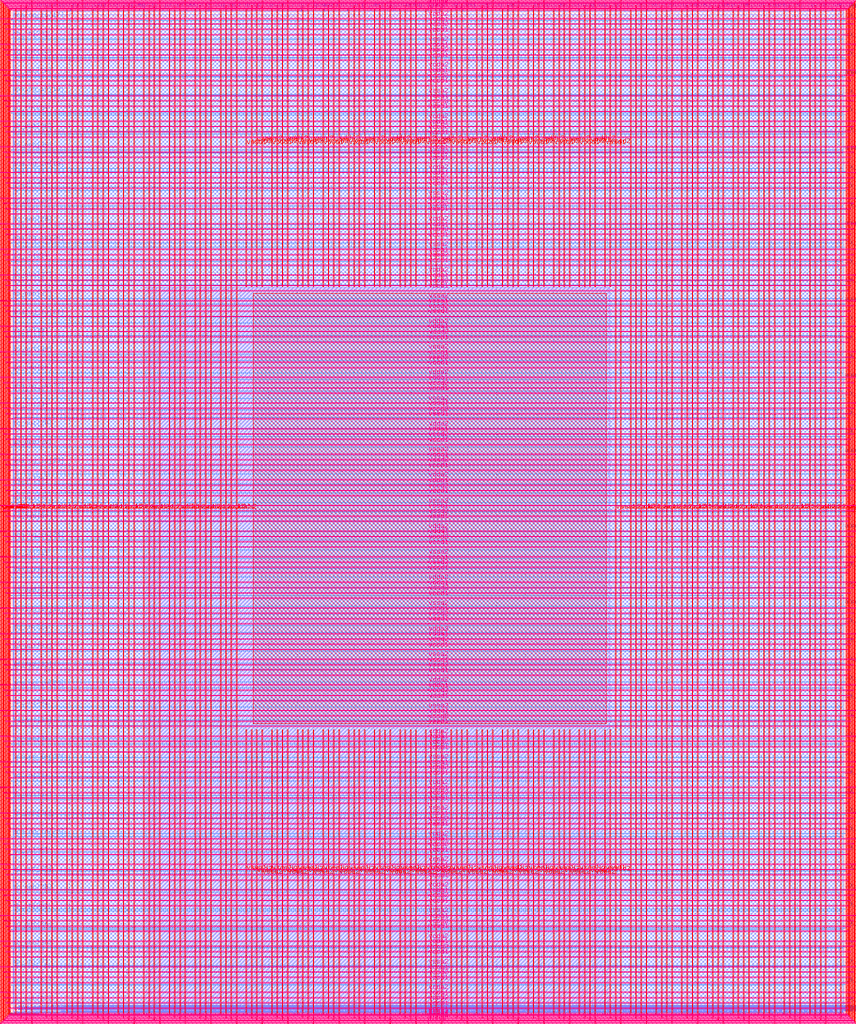
<source format=lef>
VERSION 5.7 ;
  NOWIREEXTENSIONATPIN ON ;
  DIVIDERCHAR "/" ;
  BUSBITCHARS "[]" ;
MACRO user_project_wrapper
  CLASS BLOCK ;
  FOREIGN user_project_wrapper ;
  ORIGIN 0.000 0.000 ;
  SIZE 2920.000 BY 3520.000 ;
  PIN analog_io[0]
    DIRECTION INOUT ;
    USE SIGNAL ;
    PORT
      LAYER met3 ;
        RECT 2917.600 1426.380 2924.800 1427.580 ;
    END
  END analog_io[0]
  PIN analog_io[10]
    DIRECTION INOUT ;
    USE SIGNAL ;
    PORT
      LAYER met2 ;
        RECT 2230.490 3517.600 2231.050 3524.800 ;
    END
  END analog_io[10]
  PIN analog_io[11]
    DIRECTION INOUT ;
    USE SIGNAL ;
    PORT
      LAYER met2 ;
        RECT 1905.730 3517.600 1906.290 3524.800 ;
    END
  END analog_io[11]
  PIN analog_io[12]
    DIRECTION INOUT ;
    USE SIGNAL ;
    PORT
      LAYER met2 ;
        RECT 1581.430 3517.600 1581.990 3524.800 ;
    END
  END analog_io[12]
  PIN analog_io[13]
    DIRECTION INOUT ;
    USE SIGNAL ;
    PORT
      LAYER met2 ;
        RECT 1257.130 3517.600 1257.690 3524.800 ;
    END
  END analog_io[13]
  PIN analog_io[14]
    DIRECTION INOUT ;
    USE SIGNAL ;
    PORT
      LAYER met2 ;
        RECT 932.370 3517.600 932.930 3524.800 ;
    END
  END analog_io[14]
  PIN analog_io[15]
    DIRECTION INOUT ;
    USE SIGNAL ;
    PORT
      LAYER met2 ;
        RECT 608.070 3517.600 608.630 3524.800 ;
    END
  END analog_io[15]
  PIN analog_io[16]
    DIRECTION INOUT ;
    USE SIGNAL ;
    PORT
      LAYER met2 ;
        RECT 283.770 3517.600 284.330 3524.800 ;
    END
  END analog_io[16]
  PIN analog_io[17]
    DIRECTION INOUT ;
    USE SIGNAL ;
    PORT
      LAYER met3 ;
        RECT -4.800 3486.100 2.400 3487.300 ;
    END
  END analog_io[17]
  PIN analog_io[18]
    DIRECTION INOUT ;
    USE SIGNAL ;
    PORT
      LAYER met3 ;
        RECT -4.800 3224.980 2.400 3226.180 ;
    END
  END analog_io[18]
  PIN analog_io[19]
    DIRECTION INOUT ;
    USE SIGNAL ;
    PORT
      LAYER met3 ;
        RECT -4.800 2964.540 2.400 2965.740 ;
    END
  END analog_io[19]
  PIN analog_io[1]
    DIRECTION INOUT ;
    USE SIGNAL ;
    PORT
      LAYER met3 ;
        RECT 2917.600 1692.260 2924.800 1693.460 ;
    END
  END analog_io[1]
  PIN analog_io[20]
    DIRECTION INOUT ;
    USE SIGNAL ;
    PORT
      LAYER met3 ;
        RECT -4.800 2703.420 2.400 2704.620 ;
    END
  END analog_io[20]
  PIN analog_io[21]
    DIRECTION INOUT ;
    USE SIGNAL ;
    PORT
      LAYER met3 ;
        RECT -4.800 2442.980 2.400 2444.180 ;
    END
  END analog_io[21]
  PIN analog_io[22]
    DIRECTION INOUT ;
    USE SIGNAL ;
    PORT
      LAYER met3 ;
        RECT -4.800 2182.540 2.400 2183.740 ;
    END
  END analog_io[22]
  PIN analog_io[23]
    DIRECTION INOUT ;
    USE SIGNAL ;
    PORT
      LAYER met3 ;
        RECT -4.800 1921.420 2.400 1922.620 ;
    END
  END analog_io[23]
  PIN analog_io[24]
    DIRECTION INOUT ;
    USE SIGNAL ;
    PORT
      LAYER met3 ;
        RECT -4.800 1660.980 2.400 1662.180 ;
    END
  END analog_io[24]
  PIN analog_io[25]
    DIRECTION INOUT ;
    USE SIGNAL ;
    PORT
      LAYER met3 ;
        RECT -4.800 1399.860 2.400 1401.060 ;
    END
  END analog_io[25]
  PIN analog_io[26]
    DIRECTION INOUT ;
    USE SIGNAL ;
    PORT
      LAYER met3 ;
        RECT -4.800 1139.420 2.400 1140.620 ;
    END
  END analog_io[26]
  PIN analog_io[27]
    DIRECTION INOUT ;
    USE SIGNAL ;
    PORT
      LAYER met3 ;
        RECT -4.800 878.980 2.400 880.180 ;
    END
  END analog_io[27]
  PIN analog_io[28]
    DIRECTION INOUT ;
    USE SIGNAL ;
    PORT
      LAYER met3 ;
        RECT -4.800 617.860 2.400 619.060 ;
    END
  END analog_io[28]
  PIN analog_io[2]
    DIRECTION INOUT ;
    USE SIGNAL ;
    PORT
      LAYER met3 ;
        RECT 2917.600 1958.140 2924.800 1959.340 ;
    END
  END analog_io[2]
  PIN analog_io[3]
    DIRECTION INOUT ;
    USE SIGNAL ;
    PORT
      LAYER met3 ;
        RECT 2917.600 2223.340 2924.800 2224.540 ;
    END
  END analog_io[3]
  PIN analog_io[4]
    DIRECTION INOUT ;
    USE SIGNAL ;
    PORT
      LAYER met3 ;
        RECT 2917.600 2489.220 2924.800 2490.420 ;
    END
  END analog_io[4]
  PIN analog_io[5]
    DIRECTION INOUT ;
    USE SIGNAL ;
    PORT
      LAYER met3 ;
        RECT 2917.600 2755.100 2924.800 2756.300 ;
    END
  END analog_io[5]
  PIN analog_io[6]
    DIRECTION INOUT ;
    USE SIGNAL ;
    PORT
      LAYER met3 ;
        RECT 2917.600 3020.300 2924.800 3021.500 ;
    END
  END analog_io[6]
  PIN analog_io[7]
    DIRECTION INOUT ;
    USE SIGNAL ;
    PORT
      LAYER met3 ;
        RECT 2917.600 3286.180 2924.800 3287.380 ;
    END
  END analog_io[7]
  PIN analog_io[8]
    DIRECTION INOUT ;
    USE SIGNAL ;
    PORT
      LAYER met2 ;
        RECT 2879.090 3517.600 2879.650 3524.800 ;
    END
  END analog_io[8]
  PIN analog_io[9]
    DIRECTION INOUT ;
    USE SIGNAL ;
    PORT
      LAYER met2 ;
        RECT 2554.790 3517.600 2555.350 3524.800 ;
    END
  END analog_io[9]
  PIN io_in[0]
    DIRECTION INPUT ;
    USE SIGNAL ;
    PORT
      LAYER met3 ;
        RECT 2917.600 32.380 2924.800 33.580 ;
    END
  END io_in[0]
  PIN io_in[10]
    DIRECTION INPUT ;
    USE SIGNAL ;
    PORT
      LAYER met3 ;
        RECT 2917.600 2289.980 2924.800 2291.180 ;
    END
  END io_in[10]
  PIN io_in[11]
    DIRECTION INPUT ;
    USE SIGNAL ;
    PORT
      LAYER met3 ;
        RECT 2917.600 2555.860 2924.800 2557.060 ;
    END
  END io_in[11]
  PIN io_in[12]
    DIRECTION INPUT ;
    USE SIGNAL ;
    PORT
      LAYER met3 ;
        RECT 2917.600 2821.060 2924.800 2822.260 ;
    END
  END io_in[12]
  PIN io_in[13]
    DIRECTION INPUT ;
    USE SIGNAL ;
    PORT
      LAYER met3 ;
        RECT 2917.600 3086.940 2924.800 3088.140 ;
    END
  END io_in[13]
  PIN io_in[14]
    DIRECTION INPUT ;
    USE SIGNAL ;
    PORT
      LAYER met3 ;
        RECT 2917.600 3352.820 2924.800 3354.020 ;
    END
  END io_in[14]
  PIN io_in[15]
    DIRECTION INPUT ;
    USE SIGNAL ;
    PORT
      LAYER met2 ;
        RECT 2798.130 3517.600 2798.690 3524.800 ;
    END
  END io_in[15]
  PIN io_in[16]
    DIRECTION INPUT ;
    USE SIGNAL ;
    PORT
      LAYER met2 ;
        RECT 2473.830 3517.600 2474.390 3524.800 ;
    END
  END io_in[16]
  PIN io_in[17]
    DIRECTION INPUT ;
    USE SIGNAL ;
    PORT
      LAYER met2 ;
        RECT 2149.070 3517.600 2149.630 3524.800 ;
    END
  END io_in[17]
  PIN io_in[18]
    DIRECTION INPUT ;
    USE SIGNAL ;
    PORT
      LAYER met2 ;
        RECT 1824.770 3517.600 1825.330 3524.800 ;
    END
  END io_in[18]
  PIN io_in[19]
    DIRECTION INPUT ;
    USE SIGNAL ;
    PORT
      LAYER met2 ;
        RECT 1500.470 3517.600 1501.030 3524.800 ;
    END
  END io_in[19]
  PIN io_in[1]
    DIRECTION INPUT ;
    USE SIGNAL ;
    PORT
      LAYER met3 ;
        RECT 2917.600 230.940 2924.800 232.140 ;
    END
  END io_in[1]
  PIN io_in[20]
    DIRECTION INPUT ;
    USE SIGNAL ;
    PORT
      LAYER met2 ;
        RECT 1175.710 3517.600 1176.270 3524.800 ;
    END
  END io_in[20]
  PIN io_in[21]
    DIRECTION INPUT ;
    USE SIGNAL ;
    PORT
      LAYER met2 ;
        RECT 851.410 3517.600 851.970 3524.800 ;
    END
  END io_in[21]
  PIN io_in[22]
    DIRECTION INPUT ;
    USE SIGNAL ;
    PORT
      LAYER met2 ;
        RECT 527.110 3517.600 527.670 3524.800 ;
    END
  END io_in[22]
  PIN io_in[23]
    DIRECTION INPUT ;
    USE SIGNAL ;
    PORT
      LAYER met2 ;
        RECT 202.350 3517.600 202.910 3524.800 ;
    END
  END io_in[23]
  PIN io_in[24]
    DIRECTION INPUT ;
    USE SIGNAL ;
    PORT
      LAYER met3 ;
        RECT -4.800 3420.820 2.400 3422.020 ;
    END
  END io_in[24]
  PIN io_in[25]
    DIRECTION INPUT ;
    USE SIGNAL ;
    PORT
      LAYER met3 ;
        RECT -4.800 3159.700 2.400 3160.900 ;
    END
  END io_in[25]
  PIN io_in[26]
    DIRECTION INPUT ;
    USE SIGNAL ;
    PORT
      LAYER met3 ;
        RECT -4.800 2899.260 2.400 2900.460 ;
    END
  END io_in[26]
  PIN io_in[27]
    DIRECTION INPUT ;
    USE SIGNAL ;
    PORT
      LAYER met3 ;
        RECT -4.800 2638.820 2.400 2640.020 ;
    END
  END io_in[27]
  PIN io_in[28]
    DIRECTION INPUT ;
    USE SIGNAL ;
    PORT
      LAYER met3 ;
        RECT -4.800 2377.700 2.400 2378.900 ;
    END
  END io_in[28]
  PIN io_in[29]
    DIRECTION INPUT ;
    USE SIGNAL ;
    PORT
      LAYER met3 ;
        RECT -4.800 2117.260 2.400 2118.460 ;
    END
  END io_in[29]
  PIN io_in[2]
    DIRECTION INPUT ;
    USE SIGNAL ;
    PORT
      LAYER met3 ;
        RECT 2917.600 430.180 2924.800 431.380 ;
    END
  END io_in[2]
  PIN io_in[30]
    DIRECTION INPUT ;
    USE SIGNAL ;
    PORT
      LAYER met3 ;
        RECT -4.800 1856.140 2.400 1857.340 ;
    END
  END io_in[30]
  PIN io_in[31]
    DIRECTION INPUT ;
    USE SIGNAL ;
    PORT
      LAYER met3 ;
        RECT -4.800 1595.700 2.400 1596.900 ;
    END
  END io_in[31]
  PIN io_in[32]
    DIRECTION INPUT ;
    USE SIGNAL ;
    PORT
      LAYER met3 ;
        RECT -4.800 1335.260 2.400 1336.460 ;
    END
  END io_in[32]
  PIN io_in[33]
    DIRECTION INPUT ;
    USE SIGNAL ;
    PORT
      LAYER met3 ;
        RECT -4.800 1074.140 2.400 1075.340 ;
    END
  END io_in[33]
  PIN io_in[34]
    DIRECTION INPUT ;
    USE SIGNAL ;
    PORT
      LAYER met3 ;
        RECT -4.800 813.700 2.400 814.900 ;
    END
  END io_in[34]
  PIN io_in[35]
    DIRECTION INPUT ;
    USE SIGNAL ;
    PORT
      LAYER met3 ;
        RECT -4.800 552.580 2.400 553.780 ;
    END
  END io_in[35]
  PIN io_in[36]
    DIRECTION INPUT ;
    USE SIGNAL ;
    PORT
      LAYER met3 ;
        RECT -4.800 357.420 2.400 358.620 ;
    END
  END io_in[36]
  PIN io_in[37]
    DIRECTION INPUT ;
    USE SIGNAL ;
    PORT
      LAYER met3 ;
        RECT -4.800 161.580 2.400 162.780 ;
    END
  END io_in[37]
  PIN io_in[3]
    DIRECTION INPUT ;
    USE SIGNAL ;
    PORT
      LAYER met3 ;
        RECT 2917.600 629.420 2924.800 630.620 ;
    END
  END io_in[3]
  PIN io_in[4]
    DIRECTION INPUT ;
    USE SIGNAL ;
    PORT
      LAYER met3 ;
        RECT 2917.600 828.660 2924.800 829.860 ;
    END
  END io_in[4]
  PIN io_in[5]
    DIRECTION INPUT ;
    USE SIGNAL ;
    PORT
      LAYER met3 ;
        RECT 2917.600 1027.900 2924.800 1029.100 ;
    END
  END io_in[5]
  PIN io_in[6]
    DIRECTION INPUT ;
    USE SIGNAL ;
    PORT
      LAYER met3 ;
        RECT 2917.600 1227.140 2924.800 1228.340 ;
    END
  END io_in[6]
  PIN io_in[7]
    DIRECTION INPUT ;
    USE SIGNAL ;
    PORT
      LAYER met3 ;
        RECT 2917.600 1493.020 2924.800 1494.220 ;
    END
  END io_in[7]
  PIN io_in[8]
    DIRECTION INPUT ;
    USE SIGNAL ;
    PORT
      LAYER met3 ;
        RECT 2917.600 1758.900 2924.800 1760.100 ;
    END
  END io_in[8]
  PIN io_in[9]
    DIRECTION INPUT ;
    USE SIGNAL ;
    PORT
      LAYER met3 ;
        RECT 2917.600 2024.100 2924.800 2025.300 ;
    END
  END io_in[9]
  PIN io_oeb[0]
    DIRECTION OUTPUT TRISTATE ;
    USE SIGNAL ;
    PORT
      LAYER met3 ;
        RECT 2917.600 164.980 2924.800 166.180 ;
    END
  END io_oeb[0]
  PIN io_oeb[10]
    DIRECTION OUTPUT TRISTATE ;
    USE SIGNAL ;
    PORT
      LAYER met3 ;
        RECT 2917.600 2422.580 2924.800 2423.780 ;
    END
  END io_oeb[10]
  PIN io_oeb[11]
    DIRECTION OUTPUT TRISTATE ;
    USE SIGNAL ;
    PORT
      LAYER met3 ;
        RECT 2917.600 2688.460 2924.800 2689.660 ;
    END
  END io_oeb[11]
  PIN io_oeb[12]
    DIRECTION OUTPUT TRISTATE ;
    USE SIGNAL ;
    PORT
      LAYER met3 ;
        RECT 2917.600 2954.340 2924.800 2955.540 ;
    END
  END io_oeb[12]
  PIN io_oeb[13]
    DIRECTION OUTPUT TRISTATE ;
    USE SIGNAL ;
    PORT
      LAYER met3 ;
        RECT 2917.600 3219.540 2924.800 3220.740 ;
    END
  END io_oeb[13]
  PIN io_oeb[14]
    DIRECTION OUTPUT TRISTATE ;
    USE SIGNAL ;
    PORT
      LAYER met3 ;
        RECT 2917.600 3485.420 2924.800 3486.620 ;
    END
  END io_oeb[14]
  PIN io_oeb[15]
    DIRECTION OUTPUT TRISTATE ;
    USE SIGNAL ;
    PORT
      LAYER met2 ;
        RECT 2635.750 3517.600 2636.310 3524.800 ;
    END
  END io_oeb[15]
  PIN io_oeb[16]
    DIRECTION OUTPUT TRISTATE ;
    USE SIGNAL ;
    PORT
      LAYER met2 ;
        RECT 2311.450 3517.600 2312.010 3524.800 ;
    END
  END io_oeb[16]
  PIN io_oeb[17]
    DIRECTION OUTPUT TRISTATE ;
    USE SIGNAL ;
    PORT
      LAYER met2 ;
        RECT 1987.150 3517.600 1987.710 3524.800 ;
    END
  END io_oeb[17]
  PIN io_oeb[18]
    DIRECTION OUTPUT TRISTATE ;
    USE SIGNAL ;
    PORT
      LAYER met2 ;
        RECT 1662.390 3517.600 1662.950 3524.800 ;
    END
  END io_oeb[18]
  PIN io_oeb[19]
    DIRECTION OUTPUT TRISTATE ;
    USE SIGNAL ;
    PORT
      LAYER met2 ;
        RECT 1338.090 3517.600 1338.650 3524.800 ;
    END
  END io_oeb[19]
  PIN io_oeb[1]
    DIRECTION OUTPUT TRISTATE ;
    USE SIGNAL ;
    PORT
      LAYER met3 ;
        RECT 2917.600 364.220 2924.800 365.420 ;
    END
  END io_oeb[1]
  PIN io_oeb[20]
    DIRECTION OUTPUT TRISTATE ;
    USE SIGNAL ;
    PORT
      LAYER met2 ;
        RECT 1013.790 3517.600 1014.350 3524.800 ;
    END
  END io_oeb[20]
  PIN io_oeb[21]
    DIRECTION OUTPUT TRISTATE ;
    USE SIGNAL ;
    PORT
      LAYER met2 ;
        RECT 689.030 3517.600 689.590 3524.800 ;
    END
  END io_oeb[21]
  PIN io_oeb[22]
    DIRECTION OUTPUT TRISTATE ;
    USE SIGNAL ;
    PORT
      LAYER met2 ;
        RECT 364.730 3517.600 365.290 3524.800 ;
    END
  END io_oeb[22]
  PIN io_oeb[23]
    DIRECTION OUTPUT TRISTATE ;
    USE SIGNAL ;
    PORT
      LAYER met2 ;
        RECT 40.430 3517.600 40.990 3524.800 ;
    END
  END io_oeb[23]
  PIN io_oeb[24]
    DIRECTION OUTPUT TRISTATE ;
    USE SIGNAL ;
    PORT
      LAYER met3 ;
        RECT -4.800 3290.260 2.400 3291.460 ;
    END
  END io_oeb[24]
  PIN io_oeb[25]
    DIRECTION OUTPUT TRISTATE ;
    USE SIGNAL ;
    PORT
      LAYER met3 ;
        RECT -4.800 3029.820 2.400 3031.020 ;
    END
  END io_oeb[25]
  PIN io_oeb[26]
    DIRECTION OUTPUT TRISTATE ;
    USE SIGNAL ;
    PORT
      LAYER met3 ;
        RECT -4.800 2768.700 2.400 2769.900 ;
    END
  END io_oeb[26]
  PIN io_oeb[27]
    DIRECTION OUTPUT TRISTATE ;
    USE SIGNAL ;
    PORT
      LAYER met3 ;
        RECT -4.800 2508.260 2.400 2509.460 ;
    END
  END io_oeb[27]
  PIN io_oeb[28]
    DIRECTION OUTPUT TRISTATE ;
    USE SIGNAL ;
    PORT
      LAYER met3 ;
        RECT -4.800 2247.140 2.400 2248.340 ;
    END
  END io_oeb[28]
  PIN io_oeb[29]
    DIRECTION OUTPUT TRISTATE ;
    USE SIGNAL ;
    PORT
      LAYER met3 ;
        RECT -4.800 1986.700 2.400 1987.900 ;
    END
  END io_oeb[29]
  PIN io_oeb[2]
    DIRECTION OUTPUT TRISTATE ;
    USE SIGNAL ;
    PORT
      LAYER met3 ;
        RECT 2917.600 563.460 2924.800 564.660 ;
    END
  END io_oeb[2]
  PIN io_oeb[30]
    DIRECTION OUTPUT TRISTATE ;
    USE SIGNAL ;
    PORT
      LAYER met3 ;
        RECT -4.800 1726.260 2.400 1727.460 ;
    END
  END io_oeb[30]
  PIN io_oeb[31]
    DIRECTION OUTPUT TRISTATE ;
    USE SIGNAL ;
    PORT
      LAYER met3 ;
        RECT -4.800 1465.140 2.400 1466.340 ;
    END
  END io_oeb[31]
  PIN io_oeb[32]
    DIRECTION OUTPUT TRISTATE ;
    USE SIGNAL ;
    PORT
      LAYER met3 ;
        RECT -4.800 1204.700 2.400 1205.900 ;
    END
  END io_oeb[32]
  PIN io_oeb[33]
    DIRECTION OUTPUT TRISTATE ;
    USE SIGNAL ;
    PORT
      LAYER met3 ;
        RECT -4.800 943.580 2.400 944.780 ;
    END
  END io_oeb[33]
  PIN io_oeb[34]
    DIRECTION OUTPUT TRISTATE ;
    USE SIGNAL ;
    PORT
      LAYER met3 ;
        RECT -4.800 683.140 2.400 684.340 ;
    END
  END io_oeb[34]
  PIN io_oeb[35]
    DIRECTION OUTPUT TRISTATE ;
    USE SIGNAL ;
    PORT
      LAYER met3 ;
        RECT -4.800 422.700 2.400 423.900 ;
    END
  END io_oeb[35]
  PIN io_oeb[36]
    DIRECTION OUTPUT TRISTATE ;
    USE SIGNAL ;
    PORT
      LAYER met3 ;
        RECT -4.800 226.860 2.400 228.060 ;
    END
  END io_oeb[36]
  PIN io_oeb[37]
    DIRECTION OUTPUT TRISTATE ;
    USE SIGNAL ;
    PORT
      LAYER met3 ;
        RECT -4.800 31.700 2.400 32.900 ;
    END
  END io_oeb[37]
  PIN io_oeb[3]
    DIRECTION OUTPUT TRISTATE ;
    USE SIGNAL ;
    PORT
      LAYER met3 ;
        RECT 2917.600 762.700 2924.800 763.900 ;
    END
  END io_oeb[3]
  PIN io_oeb[4]
    DIRECTION OUTPUT TRISTATE ;
    USE SIGNAL ;
    PORT
      LAYER met3 ;
        RECT 2917.600 961.940 2924.800 963.140 ;
    END
  END io_oeb[4]
  PIN io_oeb[5]
    DIRECTION OUTPUT TRISTATE ;
    USE SIGNAL ;
    PORT
      LAYER met3 ;
        RECT 2917.600 1161.180 2924.800 1162.380 ;
    END
  END io_oeb[5]
  PIN io_oeb[6]
    DIRECTION OUTPUT TRISTATE ;
    USE SIGNAL ;
    PORT
      LAYER met3 ;
        RECT 2917.600 1360.420 2924.800 1361.620 ;
    END
  END io_oeb[6]
  PIN io_oeb[7]
    DIRECTION OUTPUT TRISTATE ;
    USE SIGNAL ;
    PORT
      LAYER met3 ;
        RECT 2917.600 1625.620 2924.800 1626.820 ;
    END
  END io_oeb[7]
  PIN io_oeb[8]
    DIRECTION OUTPUT TRISTATE ;
    USE SIGNAL ;
    PORT
      LAYER met3 ;
        RECT 2917.600 1891.500 2924.800 1892.700 ;
    END
  END io_oeb[8]
  PIN io_oeb[9]
    DIRECTION OUTPUT TRISTATE ;
    USE SIGNAL ;
    PORT
      LAYER met3 ;
        RECT 2917.600 2157.380 2924.800 2158.580 ;
    END
  END io_oeb[9]
  PIN io_out[0]
    DIRECTION OUTPUT TRISTATE ;
    USE SIGNAL ;
    PORT
      LAYER met3 ;
        RECT 2917.600 98.340 2924.800 99.540 ;
    END
  END io_out[0]
  PIN io_out[10]
    DIRECTION OUTPUT TRISTATE ;
    USE SIGNAL ;
    PORT
      LAYER met3 ;
        RECT 2917.600 2356.620 2924.800 2357.820 ;
    END
  END io_out[10]
  PIN io_out[11]
    DIRECTION OUTPUT TRISTATE ;
    USE SIGNAL ;
    PORT
      LAYER met3 ;
        RECT 2917.600 2621.820 2924.800 2623.020 ;
    END
  END io_out[11]
  PIN io_out[12]
    DIRECTION OUTPUT TRISTATE ;
    USE SIGNAL ;
    PORT
      LAYER met3 ;
        RECT 2917.600 2887.700 2924.800 2888.900 ;
    END
  END io_out[12]
  PIN io_out[13]
    DIRECTION OUTPUT TRISTATE ;
    USE SIGNAL ;
    PORT
      LAYER met3 ;
        RECT 2917.600 3153.580 2924.800 3154.780 ;
    END
  END io_out[13]
  PIN io_out[14]
    DIRECTION OUTPUT TRISTATE ;
    USE SIGNAL ;
    PORT
      LAYER met3 ;
        RECT 2917.600 3418.780 2924.800 3419.980 ;
    END
  END io_out[14]
  PIN io_out[15]
    DIRECTION OUTPUT TRISTATE ;
    USE SIGNAL ;
    PORT
      LAYER met2 ;
        RECT 2717.170 3517.600 2717.730 3524.800 ;
    END
  END io_out[15]
  PIN io_out[16]
    DIRECTION OUTPUT TRISTATE ;
    USE SIGNAL ;
    PORT
      LAYER met2 ;
        RECT 2392.410 3517.600 2392.970 3524.800 ;
    END
  END io_out[16]
  PIN io_out[17]
    DIRECTION OUTPUT TRISTATE ;
    USE SIGNAL ;
    PORT
      LAYER met2 ;
        RECT 2068.110 3517.600 2068.670 3524.800 ;
    END
  END io_out[17]
  PIN io_out[18]
    DIRECTION OUTPUT TRISTATE ;
    USE SIGNAL ;
    PORT
      LAYER met2 ;
        RECT 1743.810 3517.600 1744.370 3524.800 ;
    END
  END io_out[18]
  PIN io_out[19]
    DIRECTION OUTPUT TRISTATE ;
    USE SIGNAL ;
    PORT
      LAYER met2 ;
        RECT 1419.050 3517.600 1419.610 3524.800 ;
    END
  END io_out[19]
  PIN io_out[1]
    DIRECTION OUTPUT TRISTATE ;
    USE SIGNAL ;
    PORT
      LAYER met3 ;
        RECT 2917.600 297.580 2924.800 298.780 ;
    END
  END io_out[1]
  PIN io_out[20]
    DIRECTION OUTPUT TRISTATE ;
    USE SIGNAL ;
    PORT
      LAYER met2 ;
        RECT 1094.750 3517.600 1095.310 3524.800 ;
    END
  END io_out[20]
  PIN io_out[21]
    DIRECTION OUTPUT TRISTATE ;
    USE SIGNAL ;
    PORT
      LAYER met2 ;
        RECT 770.450 3517.600 771.010 3524.800 ;
    END
  END io_out[21]
  PIN io_out[22]
    DIRECTION OUTPUT TRISTATE ;
    USE SIGNAL ;
    PORT
      LAYER met2 ;
        RECT 445.690 3517.600 446.250 3524.800 ;
    END
  END io_out[22]
  PIN io_out[23]
    DIRECTION OUTPUT TRISTATE ;
    USE SIGNAL ;
    PORT
      LAYER met2 ;
        RECT 121.390 3517.600 121.950 3524.800 ;
    END
  END io_out[23]
  PIN io_out[24]
    DIRECTION OUTPUT TRISTATE ;
    USE SIGNAL ;
    PORT
      LAYER met3 ;
        RECT -4.800 3355.540 2.400 3356.740 ;
    END
  END io_out[24]
  PIN io_out[25]
    DIRECTION OUTPUT TRISTATE ;
    USE SIGNAL ;
    PORT
      LAYER met3 ;
        RECT -4.800 3095.100 2.400 3096.300 ;
    END
  END io_out[25]
  PIN io_out[26]
    DIRECTION OUTPUT TRISTATE ;
    USE SIGNAL ;
    PORT
      LAYER met3 ;
        RECT -4.800 2833.980 2.400 2835.180 ;
    END
  END io_out[26]
  PIN io_out[27]
    DIRECTION OUTPUT TRISTATE ;
    USE SIGNAL ;
    PORT
      LAYER met3 ;
        RECT -4.800 2573.540 2.400 2574.740 ;
    END
  END io_out[27]
  PIN io_out[28]
    DIRECTION OUTPUT TRISTATE ;
    USE SIGNAL ;
    PORT
      LAYER met3 ;
        RECT -4.800 2312.420 2.400 2313.620 ;
    END
  END io_out[28]
  PIN io_out[29]
    DIRECTION OUTPUT TRISTATE ;
    USE SIGNAL ;
    PORT
      LAYER met3 ;
        RECT -4.800 2051.980 2.400 2053.180 ;
    END
  END io_out[29]
  PIN io_out[2]
    DIRECTION OUTPUT TRISTATE ;
    USE SIGNAL ;
    PORT
      LAYER met3 ;
        RECT 2917.600 496.820 2924.800 498.020 ;
    END
  END io_out[2]
  PIN io_out[30]
    DIRECTION OUTPUT TRISTATE ;
    USE SIGNAL ;
    PORT
      LAYER met3 ;
        RECT -4.800 1791.540 2.400 1792.740 ;
    END
  END io_out[30]
  PIN io_out[31]
    DIRECTION OUTPUT TRISTATE ;
    USE SIGNAL ;
    PORT
      LAYER met3 ;
        RECT -4.800 1530.420 2.400 1531.620 ;
    END
  END io_out[31]
  PIN io_out[32]
    DIRECTION OUTPUT TRISTATE ;
    USE SIGNAL ;
    PORT
      LAYER met3 ;
        RECT -4.800 1269.980 2.400 1271.180 ;
    END
  END io_out[32]
  PIN io_out[33]
    DIRECTION OUTPUT TRISTATE ;
    USE SIGNAL ;
    PORT
      LAYER met3 ;
        RECT -4.800 1008.860 2.400 1010.060 ;
    END
  END io_out[33]
  PIN io_out[34]
    DIRECTION OUTPUT TRISTATE ;
    USE SIGNAL ;
    PORT
      LAYER met3 ;
        RECT -4.800 748.420 2.400 749.620 ;
    END
  END io_out[34]
  PIN io_out[35]
    DIRECTION OUTPUT TRISTATE ;
    USE SIGNAL ;
    PORT
      LAYER met3 ;
        RECT -4.800 487.300 2.400 488.500 ;
    END
  END io_out[35]
  PIN io_out[36]
    DIRECTION OUTPUT TRISTATE ;
    USE SIGNAL ;
    PORT
      LAYER met3 ;
        RECT -4.800 292.140 2.400 293.340 ;
    END
  END io_out[36]
  PIN io_out[37]
    DIRECTION OUTPUT TRISTATE ;
    USE SIGNAL ;
    PORT
      LAYER met3 ;
        RECT -4.800 96.300 2.400 97.500 ;
    END
  END io_out[37]
  PIN io_out[3]
    DIRECTION OUTPUT TRISTATE ;
    USE SIGNAL ;
    PORT
      LAYER met3 ;
        RECT 2917.600 696.060 2924.800 697.260 ;
    END
  END io_out[3]
  PIN io_out[4]
    DIRECTION OUTPUT TRISTATE ;
    USE SIGNAL ;
    PORT
      LAYER met3 ;
        RECT 2917.600 895.300 2924.800 896.500 ;
    END
  END io_out[4]
  PIN io_out[5]
    DIRECTION OUTPUT TRISTATE ;
    USE SIGNAL ;
    PORT
      LAYER met3 ;
        RECT 2917.600 1094.540 2924.800 1095.740 ;
    END
  END io_out[5]
  PIN io_out[6]
    DIRECTION OUTPUT TRISTATE ;
    USE SIGNAL ;
    PORT
      LAYER met3 ;
        RECT 2917.600 1293.780 2924.800 1294.980 ;
    END
  END io_out[6]
  PIN io_out[7]
    DIRECTION OUTPUT TRISTATE ;
    USE SIGNAL ;
    PORT
      LAYER met3 ;
        RECT 2917.600 1559.660 2924.800 1560.860 ;
    END
  END io_out[7]
  PIN io_out[8]
    DIRECTION OUTPUT TRISTATE ;
    USE SIGNAL ;
    PORT
      LAYER met3 ;
        RECT 2917.600 1824.860 2924.800 1826.060 ;
    END
  END io_out[8]
  PIN io_out[9]
    DIRECTION OUTPUT TRISTATE ;
    USE SIGNAL ;
    PORT
      LAYER met3 ;
        RECT 2917.600 2090.740 2924.800 2091.940 ;
    END
  END io_out[9]
  PIN la_data_in[0]
    DIRECTION INPUT ;
    USE SIGNAL ;
    PORT
      LAYER met2 ;
        RECT 629.230 -4.800 629.790 2.400 ;
    END
  END la_data_in[0]
  PIN la_data_in[100]
    DIRECTION INPUT ;
    USE SIGNAL ;
    PORT
      LAYER met2 ;
        RECT 2402.530 -4.800 2403.090 2.400 ;
    END
  END la_data_in[100]
  PIN la_data_in[101]
    DIRECTION INPUT ;
    USE SIGNAL ;
    PORT
      LAYER met2 ;
        RECT 2420.010 -4.800 2420.570 2.400 ;
    END
  END la_data_in[101]
  PIN la_data_in[102]
    DIRECTION INPUT ;
    USE SIGNAL ;
    PORT
      LAYER met2 ;
        RECT 2437.950 -4.800 2438.510 2.400 ;
    END
  END la_data_in[102]
  PIN la_data_in[103]
    DIRECTION INPUT ;
    USE SIGNAL ;
    PORT
      LAYER met2 ;
        RECT 2455.430 -4.800 2455.990 2.400 ;
    END
  END la_data_in[103]
  PIN la_data_in[104]
    DIRECTION INPUT ;
    USE SIGNAL ;
    PORT
      LAYER met2 ;
        RECT 2473.370 -4.800 2473.930 2.400 ;
    END
  END la_data_in[104]
  PIN la_data_in[105]
    DIRECTION INPUT ;
    USE SIGNAL ;
    PORT
      LAYER met2 ;
        RECT 2490.850 -4.800 2491.410 2.400 ;
    END
  END la_data_in[105]
  PIN la_data_in[106]
    DIRECTION INPUT ;
    USE SIGNAL ;
    PORT
      LAYER met2 ;
        RECT 2508.790 -4.800 2509.350 2.400 ;
    END
  END la_data_in[106]
  PIN la_data_in[107]
    DIRECTION INPUT ;
    USE SIGNAL ;
    PORT
      LAYER met2 ;
        RECT 2526.730 -4.800 2527.290 2.400 ;
    END
  END la_data_in[107]
  PIN la_data_in[108]
    DIRECTION INPUT ;
    USE SIGNAL ;
    PORT
      LAYER met2 ;
        RECT 2544.210 -4.800 2544.770 2.400 ;
    END
  END la_data_in[108]
  PIN la_data_in[109]
    DIRECTION INPUT ;
    USE SIGNAL ;
    PORT
      LAYER met2 ;
        RECT 2562.150 -4.800 2562.710 2.400 ;
    END
  END la_data_in[109]
  PIN la_data_in[10]
    DIRECTION INPUT ;
    USE SIGNAL ;
    PORT
      LAYER met2 ;
        RECT 806.330 -4.800 806.890 2.400 ;
    END
  END la_data_in[10]
  PIN la_data_in[110]
    DIRECTION INPUT ;
    USE SIGNAL ;
    PORT
      LAYER met2 ;
        RECT 2579.630 -4.800 2580.190 2.400 ;
    END
  END la_data_in[110]
  PIN la_data_in[111]
    DIRECTION INPUT ;
    USE SIGNAL ;
    PORT
      LAYER met2 ;
        RECT 2597.570 -4.800 2598.130 2.400 ;
    END
  END la_data_in[111]
  PIN la_data_in[112]
    DIRECTION INPUT ;
    USE SIGNAL ;
    PORT
      LAYER met2 ;
        RECT 2615.050 -4.800 2615.610 2.400 ;
    END
  END la_data_in[112]
  PIN la_data_in[113]
    DIRECTION INPUT ;
    USE SIGNAL ;
    PORT
      LAYER met2 ;
        RECT 2632.990 -4.800 2633.550 2.400 ;
    END
  END la_data_in[113]
  PIN la_data_in[114]
    DIRECTION INPUT ;
    USE SIGNAL ;
    PORT
      LAYER met2 ;
        RECT 2650.470 -4.800 2651.030 2.400 ;
    END
  END la_data_in[114]
  PIN la_data_in[115]
    DIRECTION INPUT ;
    USE SIGNAL ;
    PORT
      LAYER met2 ;
        RECT 2668.410 -4.800 2668.970 2.400 ;
    END
  END la_data_in[115]
  PIN la_data_in[116]
    DIRECTION INPUT ;
    USE SIGNAL ;
    PORT
      LAYER met2 ;
        RECT 2685.890 -4.800 2686.450 2.400 ;
    END
  END la_data_in[116]
  PIN la_data_in[117]
    DIRECTION INPUT ;
    USE SIGNAL ;
    PORT
      LAYER met2 ;
        RECT 2703.830 -4.800 2704.390 2.400 ;
    END
  END la_data_in[117]
  PIN la_data_in[118]
    DIRECTION INPUT ;
    USE SIGNAL ;
    PORT
      LAYER met2 ;
        RECT 2721.770 -4.800 2722.330 2.400 ;
    END
  END la_data_in[118]
  PIN la_data_in[119]
    DIRECTION INPUT ;
    USE SIGNAL ;
    PORT
      LAYER met2 ;
        RECT 2739.250 -4.800 2739.810 2.400 ;
    END
  END la_data_in[119]
  PIN la_data_in[11]
    DIRECTION INPUT ;
    USE SIGNAL ;
    PORT
      LAYER met2 ;
        RECT 824.270 -4.800 824.830 2.400 ;
    END
  END la_data_in[11]
  PIN la_data_in[120]
    DIRECTION INPUT ;
    USE SIGNAL ;
    PORT
      LAYER met2 ;
        RECT 2757.190 -4.800 2757.750 2.400 ;
    END
  END la_data_in[120]
  PIN la_data_in[121]
    DIRECTION INPUT ;
    USE SIGNAL ;
    PORT
      LAYER met2 ;
        RECT 2774.670 -4.800 2775.230 2.400 ;
    END
  END la_data_in[121]
  PIN la_data_in[122]
    DIRECTION INPUT ;
    USE SIGNAL ;
    PORT
      LAYER met2 ;
        RECT 2792.610 -4.800 2793.170 2.400 ;
    END
  END la_data_in[122]
  PIN la_data_in[123]
    DIRECTION INPUT ;
    USE SIGNAL ;
    PORT
      LAYER met2 ;
        RECT 2810.090 -4.800 2810.650 2.400 ;
    END
  END la_data_in[123]
  PIN la_data_in[124]
    DIRECTION INPUT ;
    USE SIGNAL ;
    PORT
      LAYER met2 ;
        RECT 2828.030 -4.800 2828.590 2.400 ;
    END
  END la_data_in[124]
  PIN la_data_in[125]
    DIRECTION INPUT ;
    USE SIGNAL ;
    PORT
      LAYER met2 ;
        RECT 2845.510 -4.800 2846.070 2.400 ;
    END
  END la_data_in[125]
  PIN la_data_in[126]
    DIRECTION INPUT ;
    USE SIGNAL ;
    PORT
      LAYER met2 ;
        RECT 2863.450 -4.800 2864.010 2.400 ;
    END
  END la_data_in[126]
  PIN la_data_in[127]
    DIRECTION INPUT ;
    USE SIGNAL ;
    PORT
      LAYER met2 ;
        RECT 2881.390 -4.800 2881.950 2.400 ;
    END
  END la_data_in[127]
  PIN la_data_in[12]
    DIRECTION INPUT ;
    USE SIGNAL ;
    PORT
      LAYER met2 ;
        RECT 841.750 -4.800 842.310 2.400 ;
    END
  END la_data_in[12]
  PIN la_data_in[13]
    DIRECTION INPUT ;
    USE SIGNAL ;
    PORT
      LAYER met2 ;
        RECT 859.690 -4.800 860.250 2.400 ;
    END
  END la_data_in[13]
  PIN la_data_in[14]
    DIRECTION INPUT ;
    USE SIGNAL ;
    PORT
      LAYER met2 ;
        RECT 877.170 -4.800 877.730 2.400 ;
    END
  END la_data_in[14]
  PIN la_data_in[15]
    DIRECTION INPUT ;
    USE SIGNAL ;
    PORT
      LAYER met2 ;
        RECT 895.110 -4.800 895.670 2.400 ;
    END
  END la_data_in[15]
  PIN la_data_in[16]
    DIRECTION INPUT ;
    USE SIGNAL ;
    PORT
      LAYER met2 ;
        RECT 912.590 -4.800 913.150 2.400 ;
    END
  END la_data_in[16]
  PIN la_data_in[17]
    DIRECTION INPUT ;
    USE SIGNAL ;
    PORT
      LAYER met2 ;
        RECT 930.530 -4.800 931.090 2.400 ;
    END
  END la_data_in[17]
  PIN la_data_in[18]
    DIRECTION INPUT ;
    USE SIGNAL ;
    PORT
      LAYER met2 ;
        RECT 948.470 -4.800 949.030 2.400 ;
    END
  END la_data_in[18]
  PIN la_data_in[19]
    DIRECTION INPUT ;
    USE SIGNAL ;
    PORT
      LAYER met2 ;
        RECT 965.950 -4.800 966.510 2.400 ;
    END
  END la_data_in[19]
  PIN la_data_in[1]
    DIRECTION INPUT ;
    USE SIGNAL ;
    PORT
      LAYER met2 ;
        RECT 646.710 -4.800 647.270 2.400 ;
    END
  END la_data_in[1]
  PIN la_data_in[20]
    DIRECTION INPUT ;
    USE SIGNAL ;
    PORT
      LAYER met2 ;
        RECT 983.890 -4.800 984.450 2.400 ;
    END
  END la_data_in[20]
  PIN la_data_in[21]
    DIRECTION INPUT ;
    USE SIGNAL ;
    PORT
      LAYER met2 ;
        RECT 1001.370 -4.800 1001.930 2.400 ;
    END
  END la_data_in[21]
  PIN la_data_in[22]
    DIRECTION INPUT ;
    USE SIGNAL ;
    PORT
      LAYER met2 ;
        RECT 1019.310 -4.800 1019.870 2.400 ;
    END
  END la_data_in[22]
  PIN la_data_in[23]
    DIRECTION INPUT ;
    USE SIGNAL ;
    PORT
      LAYER met2 ;
        RECT 1036.790 -4.800 1037.350 2.400 ;
    END
  END la_data_in[23]
  PIN la_data_in[24]
    DIRECTION INPUT ;
    USE SIGNAL ;
    PORT
      LAYER met2 ;
        RECT 1054.730 -4.800 1055.290 2.400 ;
    END
  END la_data_in[24]
  PIN la_data_in[25]
    DIRECTION INPUT ;
    USE SIGNAL ;
    PORT
      LAYER met2 ;
        RECT 1072.210 -4.800 1072.770 2.400 ;
    END
  END la_data_in[25]
  PIN la_data_in[26]
    DIRECTION INPUT ;
    USE SIGNAL ;
    PORT
      LAYER met2 ;
        RECT 1090.150 -4.800 1090.710 2.400 ;
    END
  END la_data_in[26]
  PIN la_data_in[27]
    DIRECTION INPUT ;
    USE SIGNAL ;
    PORT
      LAYER met2 ;
        RECT 1107.630 -4.800 1108.190 2.400 ;
    END
  END la_data_in[27]
  PIN la_data_in[28]
    DIRECTION INPUT ;
    USE SIGNAL ;
    PORT
      LAYER met2 ;
        RECT 1125.570 -4.800 1126.130 2.400 ;
    END
  END la_data_in[28]
  PIN la_data_in[29]
    DIRECTION INPUT ;
    USE SIGNAL ;
    PORT
      LAYER met2 ;
        RECT 1143.510 -4.800 1144.070 2.400 ;
    END
  END la_data_in[29]
  PIN la_data_in[2]
    DIRECTION INPUT ;
    USE SIGNAL ;
    PORT
      LAYER met2 ;
        RECT 664.650 -4.800 665.210 2.400 ;
    END
  END la_data_in[2]
  PIN la_data_in[30]
    DIRECTION INPUT ;
    USE SIGNAL ;
    PORT
      LAYER met2 ;
        RECT 1160.990 -4.800 1161.550 2.400 ;
    END
  END la_data_in[30]
  PIN la_data_in[31]
    DIRECTION INPUT ;
    USE SIGNAL ;
    PORT
      LAYER met2 ;
        RECT 1178.930 -4.800 1179.490 2.400 ;
    END
  END la_data_in[31]
  PIN la_data_in[32]
    DIRECTION INPUT ;
    USE SIGNAL ;
    PORT
      LAYER met2 ;
        RECT 1196.410 -4.800 1196.970 2.400 ;
    END
  END la_data_in[32]
  PIN la_data_in[33]
    DIRECTION INPUT ;
    USE SIGNAL ;
    PORT
      LAYER met2 ;
        RECT 1214.350 -4.800 1214.910 2.400 ;
    END
  END la_data_in[33]
  PIN la_data_in[34]
    DIRECTION INPUT ;
    USE SIGNAL ;
    PORT
      LAYER met2 ;
        RECT 1231.830 -4.800 1232.390 2.400 ;
    END
  END la_data_in[34]
  PIN la_data_in[35]
    DIRECTION INPUT ;
    USE SIGNAL ;
    PORT
      LAYER met2 ;
        RECT 1249.770 -4.800 1250.330 2.400 ;
    END
  END la_data_in[35]
  PIN la_data_in[36]
    DIRECTION INPUT ;
    USE SIGNAL ;
    PORT
      LAYER met2 ;
        RECT 1267.250 -4.800 1267.810 2.400 ;
    END
  END la_data_in[36]
  PIN la_data_in[37]
    DIRECTION INPUT ;
    USE SIGNAL ;
    PORT
      LAYER met2 ;
        RECT 1285.190 -4.800 1285.750 2.400 ;
    END
  END la_data_in[37]
  PIN la_data_in[38]
    DIRECTION INPUT ;
    USE SIGNAL ;
    PORT
      LAYER met2 ;
        RECT 1303.130 -4.800 1303.690 2.400 ;
    END
  END la_data_in[38]
  PIN la_data_in[39]
    DIRECTION INPUT ;
    USE SIGNAL ;
    PORT
      LAYER met2 ;
        RECT 1320.610 -4.800 1321.170 2.400 ;
    END
  END la_data_in[39]
  PIN la_data_in[3]
    DIRECTION INPUT ;
    USE SIGNAL ;
    PORT
      LAYER met2 ;
        RECT 682.130 -4.800 682.690 2.400 ;
    END
  END la_data_in[3]
  PIN la_data_in[40]
    DIRECTION INPUT ;
    USE SIGNAL ;
    PORT
      LAYER met2 ;
        RECT 1338.550 -4.800 1339.110 2.400 ;
    END
  END la_data_in[40]
  PIN la_data_in[41]
    DIRECTION INPUT ;
    USE SIGNAL ;
    PORT
      LAYER met2 ;
        RECT 1356.030 -4.800 1356.590 2.400 ;
    END
  END la_data_in[41]
  PIN la_data_in[42]
    DIRECTION INPUT ;
    USE SIGNAL ;
    PORT
      LAYER met2 ;
        RECT 1373.970 -4.800 1374.530 2.400 ;
    END
  END la_data_in[42]
  PIN la_data_in[43]
    DIRECTION INPUT ;
    USE SIGNAL ;
    PORT
      LAYER met2 ;
        RECT 1391.450 -4.800 1392.010 2.400 ;
    END
  END la_data_in[43]
  PIN la_data_in[44]
    DIRECTION INPUT ;
    USE SIGNAL ;
    PORT
      LAYER met2 ;
        RECT 1409.390 -4.800 1409.950 2.400 ;
    END
  END la_data_in[44]
  PIN la_data_in[45]
    DIRECTION INPUT ;
    USE SIGNAL ;
    PORT
      LAYER met2 ;
        RECT 1426.870 -4.800 1427.430 2.400 ;
    END
  END la_data_in[45]
  PIN la_data_in[46]
    DIRECTION INPUT ;
    USE SIGNAL ;
    PORT
      LAYER met2 ;
        RECT 1444.810 -4.800 1445.370 2.400 ;
    END
  END la_data_in[46]
  PIN la_data_in[47]
    DIRECTION INPUT ;
    USE SIGNAL ;
    PORT
      LAYER met2 ;
        RECT 1462.750 -4.800 1463.310 2.400 ;
    END
  END la_data_in[47]
  PIN la_data_in[48]
    DIRECTION INPUT ;
    USE SIGNAL ;
    PORT
      LAYER met2 ;
        RECT 1480.230 -4.800 1480.790 2.400 ;
    END
  END la_data_in[48]
  PIN la_data_in[49]
    DIRECTION INPUT ;
    USE SIGNAL ;
    PORT
      LAYER met2 ;
        RECT 1498.170 -4.800 1498.730 2.400 ;
    END
  END la_data_in[49]
  PIN la_data_in[4]
    DIRECTION INPUT ;
    USE SIGNAL ;
    PORT
      LAYER met2 ;
        RECT 700.070 -4.800 700.630 2.400 ;
    END
  END la_data_in[4]
  PIN la_data_in[50]
    DIRECTION INPUT ;
    USE SIGNAL ;
    PORT
      LAYER met2 ;
        RECT 1515.650 -4.800 1516.210 2.400 ;
    END
  END la_data_in[50]
  PIN la_data_in[51]
    DIRECTION INPUT ;
    USE SIGNAL ;
    PORT
      LAYER met2 ;
        RECT 1533.590 -4.800 1534.150 2.400 ;
    END
  END la_data_in[51]
  PIN la_data_in[52]
    DIRECTION INPUT ;
    USE SIGNAL ;
    PORT
      LAYER met2 ;
        RECT 1551.070 -4.800 1551.630 2.400 ;
    END
  END la_data_in[52]
  PIN la_data_in[53]
    DIRECTION INPUT ;
    USE SIGNAL ;
    PORT
      LAYER met2 ;
        RECT 1569.010 -4.800 1569.570 2.400 ;
    END
  END la_data_in[53]
  PIN la_data_in[54]
    DIRECTION INPUT ;
    USE SIGNAL ;
    PORT
      LAYER met2 ;
        RECT 1586.490 -4.800 1587.050 2.400 ;
    END
  END la_data_in[54]
  PIN la_data_in[55]
    DIRECTION INPUT ;
    USE SIGNAL ;
    PORT
      LAYER met2 ;
        RECT 1604.430 -4.800 1604.990 2.400 ;
    END
  END la_data_in[55]
  PIN la_data_in[56]
    DIRECTION INPUT ;
    USE SIGNAL ;
    PORT
      LAYER met2 ;
        RECT 1621.910 -4.800 1622.470 2.400 ;
    END
  END la_data_in[56]
  PIN la_data_in[57]
    DIRECTION INPUT ;
    USE SIGNAL ;
    PORT
      LAYER met2 ;
        RECT 1639.850 -4.800 1640.410 2.400 ;
    END
  END la_data_in[57]
  PIN la_data_in[58]
    DIRECTION INPUT ;
    USE SIGNAL ;
    PORT
      LAYER met2 ;
        RECT 1657.790 -4.800 1658.350 2.400 ;
    END
  END la_data_in[58]
  PIN la_data_in[59]
    DIRECTION INPUT ;
    USE SIGNAL ;
    PORT
      LAYER met2 ;
        RECT 1675.270 -4.800 1675.830 2.400 ;
    END
  END la_data_in[59]
  PIN la_data_in[5]
    DIRECTION INPUT ;
    USE SIGNAL ;
    PORT
      LAYER met2 ;
        RECT 717.550 -4.800 718.110 2.400 ;
    END
  END la_data_in[5]
  PIN la_data_in[60]
    DIRECTION INPUT ;
    USE SIGNAL ;
    PORT
      LAYER met2 ;
        RECT 1693.210 -4.800 1693.770 2.400 ;
    END
  END la_data_in[60]
  PIN la_data_in[61]
    DIRECTION INPUT ;
    USE SIGNAL ;
    PORT
      LAYER met2 ;
        RECT 1710.690 -4.800 1711.250 2.400 ;
    END
  END la_data_in[61]
  PIN la_data_in[62]
    DIRECTION INPUT ;
    USE SIGNAL ;
    PORT
      LAYER met2 ;
        RECT 1728.630 -4.800 1729.190 2.400 ;
    END
  END la_data_in[62]
  PIN la_data_in[63]
    DIRECTION INPUT ;
    USE SIGNAL ;
    PORT
      LAYER met2 ;
        RECT 1746.110 -4.800 1746.670 2.400 ;
    END
  END la_data_in[63]
  PIN la_data_in[64]
    DIRECTION INPUT ;
    USE SIGNAL ;
    PORT
      LAYER met2 ;
        RECT 1764.050 -4.800 1764.610 2.400 ;
    END
  END la_data_in[64]
  PIN la_data_in[65]
    DIRECTION INPUT ;
    USE SIGNAL ;
    PORT
      LAYER met2 ;
        RECT 1781.530 -4.800 1782.090 2.400 ;
    END
  END la_data_in[65]
  PIN la_data_in[66]
    DIRECTION INPUT ;
    USE SIGNAL ;
    PORT
      LAYER met2 ;
        RECT 1799.470 -4.800 1800.030 2.400 ;
    END
  END la_data_in[66]
  PIN la_data_in[67]
    DIRECTION INPUT ;
    USE SIGNAL ;
    PORT
      LAYER met2 ;
        RECT 1817.410 -4.800 1817.970 2.400 ;
    END
  END la_data_in[67]
  PIN la_data_in[68]
    DIRECTION INPUT ;
    USE SIGNAL ;
    PORT
      LAYER met2 ;
        RECT 1834.890 -4.800 1835.450 2.400 ;
    END
  END la_data_in[68]
  PIN la_data_in[69]
    DIRECTION INPUT ;
    USE SIGNAL ;
    PORT
      LAYER met2 ;
        RECT 1852.830 -4.800 1853.390 2.400 ;
    END
  END la_data_in[69]
  PIN la_data_in[6]
    DIRECTION INPUT ;
    USE SIGNAL ;
    PORT
      LAYER met2 ;
        RECT 735.490 -4.800 736.050 2.400 ;
    END
  END la_data_in[6]
  PIN la_data_in[70]
    DIRECTION INPUT ;
    USE SIGNAL ;
    PORT
      LAYER met2 ;
        RECT 1870.310 -4.800 1870.870 2.400 ;
    END
  END la_data_in[70]
  PIN la_data_in[71]
    DIRECTION INPUT ;
    USE SIGNAL ;
    PORT
      LAYER met2 ;
        RECT 1888.250 -4.800 1888.810 2.400 ;
    END
  END la_data_in[71]
  PIN la_data_in[72]
    DIRECTION INPUT ;
    USE SIGNAL ;
    PORT
      LAYER met2 ;
        RECT 1905.730 -4.800 1906.290 2.400 ;
    END
  END la_data_in[72]
  PIN la_data_in[73]
    DIRECTION INPUT ;
    USE SIGNAL ;
    PORT
      LAYER met2 ;
        RECT 1923.670 -4.800 1924.230 2.400 ;
    END
  END la_data_in[73]
  PIN la_data_in[74]
    DIRECTION INPUT ;
    USE SIGNAL ;
    PORT
      LAYER met2 ;
        RECT 1941.150 -4.800 1941.710 2.400 ;
    END
  END la_data_in[74]
  PIN la_data_in[75]
    DIRECTION INPUT ;
    USE SIGNAL ;
    PORT
      LAYER met2 ;
        RECT 1959.090 -4.800 1959.650 2.400 ;
    END
  END la_data_in[75]
  PIN la_data_in[76]
    DIRECTION INPUT ;
    USE SIGNAL ;
    PORT
      LAYER met2 ;
        RECT 1976.570 -4.800 1977.130 2.400 ;
    END
  END la_data_in[76]
  PIN la_data_in[77]
    DIRECTION INPUT ;
    USE SIGNAL ;
    PORT
      LAYER met2 ;
        RECT 1994.510 -4.800 1995.070 2.400 ;
    END
  END la_data_in[77]
  PIN la_data_in[78]
    DIRECTION INPUT ;
    USE SIGNAL ;
    PORT
      LAYER met2 ;
        RECT 2012.450 -4.800 2013.010 2.400 ;
    END
  END la_data_in[78]
  PIN la_data_in[79]
    DIRECTION INPUT ;
    USE SIGNAL ;
    PORT
      LAYER met2 ;
        RECT 2029.930 -4.800 2030.490 2.400 ;
    END
  END la_data_in[79]
  PIN la_data_in[7]
    DIRECTION INPUT ;
    USE SIGNAL ;
    PORT
      LAYER met2 ;
        RECT 752.970 -4.800 753.530 2.400 ;
    END
  END la_data_in[7]
  PIN la_data_in[80]
    DIRECTION INPUT ;
    USE SIGNAL ;
    PORT
      LAYER met2 ;
        RECT 2047.870 -4.800 2048.430 2.400 ;
    END
  END la_data_in[80]
  PIN la_data_in[81]
    DIRECTION INPUT ;
    USE SIGNAL ;
    PORT
      LAYER met2 ;
        RECT 2065.350 -4.800 2065.910 2.400 ;
    END
  END la_data_in[81]
  PIN la_data_in[82]
    DIRECTION INPUT ;
    USE SIGNAL ;
    PORT
      LAYER met2 ;
        RECT 2083.290 -4.800 2083.850 2.400 ;
    END
  END la_data_in[82]
  PIN la_data_in[83]
    DIRECTION INPUT ;
    USE SIGNAL ;
    PORT
      LAYER met2 ;
        RECT 2100.770 -4.800 2101.330 2.400 ;
    END
  END la_data_in[83]
  PIN la_data_in[84]
    DIRECTION INPUT ;
    USE SIGNAL ;
    PORT
      LAYER met2 ;
        RECT 2118.710 -4.800 2119.270 2.400 ;
    END
  END la_data_in[84]
  PIN la_data_in[85]
    DIRECTION INPUT ;
    USE SIGNAL ;
    PORT
      LAYER met2 ;
        RECT 2136.190 -4.800 2136.750 2.400 ;
    END
  END la_data_in[85]
  PIN la_data_in[86]
    DIRECTION INPUT ;
    USE SIGNAL ;
    PORT
      LAYER met2 ;
        RECT 2154.130 -4.800 2154.690 2.400 ;
    END
  END la_data_in[86]
  PIN la_data_in[87]
    DIRECTION INPUT ;
    USE SIGNAL ;
    PORT
      LAYER met2 ;
        RECT 2172.070 -4.800 2172.630 2.400 ;
    END
  END la_data_in[87]
  PIN la_data_in[88]
    DIRECTION INPUT ;
    USE SIGNAL ;
    PORT
      LAYER met2 ;
        RECT 2189.550 -4.800 2190.110 2.400 ;
    END
  END la_data_in[88]
  PIN la_data_in[89]
    DIRECTION INPUT ;
    USE SIGNAL ;
    PORT
      LAYER met2 ;
        RECT 2207.490 -4.800 2208.050 2.400 ;
    END
  END la_data_in[89]
  PIN la_data_in[8]
    DIRECTION INPUT ;
    USE SIGNAL ;
    PORT
      LAYER met2 ;
        RECT 770.910 -4.800 771.470 2.400 ;
    END
  END la_data_in[8]
  PIN la_data_in[90]
    DIRECTION INPUT ;
    USE SIGNAL ;
    PORT
      LAYER met2 ;
        RECT 2224.970 -4.800 2225.530 2.400 ;
    END
  END la_data_in[90]
  PIN la_data_in[91]
    DIRECTION INPUT ;
    USE SIGNAL ;
    PORT
      LAYER met2 ;
        RECT 2242.910 -4.800 2243.470 2.400 ;
    END
  END la_data_in[91]
  PIN la_data_in[92]
    DIRECTION INPUT ;
    USE SIGNAL ;
    PORT
      LAYER met2 ;
        RECT 2260.390 -4.800 2260.950 2.400 ;
    END
  END la_data_in[92]
  PIN la_data_in[93]
    DIRECTION INPUT ;
    USE SIGNAL ;
    PORT
      LAYER met2 ;
        RECT 2278.330 -4.800 2278.890 2.400 ;
    END
  END la_data_in[93]
  PIN la_data_in[94]
    DIRECTION INPUT ;
    USE SIGNAL ;
    PORT
      LAYER met2 ;
        RECT 2295.810 -4.800 2296.370 2.400 ;
    END
  END la_data_in[94]
  PIN la_data_in[95]
    DIRECTION INPUT ;
    USE SIGNAL ;
    PORT
      LAYER met2 ;
        RECT 2313.750 -4.800 2314.310 2.400 ;
    END
  END la_data_in[95]
  PIN la_data_in[96]
    DIRECTION INPUT ;
    USE SIGNAL ;
    PORT
      LAYER met2 ;
        RECT 2331.230 -4.800 2331.790 2.400 ;
    END
  END la_data_in[96]
  PIN la_data_in[97]
    DIRECTION INPUT ;
    USE SIGNAL ;
    PORT
      LAYER met2 ;
        RECT 2349.170 -4.800 2349.730 2.400 ;
    END
  END la_data_in[97]
  PIN la_data_in[98]
    DIRECTION INPUT ;
    USE SIGNAL ;
    PORT
      LAYER met2 ;
        RECT 2367.110 -4.800 2367.670 2.400 ;
    END
  END la_data_in[98]
  PIN la_data_in[99]
    DIRECTION INPUT ;
    USE SIGNAL ;
    PORT
      LAYER met2 ;
        RECT 2384.590 -4.800 2385.150 2.400 ;
    END
  END la_data_in[99]
  PIN la_data_in[9]
    DIRECTION INPUT ;
    USE SIGNAL ;
    PORT
      LAYER met2 ;
        RECT 788.850 -4.800 789.410 2.400 ;
    END
  END la_data_in[9]
  PIN la_data_out[0]
    DIRECTION OUTPUT TRISTATE ;
    USE SIGNAL ;
    PORT
      LAYER met2 ;
        RECT 634.750 -4.800 635.310 2.400 ;
    END
  END la_data_out[0]
  PIN la_data_out[100]
    DIRECTION OUTPUT TRISTATE ;
    USE SIGNAL ;
    PORT
      LAYER met2 ;
        RECT 2408.510 -4.800 2409.070 2.400 ;
    END
  END la_data_out[100]
  PIN la_data_out[101]
    DIRECTION OUTPUT TRISTATE ;
    USE SIGNAL ;
    PORT
      LAYER met2 ;
        RECT 2425.990 -4.800 2426.550 2.400 ;
    END
  END la_data_out[101]
  PIN la_data_out[102]
    DIRECTION OUTPUT TRISTATE ;
    USE SIGNAL ;
    PORT
      LAYER met2 ;
        RECT 2443.930 -4.800 2444.490 2.400 ;
    END
  END la_data_out[102]
  PIN la_data_out[103]
    DIRECTION OUTPUT TRISTATE ;
    USE SIGNAL ;
    PORT
      LAYER met2 ;
        RECT 2461.410 -4.800 2461.970 2.400 ;
    END
  END la_data_out[103]
  PIN la_data_out[104]
    DIRECTION OUTPUT TRISTATE ;
    USE SIGNAL ;
    PORT
      LAYER met2 ;
        RECT 2479.350 -4.800 2479.910 2.400 ;
    END
  END la_data_out[104]
  PIN la_data_out[105]
    DIRECTION OUTPUT TRISTATE ;
    USE SIGNAL ;
    PORT
      LAYER met2 ;
        RECT 2496.830 -4.800 2497.390 2.400 ;
    END
  END la_data_out[105]
  PIN la_data_out[106]
    DIRECTION OUTPUT TRISTATE ;
    USE SIGNAL ;
    PORT
      LAYER met2 ;
        RECT 2514.770 -4.800 2515.330 2.400 ;
    END
  END la_data_out[106]
  PIN la_data_out[107]
    DIRECTION OUTPUT TRISTATE ;
    USE SIGNAL ;
    PORT
      LAYER met2 ;
        RECT 2532.250 -4.800 2532.810 2.400 ;
    END
  END la_data_out[107]
  PIN la_data_out[108]
    DIRECTION OUTPUT TRISTATE ;
    USE SIGNAL ;
    PORT
      LAYER met2 ;
        RECT 2550.190 -4.800 2550.750 2.400 ;
    END
  END la_data_out[108]
  PIN la_data_out[109]
    DIRECTION OUTPUT TRISTATE ;
    USE SIGNAL ;
    PORT
      LAYER met2 ;
        RECT 2567.670 -4.800 2568.230 2.400 ;
    END
  END la_data_out[109]
  PIN la_data_out[10]
    DIRECTION OUTPUT TRISTATE ;
    USE SIGNAL ;
    PORT
      LAYER met2 ;
        RECT 812.310 -4.800 812.870 2.400 ;
    END
  END la_data_out[10]
  PIN la_data_out[110]
    DIRECTION OUTPUT TRISTATE ;
    USE SIGNAL ;
    PORT
      LAYER met2 ;
        RECT 2585.610 -4.800 2586.170 2.400 ;
    END
  END la_data_out[110]
  PIN la_data_out[111]
    DIRECTION OUTPUT TRISTATE ;
    USE SIGNAL ;
    PORT
      LAYER met2 ;
        RECT 2603.550 -4.800 2604.110 2.400 ;
    END
  END la_data_out[111]
  PIN la_data_out[112]
    DIRECTION OUTPUT TRISTATE ;
    USE SIGNAL ;
    PORT
      LAYER met2 ;
        RECT 2621.030 -4.800 2621.590 2.400 ;
    END
  END la_data_out[112]
  PIN la_data_out[113]
    DIRECTION OUTPUT TRISTATE ;
    USE SIGNAL ;
    PORT
      LAYER met2 ;
        RECT 2638.970 -4.800 2639.530 2.400 ;
    END
  END la_data_out[113]
  PIN la_data_out[114]
    DIRECTION OUTPUT TRISTATE ;
    USE SIGNAL ;
    PORT
      LAYER met2 ;
        RECT 2656.450 -4.800 2657.010 2.400 ;
    END
  END la_data_out[114]
  PIN la_data_out[115]
    DIRECTION OUTPUT TRISTATE ;
    USE SIGNAL ;
    PORT
      LAYER met2 ;
        RECT 2674.390 -4.800 2674.950 2.400 ;
    END
  END la_data_out[115]
  PIN la_data_out[116]
    DIRECTION OUTPUT TRISTATE ;
    USE SIGNAL ;
    PORT
      LAYER met2 ;
        RECT 2691.870 -4.800 2692.430 2.400 ;
    END
  END la_data_out[116]
  PIN la_data_out[117]
    DIRECTION OUTPUT TRISTATE ;
    USE SIGNAL ;
    PORT
      LAYER met2 ;
        RECT 2709.810 -4.800 2710.370 2.400 ;
    END
  END la_data_out[117]
  PIN la_data_out[118]
    DIRECTION OUTPUT TRISTATE ;
    USE SIGNAL ;
    PORT
      LAYER met2 ;
        RECT 2727.290 -4.800 2727.850 2.400 ;
    END
  END la_data_out[118]
  PIN la_data_out[119]
    DIRECTION OUTPUT TRISTATE ;
    USE SIGNAL ;
    PORT
      LAYER met2 ;
        RECT 2745.230 -4.800 2745.790 2.400 ;
    END
  END la_data_out[119]
  PIN la_data_out[11]
    DIRECTION OUTPUT TRISTATE ;
    USE SIGNAL ;
    PORT
      LAYER met2 ;
        RECT 830.250 -4.800 830.810 2.400 ;
    END
  END la_data_out[11]
  PIN la_data_out[120]
    DIRECTION OUTPUT TRISTATE ;
    USE SIGNAL ;
    PORT
      LAYER met2 ;
        RECT 2763.170 -4.800 2763.730 2.400 ;
    END
  END la_data_out[120]
  PIN la_data_out[121]
    DIRECTION OUTPUT TRISTATE ;
    USE SIGNAL ;
    PORT
      LAYER met2 ;
        RECT 2780.650 -4.800 2781.210 2.400 ;
    END
  END la_data_out[121]
  PIN la_data_out[122]
    DIRECTION OUTPUT TRISTATE ;
    USE SIGNAL ;
    PORT
      LAYER met2 ;
        RECT 2798.590 -4.800 2799.150 2.400 ;
    END
  END la_data_out[122]
  PIN la_data_out[123]
    DIRECTION OUTPUT TRISTATE ;
    USE SIGNAL ;
    PORT
      LAYER met2 ;
        RECT 2816.070 -4.800 2816.630 2.400 ;
    END
  END la_data_out[123]
  PIN la_data_out[124]
    DIRECTION OUTPUT TRISTATE ;
    USE SIGNAL ;
    PORT
      LAYER met2 ;
        RECT 2834.010 -4.800 2834.570 2.400 ;
    END
  END la_data_out[124]
  PIN la_data_out[125]
    DIRECTION OUTPUT TRISTATE ;
    USE SIGNAL ;
    PORT
      LAYER met2 ;
        RECT 2851.490 -4.800 2852.050 2.400 ;
    END
  END la_data_out[125]
  PIN la_data_out[126]
    DIRECTION OUTPUT TRISTATE ;
    USE SIGNAL ;
    PORT
      LAYER met2 ;
        RECT 2869.430 -4.800 2869.990 2.400 ;
    END
  END la_data_out[126]
  PIN la_data_out[127]
    DIRECTION OUTPUT TRISTATE ;
    USE SIGNAL ;
    PORT
      LAYER met2 ;
        RECT 2886.910 -4.800 2887.470 2.400 ;
    END
  END la_data_out[127]
  PIN la_data_out[12]
    DIRECTION OUTPUT TRISTATE ;
    USE SIGNAL ;
    PORT
      LAYER met2 ;
        RECT 847.730 -4.800 848.290 2.400 ;
    END
  END la_data_out[12]
  PIN la_data_out[13]
    DIRECTION OUTPUT TRISTATE ;
    USE SIGNAL ;
    PORT
      LAYER met2 ;
        RECT 865.670 -4.800 866.230 2.400 ;
    END
  END la_data_out[13]
  PIN la_data_out[14]
    DIRECTION OUTPUT TRISTATE ;
    USE SIGNAL ;
    PORT
      LAYER met2 ;
        RECT 883.150 -4.800 883.710 2.400 ;
    END
  END la_data_out[14]
  PIN la_data_out[15]
    DIRECTION OUTPUT TRISTATE ;
    USE SIGNAL ;
    PORT
      LAYER met2 ;
        RECT 901.090 -4.800 901.650 2.400 ;
    END
  END la_data_out[15]
  PIN la_data_out[16]
    DIRECTION OUTPUT TRISTATE ;
    USE SIGNAL ;
    PORT
      LAYER met2 ;
        RECT 918.570 -4.800 919.130 2.400 ;
    END
  END la_data_out[16]
  PIN la_data_out[17]
    DIRECTION OUTPUT TRISTATE ;
    USE SIGNAL ;
    PORT
      LAYER met2 ;
        RECT 936.510 -4.800 937.070 2.400 ;
    END
  END la_data_out[17]
  PIN la_data_out[18]
    DIRECTION OUTPUT TRISTATE ;
    USE SIGNAL ;
    PORT
      LAYER met2 ;
        RECT 953.990 -4.800 954.550 2.400 ;
    END
  END la_data_out[18]
  PIN la_data_out[19]
    DIRECTION OUTPUT TRISTATE ;
    USE SIGNAL ;
    PORT
      LAYER met2 ;
        RECT 971.930 -4.800 972.490 2.400 ;
    END
  END la_data_out[19]
  PIN la_data_out[1]
    DIRECTION OUTPUT TRISTATE ;
    USE SIGNAL ;
    PORT
      LAYER met2 ;
        RECT 652.690 -4.800 653.250 2.400 ;
    END
  END la_data_out[1]
  PIN la_data_out[20]
    DIRECTION OUTPUT TRISTATE ;
    USE SIGNAL ;
    PORT
      LAYER met2 ;
        RECT 989.410 -4.800 989.970 2.400 ;
    END
  END la_data_out[20]
  PIN la_data_out[21]
    DIRECTION OUTPUT TRISTATE ;
    USE SIGNAL ;
    PORT
      LAYER met2 ;
        RECT 1007.350 -4.800 1007.910 2.400 ;
    END
  END la_data_out[21]
  PIN la_data_out[22]
    DIRECTION OUTPUT TRISTATE ;
    USE SIGNAL ;
    PORT
      LAYER met2 ;
        RECT 1025.290 -4.800 1025.850 2.400 ;
    END
  END la_data_out[22]
  PIN la_data_out[23]
    DIRECTION OUTPUT TRISTATE ;
    USE SIGNAL ;
    PORT
      LAYER met2 ;
        RECT 1042.770 -4.800 1043.330 2.400 ;
    END
  END la_data_out[23]
  PIN la_data_out[24]
    DIRECTION OUTPUT TRISTATE ;
    USE SIGNAL ;
    PORT
      LAYER met2 ;
        RECT 1060.710 -4.800 1061.270 2.400 ;
    END
  END la_data_out[24]
  PIN la_data_out[25]
    DIRECTION OUTPUT TRISTATE ;
    USE SIGNAL ;
    PORT
      LAYER met2 ;
        RECT 1078.190 -4.800 1078.750 2.400 ;
    END
  END la_data_out[25]
  PIN la_data_out[26]
    DIRECTION OUTPUT TRISTATE ;
    USE SIGNAL ;
    PORT
      LAYER met2 ;
        RECT 1096.130 -4.800 1096.690 2.400 ;
    END
  END la_data_out[26]
  PIN la_data_out[27]
    DIRECTION OUTPUT TRISTATE ;
    USE SIGNAL ;
    PORT
      LAYER met2 ;
        RECT 1113.610 -4.800 1114.170 2.400 ;
    END
  END la_data_out[27]
  PIN la_data_out[28]
    DIRECTION OUTPUT TRISTATE ;
    USE SIGNAL ;
    PORT
      LAYER met2 ;
        RECT 1131.550 -4.800 1132.110 2.400 ;
    END
  END la_data_out[28]
  PIN la_data_out[29]
    DIRECTION OUTPUT TRISTATE ;
    USE SIGNAL ;
    PORT
      LAYER met2 ;
        RECT 1149.030 -4.800 1149.590 2.400 ;
    END
  END la_data_out[29]
  PIN la_data_out[2]
    DIRECTION OUTPUT TRISTATE ;
    USE SIGNAL ;
    PORT
      LAYER met2 ;
        RECT 670.630 -4.800 671.190 2.400 ;
    END
  END la_data_out[2]
  PIN la_data_out[30]
    DIRECTION OUTPUT TRISTATE ;
    USE SIGNAL ;
    PORT
      LAYER met2 ;
        RECT 1166.970 -4.800 1167.530 2.400 ;
    END
  END la_data_out[30]
  PIN la_data_out[31]
    DIRECTION OUTPUT TRISTATE ;
    USE SIGNAL ;
    PORT
      LAYER met2 ;
        RECT 1184.910 -4.800 1185.470 2.400 ;
    END
  END la_data_out[31]
  PIN la_data_out[32]
    DIRECTION OUTPUT TRISTATE ;
    USE SIGNAL ;
    PORT
      LAYER met2 ;
        RECT 1202.390 -4.800 1202.950 2.400 ;
    END
  END la_data_out[32]
  PIN la_data_out[33]
    DIRECTION OUTPUT TRISTATE ;
    USE SIGNAL ;
    PORT
      LAYER met2 ;
        RECT 1220.330 -4.800 1220.890 2.400 ;
    END
  END la_data_out[33]
  PIN la_data_out[34]
    DIRECTION OUTPUT TRISTATE ;
    USE SIGNAL ;
    PORT
      LAYER met2 ;
        RECT 1237.810 -4.800 1238.370 2.400 ;
    END
  END la_data_out[34]
  PIN la_data_out[35]
    DIRECTION OUTPUT TRISTATE ;
    USE SIGNAL ;
    PORT
      LAYER met2 ;
        RECT 1255.750 -4.800 1256.310 2.400 ;
    END
  END la_data_out[35]
  PIN la_data_out[36]
    DIRECTION OUTPUT TRISTATE ;
    USE SIGNAL ;
    PORT
      LAYER met2 ;
        RECT 1273.230 -4.800 1273.790 2.400 ;
    END
  END la_data_out[36]
  PIN la_data_out[37]
    DIRECTION OUTPUT TRISTATE ;
    USE SIGNAL ;
    PORT
      LAYER met2 ;
        RECT 1291.170 -4.800 1291.730 2.400 ;
    END
  END la_data_out[37]
  PIN la_data_out[38]
    DIRECTION OUTPUT TRISTATE ;
    USE SIGNAL ;
    PORT
      LAYER met2 ;
        RECT 1308.650 -4.800 1309.210 2.400 ;
    END
  END la_data_out[38]
  PIN la_data_out[39]
    DIRECTION OUTPUT TRISTATE ;
    USE SIGNAL ;
    PORT
      LAYER met2 ;
        RECT 1326.590 -4.800 1327.150 2.400 ;
    END
  END la_data_out[39]
  PIN la_data_out[3]
    DIRECTION OUTPUT TRISTATE ;
    USE SIGNAL ;
    PORT
      LAYER met2 ;
        RECT 688.110 -4.800 688.670 2.400 ;
    END
  END la_data_out[3]
  PIN la_data_out[40]
    DIRECTION OUTPUT TRISTATE ;
    USE SIGNAL ;
    PORT
      LAYER met2 ;
        RECT 1344.070 -4.800 1344.630 2.400 ;
    END
  END la_data_out[40]
  PIN la_data_out[41]
    DIRECTION OUTPUT TRISTATE ;
    USE SIGNAL ;
    PORT
      LAYER met2 ;
        RECT 1362.010 -4.800 1362.570 2.400 ;
    END
  END la_data_out[41]
  PIN la_data_out[42]
    DIRECTION OUTPUT TRISTATE ;
    USE SIGNAL ;
    PORT
      LAYER met2 ;
        RECT 1379.950 -4.800 1380.510 2.400 ;
    END
  END la_data_out[42]
  PIN la_data_out[43]
    DIRECTION OUTPUT TRISTATE ;
    USE SIGNAL ;
    PORT
      LAYER met2 ;
        RECT 1397.430 -4.800 1397.990 2.400 ;
    END
  END la_data_out[43]
  PIN la_data_out[44]
    DIRECTION OUTPUT TRISTATE ;
    USE SIGNAL ;
    PORT
      LAYER met2 ;
        RECT 1415.370 -4.800 1415.930 2.400 ;
    END
  END la_data_out[44]
  PIN la_data_out[45]
    DIRECTION OUTPUT TRISTATE ;
    USE SIGNAL ;
    PORT
      LAYER met2 ;
        RECT 1432.850 -4.800 1433.410 2.400 ;
    END
  END la_data_out[45]
  PIN la_data_out[46]
    DIRECTION OUTPUT TRISTATE ;
    USE SIGNAL ;
    PORT
      LAYER met2 ;
        RECT 1450.790 -4.800 1451.350 2.400 ;
    END
  END la_data_out[46]
  PIN la_data_out[47]
    DIRECTION OUTPUT TRISTATE ;
    USE SIGNAL ;
    PORT
      LAYER met2 ;
        RECT 1468.270 -4.800 1468.830 2.400 ;
    END
  END la_data_out[47]
  PIN la_data_out[48]
    DIRECTION OUTPUT TRISTATE ;
    USE SIGNAL ;
    PORT
      LAYER met2 ;
        RECT 1486.210 -4.800 1486.770 2.400 ;
    END
  END la_data_out[48]
  PIN la_data_out[49]
    DIRECTION OUTPUT TRISTATE ;
    USE SIGNAL ;
    PORT
      LAYER met2 ;
        RECT 1503.690 -4.800 1504.250 2.400 ;
    END
  END la_data_out[49]
  PIN la_data_out[4]
    DIRECTION OUTPUT TRISTATE ;
    USE SIGNAL ;
    PORT
      LAYER met2 ;
        RECT 706.050 -4.800 706.610 2.400 ;
    END
  END la_data_out[4]
  PIN la_data_out[50]
    DIRECTION OUTPUT TRISTATE ;
    USE SIGNAL ;
    PORT
      LAYER met2 ;
        RECT 1521.630 -4.800 1522.190 2.400 ;
    END
  END la_data_out[50]
  PIN la_data_out[51]
    DIRECTION OUTPUT TRISTATE ;
    USE SIGNAL ;
    PORT
      LAYER met2 ;
        RECT 1539.570 -4.800 1540.130 2.400 ;
    END
  END la_data_out[51]
  PIN la_data_out[52]
    DIRECTION OUTPUT TRISTATE ;
    USE SIGNAL ;
    PORT
      LAYER met2 ;
        RECT 1557.050 -4.800 1557.610 2.400 ;
    END
  END la_data_out[52]
  PIN la_data_out[53]
    DIRECTION OUTPUT TRISTATE ;
    USE SIGNAL ;
    PORT
      LAYER met2 ;
        RECT 1574.990 -4.800 1575.550 2.400 ;
    END
  END la_data_out[53]
  PIN la_data_out[54]
    DIRECTION OUTPUT TRISTATE ;
    USE SIGNAL ;
    PORT
      LAYER met2 ;
        RECT 1592.470 -4.800 1593.030 2.400 ;
    END
  END la_data_out[54]
  PIN la_data_out[55]
    DIRECTION OUTPUT TRISTATE ;
    USE SIGNAL ;
    PORT
      LAYER met2 ;
        RECT 1610.410 -4.800 1610.970 2.400 ;
    END
  END la_data_out[55]
  PIN la_data_out[56]
    DIRECTION OUTPUT TRISTATE ;
    USE SIGNAL ;
    PORT
      LAYER met2 ;
        RECT 1627.890 -4.800 1628.450 2.400 ;
    END
  END la_data_out[56]
  PIN la_data_out[57]
    DIRECTION OUTPUT TRISTATE ;
    USE SIGNAL ;
    PORT
      LAYER met2 ;
        RECT 1645.830 -4.800 1646.390 2.400 ;
    END
  END la_data_out[57]
  PIN la_data_out[58]
    DIRECTION OUTPUT TRISTATE ;
    USE SIGNAL ;
    PORT
      LAYER met2 ;
        RECT 1663.310 -4.800 1663.870 2.400 ;
    END
  END la_data_out[58]
  PIN la_data_out[59]
    DIRECTION OUTPUT TRISTATE ;
    USE SIGNAL ;
    PORT
      LAYER met2 ;
        RECT 1681.250 -4.800 1681.810 2.400 ;
    END
  END la_data_out[59]
  PIN la_data_out[5]
    DIRECTION OUTPUT TRISTATE ;
    USE SIGNAL ;
    PORT
      LAYER met2 ;
        RECT 723.530 -4.800 724.090 2.400 ;
    END
  END la_data_out[5]
  PIN la_data_out[60]
    DIRECTION OUTPUT TRISTATE ;
    USE SIGNAL ;
    PORT
      LAYER met2 ;
        RECT 1699.190 -4.800 1699.750 2.400 ;
    END
  END la_data_out[60]
  PIN la_data_out[61]
    DIRECTION OUTPUT TRISTATE ;
    USE SIGNAL ;
    PORT
      LAYER met2 ;
        RECT 1716.670 -4.800 1717.230 2.400 ;
    END
  END la_data_out[61]
  PIN la_data_out[62]
    DIRECTION OUTPUT TRISTATE ;
    USE SIGNAL ;
    PORT
      LAYER met2 ;
        RECT 1734.610 -4.800 1735.170 2.400 ;
    END
  END la_data_out[62]
  PIN la_data_out[63]
    DIRECTION OUTPUT TRISTATE ;
    USE SIGNAL ;
    PORT
      LAYER met2 ;
        RECT 1752.090 -4.800 1752.650 2.400 ;
    END
  END la_data_out[63]
  PIN la_data_out[64]
    DIRECTION OUTPUT TRISTATE ;
    USE SIGNAL ;
    PORT
      LAYER met2 ;
        RECT 1770.030 -4.800 1770.590 2.400 ;
    END
  END la_data_out[64]
  PIN la_data_out[65]
    DIRECTION OUTPUT TRISTATE ;
    USE SIGNAL ;
    PORT
      LAYER met2 ;
        RECT 1787.510 -4.800 1788.070 2.400 ;
    END
  END la_data_out[65]
  PIN la_data_out[66]
    DIRECTION OUTPUT TRISTATE ;
    USE SIGNAL ;
    PORT
      LAYER met2 ;
        RECT 1805.450 -4.800 1806.010 2.400 ;
    END
  END la_data_out[66]
  PIN la_data_out[67]
    DIRECTION OUTPUT TRISTATE ;
    USE SIGNAL ;
    PORT
      LAYER met2 ;
        RECT 1822.930 -4.800 1823.490 2.400 ;
    END
  END la_data_out[67]
  PIN la_data_out[68]
    DIRECTION OUTPUT TRISTATE ;
    USE SIGNAL ;
    PORT
      LAYER met2 ;
        RECT 1840.870 -4.800 1841.430 2.400 ;
    END
  END la_data_out[68]
  PIN la_data_out[69]
    DIRECTION OUTPUT TRISTATE ;
    USE SIGNAL ;
    PORT
      LAYER met2 ;
        RECT 1858.350 -4.800 1858.910 2.400 ;
    END
  END la_data_out[69]
  PIN la_data_out[6]
    DIRECTION OUTPUT TRISTATE ;
    USE SIGNAL ;
    PORT
      LAYER met2 ;
        RECT 741.470 -4.800 742.030 2.400 ;
    END
  END la_data_out[6]
  PIN la_data_out[70]
    DIRECTION OUTPUT TRISTATE ;
    USE SIGNAL ;
    PORT
      LAYER met2 ;
        RECT 1876.290 -4.800 1876.850 2.400 ;
    END
  END la_data_out[70]
  PIN la_data_out[71]
    DIRECTION OUTPUT TRISTATE ;
    USE SIGNAL ;
    PORT
      LAYER met2 ;
        RECT 1894.230 -4.800 1894.790 2.400 ;
    END
  END la_data_out[71]
  PIN la_data_out[72]
    DIRECTION OUTPUT TRISTATE ;
    USE SIGNAL ;
    PORT
      LAYER met2 ;
        RECT 1911.710 -4.800 1912.270 2.400 ;
    END
  END la_data_out[72]
  PIN la_data_out[73]
    DIRECTION OUTPUT TRISTATE ;
    USE SIGNAL ;
    PORT
      LAYER met2 ;
        RECT 1929.650 -4.800 1930.210 2.400 ;
    END
  END la_data_out[73]
  PIN la_data_out[74]
    DIRECTION OUTPUT TRISTATE ;
    USE SIGNAL ;
    PORT
      LAYER met2 ;
        RECT 1947.130 -4.800 1947.690 2.400 ;
    END
  END la_data_out[74]
  PIN la_data_out[75]
    DIRECTION OUTPUT TRISTATE ;
    USE SIGNAL ;
    PORT
      LAYER met2 ;
        RECT 1965.070 -4.800 1965.630 2.400 ;
    END
  END la_data_out[75]
  PIN la_data_out[76]
    DIRECTION OUTPUT TRISTATE ;
    USE SIGNAL ;
    PORT
      LAYER met2 ;
        RECT 1982.550 -4.800 1983.110 2.400 ;
    END
  END la_data_out[76]
  PIN la_data_out[77]
    DIRECTION OUTPUT TRISTATE ;
    USE SIGNAL ;
    PORT
      LAYER met2 ;
        RECT 2000.490 -4.800 2001.050 2.400 ;
    END
  END la_data_out[77]
  PIN la_data_out[78]
    DIRECTION OUTPUT TRISTATE ;
    USE SIGNAL ;
    PORT
      LAYER met2 ;
        RECT 2017.970 -4.800 2018.530 2.400 ;
    END
  END la_data_out[78]
  PIN la_data_out[79]
    DIRECTION OUTPUT TRISTATE ;
    USE SIGNAL ;
    PORT
      LAYER met2 ;
        RECT 2035.910 -4.800 2036.470 2.400 ;
    END
  END la_data_out[79]
  PIN la_data_out[7]
    DIRECTION OUTPUT TRISTATE ;
    USE SIGNAL ;
    PORT
      LAYER met2 ;
        RECT 758.950 -4.800 759.510 2.400 ;
    END
  END la_data_out[7]
  PIN la_data_out[80]
    DIRECTION OUTPUT TRISTATE ;
    USE SIGNAL ;
    PORT
      LAYER met2 ;
        RECT 2053.850 -4.800 2054.410 2.400 ;
    END
  END la_data_out[80]
  PIN la_data_out[81]
    DIRECTION OUTPUT TRISTATE ;
    USE SIGNAL ;
    PORT
      LAYER met2 ;
        RECT 2071.330 -4.800 2071.890 2.400 ;
    END
  END la_data_out[81]
  PIN la_data_out[82]
    DIRECTION OUTPUT TRISTATE ;
    USE SIGNAL ;
    PORT
      LAYER met2 ;
        RECT 2089.270 -4.800 2089.830 2.400 ;
    END
  END la_data_out[82]
  PIN la_data_out[83]
    DIRECTION OUTPUT TRISTATE ;
    USE SIGNAL ;
    PORT
      LAYER met2 ;
        RECT 2106.750 -4.800 2107.310 2.400 ;
    END
  END la_data_out[83]
  PIN la_data_out[84]
    DIRECTION OUTPUT TRISTATE ;
    USE SIGNAL ;
    PORT
      LAYER met2 ;
        RECT 2124.690 -4.800 2125.250 2.400 ;
    END
  END la_data_out[84]
  PIN la_data_out[85]
    DIRECTION OUTPUT TRISTATE ;
    USE SIGNAL ;
    PORT
      LAYER met2 ;
        RECT 2142.170 -4.800 2142.730 2.400 ;
    END
  END la_data_out[85]
  PIN la_data_out[86]
    DIRECTION OUTPUT TRISTATE ;
    USE SIGNAL ;
    PORT
      LAYER met2 ;
        RECT 2160.110 -4.800 2160.670 2.400 ;
    END
  END la_data_out[86]
  PIN la_data_out[87]
    DIRECTION OUTPUT TRISTATE ;
    USE SIGNAL ;
    PORT
      LAYER met2 ;
        RECT 2177.590 -4.800 2178.150 2.400 ;
    END
  END la_data_out[87]
  PIN la_data_out[88]
    DIRECTION OUTPUT TRISTATE ;
    USE SIGNAL ;
    PORT
      LAYER met2 ;
        RECT 2195.530 -4.800 2196.090 2.400 ;
    END
  END la_data_out[88]
  PIN la_data_out[89]
    DIRECTION OUTPUT TRISTATE ;
    USE SIGNAL ;
    PORT
      LAYER met2 ;
        RECT 2213.010 -4.800 2213.570 2.400 ;
    END
  END la_data_out[89]
  PIN la_data_out[8]
    DIRECTION OUTPUT TRISTATE ;
    USE SIGNAL ;
    PORT
      LAYER met2 ;
        RECT 776.890 -4.800 777.450 2.400 ;
    END
  END la_data_out[8]
  PIN la_data_out[90]
    DIRECTION OUTPUT TRISTATE ;
    USE SIGNAL ;
    PORT
      LAYER met2 ;
        RECT 2230.950 -4.800 2231.510 2.400 ;
    END
  END la_data_out[90]
  PIN la_data_out[91]
    DIRECTION OUTPUT TRISTATE ;
    USE SIGNAL ;
    PORT
      LAYER met2 ;
        RECT 2248.890 -4.800 2249.450 2.400 ;
    END
  END la_data_out[91]
  PIN la_data_out[92]
    DIRECTION OUTPUT TRISTATE ;
    USE SIGNAL ;
    PORT
      LAYER met2 ;
        RECT 2266.370 -4.800 2266.930 2.400 ;
    END
  END la_data_out[92]
  PIN la_data_out[93]
    DIRECTION OUTPUT TRISTATE ;
    USE SIGNAL ;
    PORT
      LAYER met2 ;
        RECT 2284.310 -4.800 2284.870 2.400 ;
    END
  END la_data_out[93]
  PIN la_data_out[94]
    DIRECTION OUTPUT TRISTATE ;
    USE SIGNAL ;
    PORT
      LAYER met2 ;
        RECT 2301.790 -4.800 2302.350 2.400 ;
    END
  END la_data_out[94]
  PIN la_data_out[95]
    DIRECTION OUTPUT TRISTATE ;
    USE SIGNAL ;
    PORT
      LAYER met2 ;
        RECT 2319.730 -4.800 2320.290 2.400 ;
    END
  END la_data_out[95]
  PIN la_data_out[96]
    DIRECTION OUTPUT TRISTATE ;
    USE SIGNAL ;
    PORT
      LAYER met2 ;
        RECT 2337.210 -4.800 2337.770 2.400 ;
    END
  END la_data_out[96]
  PIN la_data_out[97]
    DIRECTION OUTPUT TRISTATE ;
    USE SIGNAL ;
    PORT
      LAYER met2 ;
        RECT 2355.150 -4.800 2355.710 2.400 ;
    END
  END la_data_out[97]
  PIN la_data_out[98]
    DIRECTION OUTPUT TRISTATE ;
    USE SIGNAL ;
    PORT
      LAYER met2 ;
        RECT 2372.630 -4.800 2373.190 2.400 ;
    END
  END la_data_out[98]
  PIN la_data_out[99]
    DIRECTION OUTPUT TRISTATE ;
    USE SIGNAL ;
    PORT
      LAYER met2 ;
        RECT 2390.570 -4.800 2391.130 2.400 ;
    END
  END la_data_out[99]
  PIN la_data_out[9]
    DIRECTION OUTPUT TRISTATE ;
    USE SIGNAL ;
    PORT
      LAYER met2 ;
        RECT 794.370 -4.800 794.930 2.400 ;
    END
  END la_data_out[9]
  PIN la_oenb[0]
    DIRECTION INPUT ;
    USE SIGNAL ;
    PORT
      LAYER met2 ;
        RECT 640.730 -4.800 641.290 2.400 ;
    END
  END la_oenb[0]
  PIN la_oenb[100]
    DIRECTION INPUT ;
    USE SIGNAL ;
    PORT
      LAYER met2 ;
        RECT 2414.030 -4.800 2414.590 2.400 ;
    END
  END la_oenb[100]
  PIN la_oenb[101]
    DIRECTION INPUT ;
    USE SIGNAL ;
    PORT
      LAYER met2 ;
        RECT 2431.970 -4.800 2432.530 2.400 ;
    END
  END la_oenb[101]
  PIN la_oenb[102]
    DIRECTION INPUT ;
    USE SIGNAL ;
    PORT
      LAYER met2 ;
        RECT 2449.450 -4.800 2450.010 2.400 ;
    END
  END la_oenb[102]
  PIN la_oenb[103]
    DIRECTION INPUT ;
    USE SIGNAL ;
    PORT
      LAYER met2 ;
        RECT 2467.390 -4.800 2467.950 2.400 ;
    END
  END la_oenb[103]
  PIN la_oenb[104]
    DIRECTION INPUT ;
    USE SIGNAL ;
    PORT
      LAYER met2 ;
        RECT 2485.330 -4.800 2485.890 2.400 ;
    END
  END la_oenb[104]
  PIN la_oenb[105]
    DIRECTION INPUT ;
    USE SIGNAL ;
    PORT
      LAYER met2 ;
        RECT 2502.810 -4.800 2503.370 2.400 ;
    END
  END la_oenb[105]
  PIN la_oenb[106]
    DIRECTION INPUT ;
    USE SIGNAL ;
    PORT
      LAYER met2 ;
        RECT 2520.750 -4.800 2521.310 2.400 ;
    END
  END la_oenb[106]
  PIN la_oenb[107]
    DIRECTION INPUT ;
    USE SIGNAL ;
    PORT
      LAYER met2 ;
        RECT 2538.230 -4.800 2538.790 2.400 ;
    END
  END la_oenb[107]
  PIN la_oenb[108]
    DIRECTION INPUT ;
    USE SIGNAL ;
    PORT
      LAYER met2 ;
        RECT 2556.170 -4.800 2556.730 2.400 ;
    END
  END la_oenb[108]
  PIN la_oenb[109]
    DIRECTION INPUT ;
    USE SIGNAL ;
    PORT
      LAYER met2 ;
        RECT 2573.650 -4.800 2574.210 2.400 ;
    END
  END la_oenb[109]
  PIN la_oenb[10]
    DIRECTION INPUT ;
    USE SIGNAL ;
    PORT
      LAYER met2 ;
        RECT 818.290 -4.800 818.850 2.400 ;
    END
  END la_oenb[10]
  PIN la_oenb[110]
    DIRECTION INPUT ;
    USE SIGNAL ;
    PORT
      LAYER met2 ;
        RECT 2591.590 -4.800 2592.150 2.400 ;
    END
  END la_oenb[110]
  PIN la_oenb[111]
    DIRECTION INPUT ;
    USE SIGNAL ;
    PORT
      LAYER met2 ;
        RECT 2609.070 -4.800 2609.630 2.400 ;
    END
  END la_oenb[111]
  PIN la_oenb[112]
    DIRECTION INPUT ;
    USE SIGNAL ;
    PORT
      LAYER met2 ;
        RECT 2627.010 -4.800 2627.570 2.400 ;
    END
  END la_oenb[112]
  PIN la_oenb[113]
    DIRECTION INPUT ;
    USE SIGNAL ;
    PORT
      LAYER met2 ;
        RECT 2644.950 -4.800 2645.510 2.400 ;
    END
  END la_oenb[113]
  PIN la_oenb[114]
    DIRECTION INPUT ;
    USE SIGNAL ;
    PORT
      LAYER met2 ;
        RECT 2662.430 -4.800 2662.990 2.400 ;
    END
  END la_oenb[114]
  PIN la_oenb[115]
    DIRECTION INPUT ;
    USE SIGNAL ;
    PORT
      LAYER met2 ;
        RECT 2680.370 -4.800 2680.930 2.400 ;
    END
  END la_oenb[115]
  PIN la_oenb[116]
    DIRECTION INPUT ;
    USE SIGNAL ;
    PORT
      LAYER met2 ;
        RECT 2697.850 -4.800 2698.410 2.400 ;
    END
  END la_oenb[116]
  PIN la_oenb[117]
    DIRECTION INPUT ;
    USE SIGNAL ;
    PORT
      LAYER met2 ;
        RECT 2715.790 -4.800 2716.350 2.400 ;
    END
  END la_oenb[117]
  PIN la_oenb[118]
    DIRECTION INPUT ;
    USE SIGNAL ;
    PORT
      LAYER met2 ;
        RECT 2733.270 -4.800 2733.830 2.400 ;
    END
  END la_oenb[118]
  PIN la_oenb[119]
    DIRECTION INPUT ;
    USE SIGNAL ;
    PORT
      LAYER met2 ;
        RECT 2751.210 -4.800 2751.770 2.400 ;
    END
  END la_oenb[119]
  PIN la_oenb[11]
    DIRECTION INPUT ;
    USE SIGNAL ;
    PORT
      LAYER met2 ;
        RECT 835.770 -4.800 836.330 2.400 ;
    END
  END la_oenb[11]
  PIN la_oenb[120]
    DIRECTION INPUT ;
    USE SIGNAL ;
    PORT
      LAYER met2 ;
        RECT 2768.690 -4.800 2769.250 2.400 ;
    END
  END la_oenb[120]
  PIN la_oenb[121]
    DIRECTION INPUT ;
    USE SIGNAL ;
    PORT
      LAYER met2 ;
        RECT 2786.630 -4.800 2787.190 2.400 ;
    END
  END la_oenb[121]
  PIN la_oenb[122]
    DIRECTION INPUT ;
    USE SIGNAL ;
    PORT
      LAYER met2 ;
        RECT 2804.110 -4.800 2804.670 2.400 ;
    END
  END la_oenb[122]
  PIN la_oenb[123]
    DIRECTION INPUT ;
    USE SIGNAL ;
    PORT
      LAYER met2 ;
        RECT 2822.050 -4.800 2822.610 2.400 ;
    END
  END la_oenb[123]
  PIN la_oenb[124]
    DIRECTION INPUT ;
    USE SIGNAL ;
    PORT
      LAYER met2 ;
        RECT 2839.990 -4.800 2840.550 2.400 ;
    END
  END la_oenb[124]
  PIN la_oenb[125]
    DIRECTION INPUT ;
    USE SIGNAL ;
    PORT
      LAYER met2 ;
        RECT 2857.470 -4.800 2858.030 2.400 ;
    END
  END la_oenb[125]
  PIN la_oenb[126]
    DIRECTION INPUT ;
    USE SIGNAL ;
    PORT
      LAYER met2 ;
        RECT 2875.410 -4.800 2875.970 2.400 ;
    END
  END la_oenb[126]
  PIN la_oenb[127]
    DIRECTION INPUT ;
    USE SIGNAL ;
    PORT
      LAYER met2 ;
        RECT 2892.890 -4.800 2893.450 2.400 ;
    END
  END la_oenb[127]
  PIN la_oenb[12]
    DIRECTION INPUT ;
    USE SIGNAL ;
    PORT
      LAYER met2 ;
        RECT 853.710 -4.800 854.270 2.400 ;
    END
  END la_oenb[12]
  PIN la_oenb[13]
    DIRECTION INPUT ;
    USE SIGNAL ;
    PORT
      LAYER met2 ;
        RECT 871.190 -4.800 871.750 2.400 ;
    END
  END la_oenb[13]
  PIN la_oenb[14]
    DIRECTION INPUT ;
    USE SIGNAL ;
    PORT
      LAYER met2 ;
        RECT 889.130 -4.800 889.690 2.400 ;
    END
  END la_oenb[14]
  PIN la_oenb[15]
    DIRECTION INPUT ;
    USE SIGNAL ;
    PORT
      LAYER met2 ;
        RECT 907.070 -4.800 907.630 2.400 ;
    END
  END la_oenb[15]
  PIN la_oenb[16]
    DIRECTION INPUT ;
    USE SIGNAL ;
    PORT
      LAYER met2 ;
        RECT 924.550 -4.800 925.110 2.400 ;
    END
  END la_oenb[16]
  PIN la_oenb[17]
    DIRECTION INPUT ;
    USE SIGNAL ;
    PORT
      LAYER met2 ;
        RECT 942.490 -4.800 943.050 2.400 ;
    END
  END la_oenb[17]
  PIN la_oenb[18]
    DIRECTION INPUT ;
    USE SIGNAL ;
    PORT
      LAYER met2 ;
        RECT 959.970 -4.800 960.530 2.400 ;
    END
  END la_oenb[18]
  PIN la_oenb[19]
    DIRECTION INPUT ;
    USE SIGNAL ;
    PORT
      LAYER met2 ;
        RECT 977.910 -4.800 978.470 2.400 ;
    END
  END la_oenb[19]
  PIN la_oenb[1]
    DIRECTION INPUT ;
    USE SIGNAL ;
    PORT
      LAYER met2 ;
        RECT 658.670 -4.800 659.230 2.400 ;
    END
  END la_oenb[1]
  PIN la_oenb[20]
    DIRECTION INPUT ;
    USE SIGNAL ;
    PORT
      LAYER met2 ;
        RECT 995.390 -4.800 995.950 2.400 ;
    END
  END la_oenb[20]
  PIN la_oenb[21]
    DIRECTION INPUT ;
    USE SIGNAL ;
    PORT
      LAYER met2 ;
        RECT 1013.330 -4.800 1013.890 2.400 ;
    END
  END la_oenb[21]
  PIN la_oenb[22]
    DIRECTION INPUT ;
    USE SIGNAL ;
    PORT
      LAYER met2 ;
        RECT 1030.810 -4.800 1031.370 2.400 ;
    END
  END la_oenb[22]
  PIN la_oenb[23]
    DIRECTION INPUT ;
    USE SIGNAL ;
    PORT
      LAYER met2 ;
        RECT 1048.750 -4.800 1049.310 2.400 ;
    END
  END la_oenb[23]
  PIN la_oenb[24]
    DIRECTION INPUT ;
    USE SIGNAL ;
    PORT
      LAYER met2 ;
        RECT 1066.690 -4.800 1067.250 2.400 ;
    END
  END la_oenb[24]
  PIN la_oenb[25]
    DIRECTION INPUT ;
    USE SIGNAL ;
    PORT
      LAYER met2 ;
        RECT 1084.170 -4.800 1084.730 2.400 ;
    END
  END la_oenb[25]
  PIN la_oenb[26]
    DIRECTION INPUT ;
    USE SIGNAL ;
    PORT
      LAYER met2 ;
        RECT 1102.110 -4.800 1102.670 2.400 ;
    END
  END la_oenb[26]
  PIN la_oenb[27]
    DIRECTION INPUT ;
    USE SIGNAL ;
    PORT
      LAYER met2 ;
        RECT 1119.590 -4.800 1120.150 2.400 ;
    END
  END la_oenb[27]
  PIN la_oenb[28]
    DIRECTION INPUT ;
    USE SIGNAL ;
    PORT
      LAYER met2 ;
        RECT 1137.530 -4.800 1138.090 2.400 ;
    END
  END la_oenb[28]
  PIN la_oenb[29]
    DIRECTION INPUT ;
    USE SIGNAL ;
    PORT
      LAYER met2 ;
        RECT 1155.010 -4.800 1155.570 2.400 ;
    END
  END la_oenb[29]
  PIN la_oenb[2]
    DIRECTION INPUT ;
    USE SIGNAL ;
    PORT
      LAYER met2 ;
        RECT 676.150 -4.800 676.710 2.400 ;
    END
  END la_oenb[2]
  PIN la_oenb[30]
    DIRECTION INPUT ;
    USE SIGNAL ;
    PORT
      LAYER met2 ;
        RECT 1172.950 -4.800 1173.510 2.400 ;
    END
  END la_oenb[30]
  PIN la_oenb[31]
    DIRECTION INPUT ;
    USE SIGNAL ;
    PORT
      LAYER met2 ;
        RECT 1190.430 -4.800 1190.990 2.400 ;
    END
  END la_oenb[31]
  PIN la_oenb[32]
    DIRECTION INPUT ;
    USE SIGNAL ;
    PORT
      LAYER met2 ;
        RECT 1208.370 -4.800 1208.930 2.400 ;
    END
  END la_oenb[32]
  PIN la_oenb[33]
    DIRECTION INPUT ;
    USE SIGNAL ;
    PORT
      LAYER met2 ;
        RECT 1225.850 -4.800 1226.410 2.400 ;
    END
  END la_oenb[33]
  PIN la_oenb[34]
    DIRECTION INPUT ;
    USE SIGNAL ;
    PORT
      LAYER met2 ;
        RECT 1243.790 -4.800 1244.350 2.400 ;
    END
  END la_oenb[34]
  PIN la_oenb[35]
    DIRECTION INPUT ;
    USE SIGNAL ;
    PORT
      LAYER met2 ;
        RECT 1261.730 -4.800 1262.290 2.400 ;
    END
  END la_oenb[35]
  PIN la_oenb[36]
    DIRECTION INPUT ;
    USE SIGNAL ;
    PORT
      LAYER met2 ;
        RECT 1279.210 -4.800 1279.770 2.400 ;
    END
  END la_oenb[36]
  PIN la_oenb[37]
    DIRECTION INPUT ;
    USE SIGNAL ;
    PORT
      LAYER met2 ;
        RECT 1297.150 -4.800 1297.710 2.400 ;
    END
  END la_oenb[37]
  PIN la_oenb[38]
    DIRECTION INPUT ;
    USE SIGNAL ;
    PORT
      LAYER met2 ;
        RECT 1314.630 -4.800 1315.190 2.400 ;
    END
  END la_oenb[38]
  PIN la_oenb[39]
    DIRECTION INPUT ;
    USE SIGNAL ;
    PORT
      LAYER met2 ;
        RECT 1332.570 -4.800 1333.130 2.400 ;
    END
  END la_oenb[39]
  PIN la_oenb[3]
    DIRECTION INPUT ;
    USE SIGNAL ;
    PORT
      LAYER met2 ;
        RECT 694.090 -4.800 694.650 2.400 ;
    END
  END la_oenb[3]
  PIN la_oenb[40]
    DIRECTION INPUT ;
    USE SIGNAL ;
    PORT
      LAYER met2 ;
        RECT 1350.050 -4.800 1350.610 2.400 ;
    END
  END la_oenb[40]
  PIN la_oenb[41]
    DIRECTION INPUT ;
    USE SIGNAL ;
    PORT
      LAYER met2 ;
        RECT 1367.990 -4.800 1368.550 2.400 ;
    END
  END la_oenb[41]
  PIN la_oenb[42]
    DIRECTION INPUT ;
    USE SIGNAL ;
    PORT
      LAYER met2 ;
        RECT 1385.470 -4.800 1386.030 2.400 ;
    END
  END la_oenb[42]
  PIN la_oenb[43]
    DIRECTION INPUT ;
    USE SIGNAL ;
    PORT
      LAYER met2 ;
        RECT 1403.410 -4.800 1403.970 2.400 ;
    END
  END la_oenb[43]
  PIN la_oenb[44]
    DIRECTION INPUT ;
    USE SIGNAL ;
    PORT
      LAYER met2 ;
        RECT 1421.350 -4.800 1421.910 2.400 ;
    END
  END la_oenb[44]
  PIN la_oenb[45]
    DIRECTION INPUT ;
    USE SIGNAL ;
    PORT
      LAYER met2 ;
        RECT 1438.830 -4.800 1439.390 2.400 ;
    END
  END la_oenb[45]
  PIN la_oenb[46]
    DIRECTION INPUT ;
    USE SIGNAL ;
    PORT
      LAYER met2 ;
        RECT 1456.770 -4.800 1457.330 2.400 ;
    END
  END la_oenb[46]
  PIN la_oenb[47]
    DIRECTION INPUT ;
    USE SIGNAL ;
    PORT
      LAYER met2 ;
        RECT 1474.250 -4.800 1474.810 2.400 ;
    END
  END la_oenb[47]
  PIN la_oenb[48]
    DIRECTION INPUT ;
    USE SIGNAL ;
    PORT
      LAYER met2 ;
        RECT 1492.190 -4.800 1492.750 2.400 ;
    END
  END la_oenb[48]
  PIN la_oenb[49]
    DIRECTION INPUT ;
    USE SIGNAL ;
    PORT
      LAYER met2 ;
        RECT 1509.670 -4.800 1510.230 2.400 ;
    END
  END la_oenb[49]
  PIN la_oenb[4]
    DIRECTION INPUT ;
    USE SIGNAL ;
    PORT
      LAYER met2 ;
        RECT 712.030 -4.800 712.590 2.400 ;
    END
  END la_oenb[4]
  PIN la_oenb[50]
    DIRECTION INPUT ;
    USE SIGNAL ;
    PORT
      LAYER met2 ;
        RECT 1527.610 -4.800 1528.170 2.400 ;
    END
  END la_oenb[50]
  PIN la_oenb[51]
    DIRECTION INPUT ;
    USE SIGNAL ;
    PORT
      LAYER met2 ;
        RECT 1545.090 -4.800 1545.650 2.400 ;
    END
  END la_oenb[51]
  PIN la_oenb[52]
    DIRECTION INPUT ;
    USE SIGNAL ;
    PORT
      LAYER met2 ;
        RECT 1563.030 -4.800 1563.590 2.400 ;
    END
  END la_oenb[52]
  PIN la_oenb[53]
    DIRECTION INPUT ;
    USE SIGNAL ;
    PORT
      LAYER met2 ;
        RECT 1580.970 -4.800 1581.530 2.400 ;
    END
  END la_oenb[53]
  PIN la_oenb[54]
    DIRECTION INPUT ;
    USE SIGNAL ;
    PORT
      LAYER met2 ;
        RECT 1598.450 -4.800 1599.010 2.400 ;
    END
  END la_oenb[54]
  PIN la_oenb[55]
    DIRECTION INPUT ;
    USE SIGNAL ;
    PORT
      LAYER met2 ;
        RECT 1616.390 -4.800 1616.950 2.400 ;
    END
  END la_oenb[55]
  PIN la_oenb[56]
    DIRECTION INPUT ;
    USE SIGNAL ;
    PORT
      LAYER met2 ;
        RECT 1633.870 -4.800 1634.430 2.400 ;
    END
  END la_oenb[56]
  PIN la_oenb[57]
    DIRECTION INPUT ;
    USE SIGNAL ;
    PORT
      LAYER met2 ;
        RECT 1651.810 -4.800 1652.370 2.400 ;
    END
  END la_oenb[57]
  PIN la_oenb[58]
    DIRECTION INPUT ;
    USE SIGNAL ;
    PORT
      LAYER met2 ;
        RECT 1669.290 -4.800 1669.850 2.400 ;
    END
  END la_oenb[58]
  PIN la_oenb[59]
    DIRECTION INPUT ;
    USE SIGNAL ;
    PORT
      LAYER met2 ;
        RECT 1687.230 -4.800 1687.790 2.400 ;
    END
  END la_oenb[59]
  PIN la_oenb[5]
    DIRECTION INPUT ;
    USE SIGNAL ;
    PORT
      LAYER met2 ;
        RECT 729.510 -4.800 730.070 2.400 ;
    END
  END la_oenb[5]
  PIN la_oenb[60]
    DIRECTION INPUT ;
    USE SIGNAL ;
    PORT
      LAYER met2 ;
        RECT 1704.710 -4.800 1705.270 2.400 ;
    END
  END la_oenb[60]
  PIN la_oenb[61]
    DIRECTION INPUT ;
    USE SIGNAL ;
    PORT
      LAYER met2 ;
        RECT 1722.650 -4.800 1723.210 2.400 ;
    END
  END la_oenb[61]
  PIN la_oenb[62]
    DIRECTION INPUT ;
    USE SIGNAL ;
    PORT
      LAYER met2 ;
        RECT 1740.130 -4.800 1740.690 2.400 ;
    END
  END la_oenb[62]
  PIN la_oenb[63]
    DIRECTION INPUT ;
    USE SIGNAL ;
    PORT
      LAYER met2 ;
        RECT 1758.070 -4.800 1758.630 2.400 ;
    END
  END la_oenb[63]
  PIN la_oenb[64]
    DIRECTION INPUT ;
    USE SIGNAL ;
    PORT
      LAYER met2 ;
        RECT 1776.010 -4.800 1776.570 2.400 ;
    END
  END la_oenb[64]
  PIN la_oenb[65]
    DIRECTION INPUT ;
    USE SIGNAL ;
    PORT
      LAYER met2 ;
        RECT 1793.490 -4.800 1794.050 2.400 ;
    END
  END la_oenb[65]
  PIN la_oenb[66]
    DIRECTION INPUT ;
    USE SIGNAL ;
    PORT
      LAYER met2 ;
        RECT 1811.430 -4.800 1811.990 2.400 ;
    END
  END la_oenb[66]
  PIN la_oenb[67]
    DIRECTION INPUT ;
    USE SIGNAL ;
    PORT
      LAYER met2 ;
        RECT 1828.910 -4.800 1829.470 2.400 ;
    END
  END la_oenb[67]
  PIN la_oenb[68]
    DIRECTION INPUT ;
    USE SIGNAL ;
    PORT
      LAYER met2 ;
        RECT 1846.850 -4.800 1847.410 2.400 ;
    END
  END la_oenb[68]
  PIN la_oenb[69]
    DIRECTION INPUT ;
    USE SIGNAL ;
    PORT
      LAYER met2 ;
        RECT 1864.330 -4.800 1864.890 2.400 ;
    END
  END la_oenb[69]
  PIN la_oenb[6]
    DIRECTION INPUT ;
    USE SIGNAL ;
    PORT
      LAYER met2 ;
        RECT 747.450 -4.800 748.010 2.400 ;
    END
  END la_oenb[6]
  PIN la_oenb[70]
    DIRECTION INPUT ;
    USE SIGNAL ;
    PORT
      LAYER met2 ;
        RECT 1882.270 -4.800 1882.830 2.400 ;
    END
  END la_oenb[70]
  PIN la_oenb[71]
    DIRECTION INPUT ;
    USE SIGNAL ;
    PORT
      LAYER met2 ;
        RECT 1899.750 -4.800 1900.310 2.400 ;
    END
  END la_oenb[71]
  PIN la_oenb[72]
    DIRECTION INPUT ;
    USE SIGNAL ;
    PORT
      LAYER met2 ;
        RECT 1917.690 -4.800 1918.250 2.400 ;
    END
  END la_oenb[72]
  PIN la_oenb[73]
    DIRECTION INPUT ;
    USE SIGNAL ;
    PORT
      LAYER met2 ;
        RECT 1935.630 -4.800 1936.190 2.400 ;
    END
  END la_oenb[73]
  PIN la_oenb[74]
    DIRECTION INPUT ;
    USE SIGNAL ;
    PORT
      LAYER met2 ;
        RECT 1953.110 -4.800 1953.670 2.400 ;
    END
  END la_oenb[74]
  PIN la_oenb[75]
    DIRECTION INPUT ;
    USE SIGNAL ;
    PORT
      LAYER met2 ;
        RECT 1971.050 -4.800 1971.610 2.400 ;
    END
  END la_oenb[75]
  PIN la_oenb[76]
    DIRECTION INPUT ;
    USE SIGNAL ;
    PORT
      LAYER met2 ;
        RECT 1988.530 -4.800 1989.090 2.400 ;
    END
  END la_oenb[76]
  PIN la_oenb[77]
    DIRECTION INPUT ;
    USE SIGNAL ;
    PORT
      LAYER met2 ;
        RECT 2006.470 -4.800 2007.030 2.400 ;
    END
  END la_oenb[77]
  PIN la_oenb[78]
    DIRECTION INPUT ;
    USE SIGNAL ;
    PORT
      LAYER met2 ;
        RECT 2023.950 -4.800 2024.510 2.400 ;
    END
  END la_oenb[78]
  PIN la_oenb[79]
    DIRECTION INPUT ;
    USE SIGNAL ;
    PORT
      LAYER met2 ;
        RECT 2041.890 -4.800 2042.450 2.400 ;
    END
  END la_oenb[79]
  PIN la_oenb[7]
    DIRECTION INPUT ;
    USE SIGNAL ;
    PORT
      LAYER met2 ;
        RECT 764.930 -4.800 765.490 2.400 ;
    END
  END la_oenb[7]
  PIN la_oenb[80]
    DIRECTION INPUT ;
    USE SIGNAL ;
    PORT
      LAYER met2 ;
        RECT 2059.370 -4.800 2059.930 2.400 ;
    END
  END la_oenb[80]
  PIN la_oenb[81]
    DIRECTION INPUT ;
    USE SIGNAL ;
    PORT
      LAYER met2 ;
        RECT 2077.310 -4.800 2077.870 2.400 ;
    END
  END la_oenb[81]
  PIN la_oenb[82]
    DIRECTION INPUT ;
    USE SIGNAL ;
    PORT
      LAYER met2 ;
        RECT 2094.790 -4.800 2095.350 2.400 ;
    END
  END la_oenb[82]
  PIN la_oenb[83]
    DIRECTION INPUT ;
    USE SIGNAL ;
    PORT
      LAYER met2 ;
        RECT 2112.730 -4.800 2113.290 2.400 ;
    END
  END la_oenb[83]
  PIN la_oenb[84]
    DIRECTION INPUT ;
    USE SIGNAL ;
    PORT
      LAYER met2 ;
        RECT 2130.670 -4.800 2131.230 2.400 ;
    END
  END la_oenb[84]
  PIN la_oenb[85]
    DIRECTION INPUT ;
    USE SIGNAL ;
    PORT
      LAYER met2 ;
        RECT 2148.150 -4.800 2148.710 2.400 ;
    END
  END la_oenb[85]
  PIN la_oenb[86]
    DIRECTION INPUT ;
    USE SIGNAL ;
    PORT
      LAYER met2 ;
        RECT 2166.090 -4.800 2166.650 2.400 ;
    END
  END la_oenb[86]
  PIN la_oenb[87]
    DIRECTION INPUT ;
    USE SIGNAL ;
    PORT
      LAYER met2 ;
        RECT 2183.570 -4.800 2184.130 2.400 ;
    END
  END la_oenb[87]
  PIN la_oenb[88]
    DIRECTION INPUT ;
    USE SIGNAL ;
    PORT
      LAYER met2 ;
        RECT 2201.510 -4.800 2202.070 2.400 ;
    END
  END la_oenb[88]
  PIN la_oenb[89]
    DIRECTION INPUT ;
    USE SIGNAL ;
    PORT
      LAYER met2 ;
        RECT 2218.990 -4.800 2219.550 2.400 ;
    END
  END la_oenb[89]
  PIN la_oenb[8]
    DIRECTION INPUT ;
    USE SIGNAL ;
    PORT
      LAYER met2 ;
        RECT 782.870 -4.800 783.430 2.400 ;
    END
  END la_oenb[8]
  PIN la_oenb[90]
    DIRECTION INPUT ;
    USE SIGNAL ;
    PORT
      LAYER met2 ;
        RECT 2236.930 -4.800 2237.490 2.400 ;
    END
  END la_oenb[90]
  PIN la_oenb[91]
    DIRECTION INPUT ;
    USE SIGNAL ;
    PORT
      LAYER met2 ;
        RECT 2254.410 -4.800 2254.970 2.400 ;
    END
  END la_oenb[91]
  PIN la_oenb[92]
    DIRECTION INPUT ;
    USE SIGNAL ;
    PORT
      LAYER met2 ;
        RECT 2272.350 -4.800 2272.910 2.400 ;
    END
  END la_oenb[92]
  PIN la_oenb[93]
    DIRECTION INPUT ;
    USE SIGNAL ;
    PORT
      LAYER met2 ;
        RECT 2290.290 -4.800 2290.850 2.400 ;
    END
  END la_oenb[93]
  PIN la_oenb[94]
    DIRECTION INPUT ;
    USE SIGNAL ;
    PORT
      LAYER met2 ;
        RECT 2307.770 -4.800 2308.330 2.400 ;
    END
  END la_oenb[94]
  PIN la_oenb[95]
    DIRECTION INPUT ;
    USE SIGNAL ;
    PORT
      LAYER met2 ;
        RECT 2325.710 -4.800 2326.270 2.400 ;
    END
  END la_oenb[95]
  PIN la_oenb[96]
    DIRECTION INPUT ;
    USE SIGNAL ;
    PORT
      LAYER met2 ;
        RECT 2343.190 -4.800 2343.750 2.400 ;
    END
  END la_oenb[96]
  PIN la_oenb[97]
    DIRECTION INPUT ;
    USE SIGNAL ;
    PORT
      LAYER met2 ;
        RECT 2361.130 -4.800 2361.690 2.400 ;
    END
  END la_oenb[97]
  PIN la_oenb[98]
    DIRECTION INPUT ;
    USE SIGNAL ;
    PORT
      LAYER met2 ;
        RECT 2378.610 -4.800 2379.170 2.400 ;
    END
  END la_oenb[98]
  PIN la_oenb[99]
    DIRECTION INPUT ;
    USE SIGNAL ;
    PORT
      LAYER met2 ;
        RECT 2396.550 -4.800 2397.110 2.400 ;
    END
  END la_oenb[99]
  PIN la_oenb[9]
    DIRECTION INPUT ;
    USE SIGNAL ;
    PORT
      LAYER met2 ;
        RECT 800.350 -4.800 800.910 2.400 ;
    END
  END la_oenb[9]
  PIN user_clock2
    DIRECTION INPUT ;
    USE SIGNAL ;
    PORT
      LAYER met2 ;
        RECT 2898.870 -4.800 2899.430 2.400 ;
    END
  END user_clock2
  PIN user_irq[0]
    DIRECTION OUTPUT TRISTATE ;
    USE SIGNAL ;
    PORT
      LAYER met2 ;
        RECT 2904.850 -4.800 2905.410 2.400 ;
    END
  END user_irq[0]
  PIN user_irq[1]
    DIRECTION OUTPUT TRISTATE ;
    USE SIGNAL ;
    PORT
      LAYER met2 ;
        RECT 2910.830 -4.800 2911.390 2.400 ;
    END
  END user_irq[1]
  PIN user_irq[2]
    DIRECTION OUTPUT TRISTATE ;
    USE SIGNAL ;
    PORT
      LAYER met2 ;
        RECT 2916.810 -4.800 2917.370 2.400 ;
    END
  END user_irq[2]
  PIN vccd1
    DIRECTION INPUT ;
    USE POWER ;
    PORT
      LAYER met5 ;
        RECT -10.030 -4.670 2929.650 -1.570 ;
    END
    PORT
      LAYER met5 ;
        RECT -14.830 14.330 2934.450 17.430 ;
    END
    PORT
      LAYER met5 ;
        RECT -14.830 194.330 2934.450 197.430 ;
    END
    PORT
      LAYER met5 ;
        RECT -14.830 374.330 2934.450 377.430 ;
    END
    PORT
      LAYER met5 ;
        RECT -14.830 554.330 2934.450 557.430 ;
    END
    PORT
      LAYER met5 ;
        RECT -14.830 734.330 2934.450 737.430 ;
    END
    PORT
      LAYER met5 ;
        RECT -14.830 914.330 2934.450 917.430 ;
    END
    PORT
      LAYER met5 ;
        RECT -14.830 1094.330 2934.450 1097.430 ;
    END
    PORT
      LAYER met5 ;
        RECT -14.830 1274.330 2934.450 1277.430 ;
    END
    PORT
      LAYER met5 ;
        RECT -14.830 1454.330 2934.450 1457.430 ;
    END
    PORT
      LAYER met5 ;
        RECT -14.830 1634.330 2934.450 1637.430 ;
    END
    PORT
      LAYER met5 ;
        RECT -14.830 1814.330 2934.450 1817.430 ;
    END
    PORT
      LAYER met5 ;
        RECT -14.830 1994.330 2934.450 1997.430 ;
    END
    PORT
      LAYER met5 ;
        RECT -14.830 2174.330 2934.450 2177.430 ;
    END
    PORT
      LAYER met5 ;
        RECT -14.830 2354.330 2934.450 2357.430 ;
    END
    PORT
      LAYER met5 ;
        RECT -14.830 2534.330 2934.450 2537.430 ;
    END
    PORT
      LAYER met5 ;
        RECT -14.830 2714.330 2934.450 2717.430 ;
    END
    PORT
      LAYER met5 ;
        RECT -14.830 2894.330 2934.450 2897.430 ;
    END
    PORT
      LAYER met5 ;
        RECT -14.830 3074.330 2934.450 3077.430 ;
    END
    PORT
      LAYER met5 ;
        RECT -14.830 3254.330 2934.450 3257.430 ;
    END
    PORT
      LAYER met5 ;
        RECT -14.830 3434.330 2934.450 3437.430 ;
    END
    PORT
      LAYER met5 ;
        RECT -10.030 3521.250 2929.650 3524.350 ;
    END
    PORT
      LAYER met4 ;
        RECT 908.970 -9.470 912.070 994.000 ;
    END
    PORT
      LAYER met4 ;
        RECT 1088.970 -9.470 1092.070 994.000 ;
    END
    PORT
      LAYER met4 ;
        RECT 1268.970 -9.470 1272.070 994.000 ;
    END
    PORT
      LAYER met4 ;
        RECT 1448.970 -9.470 1452.070 994.000 ;
    END
    PORT
      LAYER met4 ;
        RECT 1628.970 -9.470 1632.070 994.000 ;
    END
    PORT
      LAYER met4 ;
        RECT 1808.970 -9.470 1812.070 994.000 ;
    END
    PORT
      LAYER met4 ;
        RECT 1988.970 -9.470 1992.070 994.000 ;
    END
    PORT
      LAYER met4 ;
        RECT -10.030 -4.670 -6.930 3524.350 ;
    END
    PORT
      LAYER met4 ;
        RECT 2926.550 -4.670 2929.650 3524.350 ;
    END
    PORT
      LAYER met4 ;
        RECT 8.970 -9.470 12.070 3529.150 ;
    END
    PORT
      LAYER met4 ;
        RECT 188.970 -9.470 192.070 3529.150 ;
    END
    PORT
      LAYER met4 ;
        RECT 368.970 -9.470 372.070 3529.150 ;
    END
    PORT
      LAYER met4 ;
        RECT 548.970 -9.470 552.070 3529.150 ;
    END
    PORT
      LAYER met4 ;
        RECT 728.970 -9.470 732.070 3529.150 ;
    END
    PORT
      LAYER met4 ;
        RECT 908.970 2549.695 912.070 3529.150 ;
    END
    PORT
      LAYER met4 ;
        RECT 1088.970 2549.695 1092.070 3529.150 ;
    END
    PORT
      LAYER met4 ;
        RECT 1268.970 2549.695 1272.070 3529.150 ;
    END
    PORT
      LAYER met4 ;
        RECT 1448.970 2549.695 1452.070 3529.150 ;
    END
    PORT
      LAYER met4 ;
        RECT 1628.970 2549.695 1632.070 3529.150 ;
    END
    PORT
      LAYER met4 ;
        RECT 1808.970 2549.695 1812.070 3529.150 ;
    END
    PORT
      LAYER met4 ;
        RECT 1988.970 2549.695 1992.070 3529.150 ;
    END
    PORT
      LAYER met4 ;
        RECT 2168.970 -9.470 2172.070 3529.150 ;
    END
    PORT
      LAYER met4 ;
        RECT 2348.970 -9.470 2352.070 3529.150 ;
    END
    PORT
      LAYER met4 ;
        RECT 2528.970 -9.470 2532.070 3529.150 ;
    END
    PORT
      LAYER met4 ;
        RECT 2708.970 -9.470 2712.070 3529.150 ;
    END
    PORT
      LAYER met4 ;
        RECT 2888.970 -9.470 2892.070 3529.150 ;
    END
  END vccd1
  PIN vccd2
    DIRECTION INPUT ;
    USE POWER ;
    PORT
      LAYER met5 ;
        RECT -19.630 -14.270 2939.250 -11.170 ;
    END
    PORT
      LAYER met5 ;
        RECT -24.430 32.930 2944.050 36.030 ;
    END
    PORT
      LAYER met5 ;
        RECT -24.430 212.930 2944.050 216.030 ;
    END
    PORT
      LAYER met5 ;
        RECT -24.430 392.930 2944.050 396.030 ;
    END
    PORT
      LAYER met5 ;
        RECT -24.430 572.930 2944.050 576.030 ;
    END
    PORT
      LAYER met5 ;
        RECT -24.430 752.930 2944.050 756.030 ;
    END
    PORT
      LAYER met5 ;
        RECT -24.430 932.930 2944.050 936.030 ;
    END
    PORT
      LAYER met5 ;
        RECT -24.430 1112.930 2944.050 1116.030 ;
    END
    PORT
      LAYER met5 ;
        RECT -24.430 1292.930 2944.050 1296.030 ;
    END
    PORT
      LAYER met5 ;
        RECT -24.430 1472.930 2944.050 1476.030 ;
    END
    PORT
      LAYER met5 ;
        RECT -24.430 1652.930 2944.050 1656.030 ;
    END
    PORT
      LAYER met5 ;
        RECT -24.430 1832.930 2944.050 1836.030 ;
    END
    PORT
      LAYER met5 ;
        RECT -24.430 2012.930 2944.050 2016.030 ;
    END
    PORT
      LAYER met5 ;
        RECT -24.430 2192.930 2944.050 2196.030 ;
    END
    PORT
      LAYER met5 ;
        RECT -24.430 2372.930 2944.050 2376.030 ;
    END
    PORT
      LAYER met5 ;
        RECT -24.430 2552.930 2944.050 2556.030 ;
    END
    PORT
      LAYER met5 ;
        RECT -24.430 2732.930 2944.050 2736.030 ;
    END
    PORT
      LAYER met5 ;
        RECT -24.430 2912.930 2944.050 2916.030 ;
    END
    PORT
      LAYER met5 ;
        RECT -24.430 3092.930 2944.050 3096.030 ;
    END
    PORT
      LAYER met5 ;
        RECT -24.430 3272.930 2944.050 3276.030 ;
    END
    PORT
      LAYER met5 ;
        RECT -24.430 3452.930 2944.050 3456.030 ;
    END
    PORT
      LAYER met5 ;
        RECT -19.630 3530.850 2939.250 3533.950 ;
    END
    PORT
      LAYER met4 ;
        RECT 927.570 -19.070 930.670 994.000 ;
    END
    PORT
      LAYER met4 ;
        RECT 1107.570 -19.070 1110.670 994.000 ;
    END
    PORT
      LAYER met4 ;
        RECT 1287.570 -19.070 1290.670 994.000 ;
    END
    PORT
      LAYER met4 ;
        RECT 1467.570 -19.070 1470.670 994.000 ;
    END
    PORT
      LAYER met4 ;
        RECT 1647.570 -19.070 1650.670 994.000 ;
    END
    PORT
      LAYER met4 ;
        RECT 1827.570 -19.070 1830.670 994.000 ;
    END
    PORT
      LAYER met4 ;
        RECT 2007.570 -19.070 2010.670 994.000 ;
    END
    PORT
      LAYER met4 ;
        RECT -19.630 -14.270 -16.530 3533.950 ;
    END
    PORT
      LAYER met4 ;
        RECT 2936.150 -14.270 2939.250 3533.950 ;
    END
    PORT
      LAYER met4 ;
        RECT 27.570 -19.070 30.670 3538.750 ;
    END
    PORT
      LAYER met4 ;
        RECT 207.570 -19.070 210.670 3538.750 ;
    END
    PORT
      LAYER met4 ;
        RECT 387.570 -19.070 390.670 3538.750 ;
    END
    PORT
      LAYER met4 ;
        RECT 567.570 -19.070 570.670 3538.750 ;
    END
    PORT
      LAYER met4 ;
        RECT 747.570 -19.070 750.670 3538.750 ;
    END
    PORT
      LAYER met4 ;
        RECT 927.570 2549.695 930.670 3538.750 ;
    END
    PORT
      LAYER met4 ;
        RECT 1107.570 2549.695 1110.670 3538.750 ;
    END
    PORT
      LAYER met4 ;
        RECT 1287.570 2549.695 1290.670 3538.750 ;
    END
    PORT
      LAYER met4 ;
        RECT 1467.570 2549.695 1470.670 3538.750 ;
    END
    PORT
      LAYER met4 ;
        RECT 1647.570 2549.695 1650.670 3538.750 ;
    END
    PORT
      LAYER met4 ;
        RECT 1827.570 2549.695 1830.670 3538.750 ;
    END
    PORT
      LAYER met4 ;
        RECT 2007.570 2549.695 2010.670 3538.750 ;
    END
    PORT
      LAYER met4 ;
        RECT 2187.570 -19.070 2190.670 3538.750 ;
    END
    PORT
      LAYER met4 ;
        RECT 2367.570 -19.070 2370.670 3538.750 ;
    END
    PORT
      LAYER met4 ;
        RECT 2547.570 -19.070 2550.670 3538.750 ;
    END
    PORT
      LAYER met4 ;
        RECT 2727.570 -19.070 2730.670 3538.750 ;
    END
    PORT
      LAYER met4 ;
        RECT 2907.570 -19.070 2910.670 3538.750 ;
    END
  END vccd2
  PIN vdda1
    DIRECTION INPUT ;
    USE POWER ;
    PORT
      LAYER met5 ;
        RECT -29.230 -23.870 2948.850 -20.770 ;
    END
    PORT
      LAYER met5 ;
        RECT -34.030 51.530 2953.650 54.630 ;
    END
    PORT
      LAYER met5 ;
        RECT -34.030 231.530 2953.650 234.630 ;
    END
    PORT
      LAYER met5 ;
        RECT -34.030 411.530 2953.650 414.630 ;
    END
    PORT
      LAYER met5 ;
        RECT -34.030 591.530 2953.650 594.630 ;
    END
    PORT
      LAYER met5 ;
        RECT -34.030 771.530 2953.650 774.630 ;
    END
    PORT
      LAYER met5 ;
        RECT -34.030 951.530 2953.650 954.630 ;
    END
    PORT
      LAYER met5 ;
        RECT -34.030 1131.530 2953.650 1134.630 ;
    END
    PORT
      LAYER met5 ;
        RECT -34.030 1311.530 2953.650 1314.630 ;
    END
    PORT
      LAYER met5 ;
        RECT -34.030 1491.530 2953.650 1494.630 ;
    END
    PORT
      LAYER met5 ;
        RECT -34.030 1671.530 2953.650 1674.630 ;
    END
    PORT
      LAYER met5 ;
        RECT -34.030 1851.530 2953.650 1854.630 ;
    END
    PORT
      LAYER met5 ;
        RECT -34.030 2031.530 2953.650 2034.630 ;
    END
    PORT
      LAYER met5 ;
        RECT -34.030 2211.530 2953.650 2214.630 ;
    END
    PORT
      LAYER met5 ;
        RECT -34.030 2391.530 2953.650 2394.630 ;
    END
    PORT
      LAYER met5 ;
        RECT -34.030 2571.530 2953.650 2574.630 ;
    END
    PORT
      LAYER met5 ;
        RECT -34.030 2751.530 2953.650 2754.630 ;
    END
    PORT
      LAYER met5 ;
        RECT -34.030 2931.530 2953.650 2934.630 ;
    END
    PORT
      LAYER met5 ;
        RECT -34.030 3111.530 2953.650 3114.630 ;
    END
    PORT
      LAYER met5 ;
        RECT -34.030 3291.530 2953.650 3294.630 ;
    END
    PORT
      LAYER met5 ;
        RECT -34.030 3471.530 2953.650 3474.630 ;
    END
    PORT
      LAYER met5 ;
        RECT -29.230 3540.450 2948.850 3543.550 ;
    END
    PORT
      LAYER met4 ;
        RECT 946.170 -28.670 949.270 994.000 ;
    END
    PORT
      LAYER met4 ;
        RECT 1126.170 -28.670 1129.270 994.000 ;
    END
    PORT
      LAYER met4 ;
        RECT 1306.170 -28.670 1309.270 994.000 ;
    END
    PORT
      LAYER met4 ;
        RECT 1486.170 -28.670 1489.270 994.000 ;
    END
    PORT
      LAYER met4 ;
        RECT 1666.170 -28.670 1669.270 994.000 ;
    END
    PORT
      LAYER met4 ;
        RECT 1846.170 -28.670 1849.270 994.000 ;
    END
    PORT
      LAYER met4 ;
        RECT 2026.170 -28.670 2029.270 994.000 ;
    END
    PORT
      LAYER met4 ;
        RECT -29.230 -23.870 -26.130 3543.550 ;
    END
    PORT
      LAYER met4 ;
        RECT 2945.750 -23.870 2948.850 3543.550 ;
    END
    PORT
      LAYER met4 ;
        RECT 46.170 -28.670 49.270 3548.350 ;
    END
    PORT
      LAYER met4 ;
        RECT 226.170 -28.670 229.270 3548.350 ;
    END
    PORT
      LAYER met4 ;
        RECT 406.170 -28.670 409.270 3548.350 ;
    END
    PORT
      LAYER met4 ;
        RECT 586.170 -28.670 589.270 3548.350 ;
    END
    PORT
      LAYER met4 ;
        RECT 766.170 -28.670 769.270 3548.350 ;
    END
    PORT
      LAYER met4 ;
        RECT 946.170 2549.695 949.270 3548.350 ;
    END
    PORT
      LAYER met4 ;
        RECT 1126.170 2549.695 1129.270 3548.350 ;
    END
    PORT
      LAYER met4 ;
        RECT 1306.170 2549.695 1309.270 3548.350 ;
    END
    PORT
      LAYER met4 ;
        RECT 1486.170 2549.695 1489.270 3548.350 ;
    END
    PORT
      LAYER met4 ;
        RECT 1666.170 2549.695 1669.270 3548.350 ;
    END
    PORT
      LAYER met4 ;
        RECT 1846.170 2549.695 1849.270 3548.350 ;
    END
    PORT
      LAYER met4 ;
        RECT 2026.170 2549.695 2029.270 3548.350 ;
    END
    PORT
      LAYER met4 ;
        RECT 2206.170 -28.670 2209.270 3548.350 ;
    END
    PORT
      LAYER met4 ;
        RECT 2386.170 -28.670 2389.270 3548.350 ;
    END
    PORT
      LAYER met4 ;
        RECT 2566.170 -28.670 2569.270 3548.350 ;
    END
    PORT
      LAYER met4 ;
        RECT 2746.170 -28.670 2749.270 3548.350 ;
    END
  END vdda1
  PIN vdda2
    DIRECTION INPUT ;
    USE POWER ;
    PORT
      LAYER met5 ;
        RECT -38.830 -33.470 2958.450 -30.370 ;
    END
    PORT
      LAYER met5 ;
        RECT -43.630 70.130 2963.250 73.230 ;
    END
    PORT
      LAYER met5 ;
        RECT -43.630 250.130 2963.250 253.230 ;
    END
    PORT
      LAYER met5 ;
        RECT -43.630 430.130 2963.250 433.230 ;
    END
    PORT
      LAYER met5 ;
        RECT -43.630 610.130 2963.250 613.230 ;
    END
    PORT
      LAYER met5 ;
        RECT -43.630 790.130 2963.250 793.230 ;
    END
    PORT
      LAYER met5 ;
        RECT -43.630 970.130 2963.250 973.230 ;
    END
    PORT
      LAYER met5 ;
        RECT -43.630 1150.130 2963.250 1153.230 ;
    END
    PORT
      LAYER met5 ;
        RECT -43.630 1330.130 2963.250 1333.230 ;
    END
    PORT
      LAYER met5 ;
        RECT -43.630 1510.130 2963.250 1513.230 ;
    END
    PORT
      LAYER met5 ;
        RECT -43.630 1690.130 2963.250 1693.230 ;
    END
    PORT
      LAYER met5 ;
        RECT -43.630 1870.130 2963.250 1873.230 ;
    END
    PORT
      LAYER met5 ;
        RECT -43.630 2050.130 2963.250 2053.230 ;
    END
    PORT
      LAYER met5 ;
        RECT -43.630 2230.130 2963.250 2233.230 ;
    END
    PORT
      LAYER met5 ;
        RECT -43.630 2410.130 2963.250 2413.230 ;
    END
    PORT
      LAYER met5 ;
        RECT -43.630 2590.130 2963.250 2593.230 ;
    END
    PORT
      LAYER met5 ;
        RECT -43.630 2770.130 2963.250 2773.230 ;
    END
    PORT
      LAYER met5 ;
        RECT -43.630 2950.130 2963.250 2953.230 ;
    END
    PORT
      LAYER met5 ;
        RECT -43.630 3130.130 2963.250 3133.230 ;
    END
    PORT
      LAYER met5 ;
        RECT -43.630 3310.130 2963.250 3313.230 ;
    END
    PORT
      LAYER met5 ;
        RECT -43.630 3490.130 2963.250 3493.230 ;
    END
    PORT
      LAYER met5 ;
        RECT -38.830 3550.050 2958.450 3553.150 ;
    END
    PORT
      LAYER met4 ;
        RECT 964.770 -38.270 967.870 994.000 ;
    END
    PORT
      LAYER met4 ;
        RECT 1144.770 -38.270 1147.870 994.000 ;
    END
    PORT
      LAYER met4 ;
        RECT 1324.770 -38.270 1327.870 994.000 ;
    END
    PORT
      LAYER met4 ;
        RECT 1504.770 -38.270 1507.870 994.000 ;
    END
    PORT
      LAYER met4 ;
        RECT 1684.770 -38.270 1687.870 994.000 ;
    END
    PORT
      LAYER met4 ;
        RECT 1864.770 -38.270 1867.870 994.000 ;
    END
    PORT
      LAYER met4 ;
        RECT 2044.770 -38.270 2047.870 994.000 ;
    END
    PORT
      LAYER met4 ;
        RECT -38.830 -33.470 -35.730 3553.150 ;
    END
    PORT
      LAYER met4 ;
        RECT 2955.350 -33.470 2958.450 3553.150 ;
    END
    PORT
      LAYER met4 ;
        RECT 64.770 -38.270 67.870 3557.950 ;
    END
    PORT
      LAYER met4 ;
        RECT 244.770 -38.270 247.870 3557.950 ;
    END
    PORT
      LAYER met4 ;
        RECT 424.770 -38.270 427.870 3557.950 ;
    END
    PORT
      LAYER met4 ;
        RECT 604.770 -38.270 607.870 3557.950 ;
    END
    PORT
      LAYER met4 ;
        RECT 784.770 -38.270 787.870 3557.950 ;
    END
    PORT
      LAYER met4 ;
        RECT 964.770 2549.695 967.870 3557.950 ;
    END
    PORT
      LAYER met4 ;
        RECT 1144.770 2549.695 1147.870 3557.950 ;
    END
    PORT
      LAYER met4 ;
        RECT 1324.770 2549.695 1327.870 3557.950 ;
    END
    PORT
      LAYER met4 ;
        RECT 1504.770 2549.695 1507.870 3557.950 ;
    END
    PORT
      LAYER met4 ;
        RECT 1684.770 2549.695 1687.870 3557.950 ;
    END
    PORT
      LAYER met4 ;
        RECT 1864.770 2549.695 1867.870 3557.950 ;
    END
    PORT
      LAYER met4 ;
        RECT 2044.770 2549.695 2047.870 3557.950 ;
    END
    PORT
      LAYER met4 ;
        RECT 2224.770 -38.270 2227.870 3557.950 ;
    END
    PORT
      LAYER met4 ;
        RECT 2404.770 -38.270 2407.870 3557.950 ;
    END
    PORT
      LAYER met4 ;
        RECT 2584.770 -38.270 2587.870 3557.950 ;
    END
    PORT
      LAYER met4 ;
        RECT 2764.770 -38.270 2767.870 3557.950 ;
    END
  END vdda2
  PIN vssa1
    DIRECTION INPUT ;
    USE GROUND ;
    PORT
      LAYER met5 ;
        RECT -34.030 -28.670 2953.650 -25.570 ;
    END
    PORT
      LAYER met5 ;
        RECT -34.030 141.530 2953.650 144.630 ;
    END
    PORT
      LAYER met5 ;
        RECT -34.030 321.530 2953.650 324.630 ;
    END
    PORT
      LAYER met5 ;
        RECT -34.030 501.530 2953.650 504.630 ;
    END
    PORT
      LAYER met5 ;
        RECT -34.030 681.530 2953.650 684.630 ;
    END
    PORT
      LAYER met5 ;
        RECT -34.030 861.530 2953.650 864.630 ;
    END
    PORT
      LAYER met5 ;
        RECT -34.030 1041.530 2953.650 1044.630 ;
    END
    PORT
      LAYER met5 ;
        RECT -34.030 1221.530 2953.650 1224.630 ;
    END
    PORT
      LAYER met5 ;
        RECT -34.030 1401.530 2953.650 1404.630 ;
    END
    PORT
      LAYER met5 ;
        RECT -34.030 1581.530 2953.650 1584.630 ;
    END
    PORT
      LAYER met5 ;
        RECT -34.030 1761.530 2953.650 1764.630 ;
    END
    PORT
      LAYER met5 ;
        RECT -34.030 1941.530 2953.650 1944.630 ;
    END
    PORT
      LAYER met5 ;
        RECT -34.030 2121.530 2953.650 2124.630 ;
    END
    PORT
      LAYER met5 ;
        RECT -34.030 2301.530 2953.650 2304.630 ;
    END
    PORT
      LAYER met5 ;
        RECT -34.030 2481.530 2953.650 2484.630 ;
    END
    PORT
      LAYER met5 ;
        RECT -34.030 2661.530 2953.650 2664.630 ;
    END
    PORT
      LAYER met5 ;
        RECT -34.030 2841.530 2953.650 2844.630 ;
    END
    PORT
      LAYER met5 ;
        RECT -34.030 3021.530 2953.650 3024.630 ;
    END
    PORT
      LAYER met5 ;
        RECT -34.030 3201.530 2953.650 3204.630 ;
    END
    PORT
      LAYER met5 ;
        RECT -34.030 3381.530 2953.650 3384.630 ;
    END
    PORT
      LAYER met5 ;
        RECT -34.030 3545.250 2953.650 3548.350 ;
    END
    PORT
      LAYER met4 ;
        RECT 856.170 -28.670 859.270 994.000 ;
    END
    PORT
      LAYER met4 ;
        RECT 1036.170 -28.670 1039.270 994.000 ;
    END
    PORT
      LAYER met4 ;
        RECT 1216.170 -28.670 1219.270 994.000 ;
    END
    PORT
      LAYER met4 ;
        RECT 1396.170 -28.670 1399.270 994.000 ;
    END
    PORT
      LAYER met4 ;
        RECT 1576.170 -28.670 1579.270 994.000 ;
    END
    PORT
      LAYER met4 ;
        RECT 1756.170 -28.670 1759.270 994.000 ;
    END
    PORT
      LAYER met4 ;
        RECT 1936.170 -28.670 1939.270 994.000 ;
    END
    PORT
      LAYER met4 ;
        RECT -34.030 -28.670 -30.930 3548.350 ;
    END
    PORT
      LAYER met4 ;
        RECT 136.170 -28.670 139.270 3548.350 ;
    END
    PORT
      LAYER met4 ;
        RECT 316.170 -28.670 319.270 3548.350 ;
    END
    PORT
      LAYER met4 ;
        RECT 496.170 -28.670 499.270 3548.350 ;
    END
    PORT
      LAYER met4 ;
        RECT 676.170 -28.670 679.270 3548.350 ;
    END
    PORT
      LAYER met4 ;
        RECT 856.170 2549.695 859.270 3548.350 ;
    END
    PORT
      LAYER met4 ;
        RECT 1036.170 2549.695 1039.270 3548.350 ;
    END
    PORT
      LAYER met4 ;
        RECT 1216.170 2549.695 1219.270 3548.350 ;
    END
    PORT
      LAYER met4 ;
        RECT 1396.170 2549.695 1399.270 3548.350 ;
    END
    PORT
      LAYER met4 ;
        RECT 1576.170 2549.695 1579.270 3548.350 ;
    END
    PORT
      LAYER met4 ;
        RECT 1756.170 2549.695 1759.270 3548.350 ;
    END
    PORT
      LAYER met4 ;
        RECT 1936.170 2549.695 1939.270 3548.350 ;
    END
    PORT
      LAYER met4 ;
        RECT 2116.170 -28.670 2119.270 3548.350 ;
    END
    PORT
      LAYER met4 ;
        RECT 2296.170 -28.670 2299.270 3548.350 ;
    END
    PORT
      LAYER met4 ;
        RECT 2476.170 -28.670 2479.270 3548.350 ;
    END
    PORT
      LAYER met4 ;
        RECT 2656.170 -28.670 2659.270 3548.350 ;
    END
    PORT
      LAYER met4 ;
        RECT 2836.170 -28.670 2839.270 3548.350 ;
    END
    PORT
      LAYER met4 ;
        RECT 2950.550 -28.670 2953.650 3548.350 ;
    END
  END vssa1
  PIN vssa2
    DIRECTION INPUT ;
    USE GROUND ;
    PORT
      LAYER met5 ;
        RECT -43.630 -38.270 2963.250 -35.170 ;
    END
    PORT
      LAYER met5 ;
        RECT -43.630 160.130 2963.250 163.230 ;
    END
    PORT
      LAYER met5 ;
        RECT -43.630 340.130 2963.250 343.230 ;
    END
    PORT
      LAYER met5 ;
        RECT -43.630 520.130 2963.250 523.230 ;
    END
    PORT
      LAYER met5 ;
        RECT -43.630 700.130 2963.250 703.230 ;
    END
    PORT
      LAYER met5 ;
        RECT -43.630 880.130 2963.250 883.230 ;
    END
    PORT
      LAYER met5 ;
        RECT -43.630 1060.130 2963.250 1063.230 ;
    END
    PORT
      LAYER met5 ;
        RECT -43.630 1240.130 2963.250 1243.230 ;
    END
    PORT
      LAYER met5 ;
        RECT -43.630 1420.130 2963.250 1423.230 ;
    END
    PORT
      LAYER met5 ;
        RECT -43.630 1600.130 2963.250 1603.230 ;
    END
    PORT
      LAYER met5 ;
        RECT -43.630 1780.130 2963.250 1783.230 ;
    END
    PORT
      LAYER met5 ;
        RECT -43.630 1960.130 2963.250 1963.230 ;
    END
    PORT
      LAYER met5 ;
        RECT -43.630 2140.130 2963.250 2143.230 ;
    END
    PORT
      LAYER met5 ;
        RECT -43.630 2320.130 2963.250 2323.230 ;
    END
    PORT
      LAYER met5 ;
        RECT -43.630 2500.130 2963.250 2503.230 ;
    END
    PORT
      LAYER met5 ;
        RECT -43.630 2680.130 2963.250 2683.230 ;
    END
    PORT
      LAYER met5 ;
        RECT -43.630 2860.130 2963.250 2863.230 ;
    END
    PORT
      LAYER met5 ;
        RECT -43.630 3040.130 2963.250 3043.230 ;
    END
    PORT
      LAYER met5 ;
        RECT -43.630 3220.130 2963.250 3223.230 ;
    END
    PORT
      LAYER met5 ;
        RECT -43.630 3400.130 2963.250 3403.230 ;
    END
    PORT
      LAYER met5 ;
        RECT -43.630 3554.850 2963.250 3557.950 ;
    END
    PORT
      LAYER met4 ;
        RECT 874.770 -38.270 877.870 994.000 ;
    END
    PORT
      LAYER met4 ;
        RECT 1054.770 -38.270 1057.870 994.000 ;
    END
    PORT
      LAYER met4 ;
        RECT 1234.770 -38.270 1237.870 994.000 ;
    END
    PORT
      LAYER met4 ;
        RECT 1414.770 -38.270 1417.870 994.000 ;
    END
    PORT
      LAYER met4 ;
        RECT 1594.770 -38.270 1597.870 994.000 ;
    END
    PORT
      LAYER met4 ;
        RECT 1774.770 -38.270 1777.870 994.000 ;
    END
    PORT
      LAYER met4 ;
        RECT 1954.770 -38.270 1957.870 994.000 ;
    END
    PORT
      LAYER met4 ;
        RECT -43.630 -38.270 -40.530 3557.950 ;
    END
    PORT
      LAYER met4 ;
        RECT 154.770 -38.270 157.870 3557.950 ;
    END
    PORT
      LAYER met4 ;
        RECT 334.770 -38.270 337.870 3557.950 ;
    END
    PORT
      LAYER met4 ;
        RECT 514.770 -38.270 517.870 3557.950 ;
    END
    PORT
      LAYER met4 ;
        RECT 694.770 -38.270 697.870 3557.950 ;
    END
    PORT
      LAYER met4 ;
        RECT 874.770 2549.695 877.870 3557.950 ;
    END
    PORT
      LAYER met4 ;
        RECT 1054.770 2549.695 1057.870 3557.950 ;
    END
    PORT
      LAYER met4 ;
        RECT 1234.770 2549.695 1237.870 3557.950 ;
    END
    PORT
      LAYER met4 ;
        RECT 1414.770 2549.695 1417.870 3557.950 ;
    END
    PORT
      LAYER met4 ;
        RECT 1594.770 2549.695 1597.870 3557.950 ;
    END
    PORT
      LAYER met4 ;
        RECT 1774.770 2549.695 1777.870 3557.950 ;
    END
    PORT
      LAYER met4 ;
        RECT 1954.770 2549.695 1957.870 3557.950 ;
    END
    PORT
      LAYER met4 ;
        RECT 2134.770 -38.270 2137.870 3557.950 ;
    END
    PORT
      LAYER met4 ;
        RECT 2314.770 -38.270 2317.870 3557.950 ;
    END
    PORT
      LAYER met4 ;
        RECT 2494.770 -38.270 2497.870 3557.950 ;
    END
    PORT
      LAYER met4 ;
        RECT 2674.770 -38.270 2677.870 3557.950 ;
    END
    PORT
      LAYER met4 ;
        RECT 2854.770 -38.270 2857.870 3557.950 ;
    END
    PORT
      LAYER met4 ;
        RECT 2960.150 -38.270 2963.250 3557.950 ;
    END
  END vssa2
  PIN vssd1
    DIRECTION INPUT ;
    USE GROUND ;
    PORT
      LAYER met5 ;
        RECT -14.830 -9.470 2934.450 -6.370 ;
    END
    PORT
      LAYER met5 ;
        RECT -14.830 104.330 2934.450 107.430 ;
    END
    PORT
      LAYER met5 ;
        RECT -14.830 284.330 2934.450 287.430 ;
    END
    PORT
      LAYER met5 ;
        RECT -14.830 464.330 2934.450 467.430 ;
    END
    PORT
      LAYER met5 ;
        RECT -14.830 644.330 2934.450 647.430 ;
    END
    PORT
      LAYER met5 ;
        RECT -14.830 824.330 2934.450 827.430 ;
    END
    PORT
      LAYER met5 ;
        RECT -14.830 1004.330 2934.450 1007.430 ;
    END
    PORT
      LAYER met5 ;
        RECT -14.830 1184.330 2934.450 1187.430 ;
    END
    PORT
      LAYER met5 ;
        RECT -14.830 1364.330 2934.450 1367.430 ;
    END
    PORT
      LAYER met5 ;
        RECT -14.830 1544.330 2934.450 1547.430 ;
    END
    PORT
      LAYER met5 ;
        RECT -14.830 1724.330 2934.450 1727.430 ;
    END
    PORT
      LAYER met5 ;
        RECT -14.830 1904.330 2934.450 1907.430 ;
    END
    PORT
      LAYER met5 ;
        RECT -14.830 2084.330 2934.450 2087.430 ;
    END
    PORT
      LAYER met5 ;
        RECT -14.830 2264.330 2934.450 2267.430 ;
    END
    PORT
      LAYER met5 ;
        RECT -14.830 2444.330 2934.450 2447.430 ;
    END
    PORT
      LAYER met5 ;
        RECT -14.830 2624.330 2934.450 2627.430 ;
    END
    PORT
      LAYER met5 ;
        RECT -14.830 2804.330 2934.450 2807.430 ;
    END
    PORT
      LAYER met5 ;
        RECT -14.830 2984.330 2934.450 2987.430 ;
    END
    PORT
      LAYER met5 ;
        RECT -14.830 3164.330 2934.450 3167.430 ;
    END
    PORT
      LAYER met5 ;
        RECT -14.830 3344.330 2934.450 3347.430 ;
    END
    PORT
      LAYER met5 ;
        RECT -14.830 3526.050 2934.450 3529.150 ;
    END
    PORT
      LAYER met4 ;
        RECT 818.970 -9.470 822.070 994.000 ;
    END
    PORT
      LAYER met4 ;
        RECT 998.970 -9.470 1002.070 994.000 ;
    END
    PORT
      LAYER met4 ;
        RECT 1178.970 -9.470 1182.070 994.000 ;
    END
    PORT
      LAYER met4 ;
        RECT 1358.970 -9.470 1362.070 994.000 ;
    END
    PORT
      LAYER met4 ;
        RECT 1538.970 -9.470 1542.070 994.000 ;
    END
    PORT
      LAYER met4 ;
        RECT 1718.970 -9.470 1722.070 994.000 ;
    END
    PORT
      LAYER met4 ;
        RECT 1898.970 -9.470 1902.070 994.000 ;
    END
    PORT
      LAYER met4 ;
        RECT 2078.970 -9.470 2082.070 994.000 ;
    END
    PORT
      LAYER met4 ;
        RECT -14.830 -9.470 -11.730 3529.150 ;
    END
    PORT
      LAYER met4 ;
        RECT 98.970 -9.470 102.070 3529.150 ;
    END
    PORT
      LAYER met4 ;
        RECT 278.970 -9.470 282.070 3529.150 ;
    END
    PORT
      LAYER met4 ;
        RECT 458.970 -9.470 462.070 3529.150 ;
    END
    PORT
      LAYER met4 ;
        RECT 638.970 -9.470 642.070 3529.150 ;
    END
    PORT
      LAYER met4 ;
        RECT 818.970 2549.695 822.070 3529.150 ;
    END
    PORT
      LAYER met4 ;
        RECT 998.970 2549.695 1002.070 3529.150 ;
    END
    PORT
      LAYER met4 ;
        RECT 1178.970 2549.695 1182.070 3529.150 ;
    END
    PORT
      LAYER met4 ;
        RECT 1358.970 2549.695 1362.070 3529.150 ;
    END
    PORT
      LAYER met4 ;
        RECT 1538.970 2549.695 1542.070 3529.150 ;
    END
    PORT
      LAYER met4 ;
        RECT 1718.970 2549.695 1722.070 3529.150 ;
    END
    PORT
      LAYER met4 ;
        RECT 1898.970 2549.695 1902.070 3529.150 ;
    END
    PORT
      LAYER met4 ;
        RECT 2078.970 2549.695 2082.070 3529.150 ;
    END
    PORT
      LAYER met4 ;
        RECT 2258.970 -9.470 2262.070 3529.150 ;
    END
    PORT
      LAYER met4 ;
        RECT 2438.970 -9.470 2442.070 3529.150 ;
    END
    PORT
      LAYER met4 ;
        RECT 2618.970 -9.470 2622.070 3529.150 ;
    END
    PORT
      LAYER met4 ;
        RECT 2798.970 -9.470 2802.070 3529.150 ;
    END
    PORT
      LAYER met4 ;
        RECT 2931.350 -9.470 2934.450 3529.150 ;
    END
  END vssd1
  PIN vssd2
    DIRECTION INPUT ;
    USE GROUND ;
    PORT
      LAYER met5 ;
        RECT -24.430 -19.070 2944.050 -15.970 ;
    END
    PORT
      LAYER met5 ;
        RECT -24.430 122.930 2944.050 126.030 ;
    END
    PORT
      LAYER met5 ;
        RECT -24.430 302.930 2944.050 306.030 ;
    END
    PORT
      LAYER met5 ;
        RECT -24.430 482.930 2944.050 486.030 ;
    END
    PORT
      LAYER met5 ;
        RECT -24.430 662.930 2944.050 666.030 ;
    END
    PORT
      LAYER met5 ;
        RECT -24.430 842.930 2944.050 846.030 ;
    END
    PORT
      LAYER met5 ;
        RECT -24.430 1022.930 2944.050 1026.030 ;
    END
    PORT
      LAYER met5 ;
        RECT -24.430 1202.930 2944.050 1206.030 ;
    END
    PORT
      LAYER met5 ;
        RECT -24.430 1382.930 2944.050 1386.030 ;
    END
    PORT
      LAYER met5 ;
        RECT -24.430 1562.930 2944.050 1566.030 ;
    END
    PORT
      LAYER met5 ;
        RECT -24.430 1742.930 2944.050 1746.030 ;
    END
    PORT
      LAYER met5 ;
        RECT -24.430 1922.930 2944.050 1926.030 ;
    END
    PORT
      LAYER met5 ;
        RECT -24.430 2102.930 2944.050 2106.030 ;
    END
    PORT
      LAYER met5 ;
        RECT -24.430 2282.930 2944.050 2286.030 ;
    END
    PORT
      LAYER met5 ;
        RECT -24.430 2462.930 2944.050 2466.030 ;
    END
    PORT
      LAYER met5 ;
        RECT -24.430 2642.930 2944.050 2646.030 ;
    END
    PORT
      LAYER met5 ;
        RECT -24.430 2822.930 2944.050 2826.030 ;
    END
    PORT
      LAYER met5 ;
        RECT -24.430 3002.930 2944.050 3006.030 ;
    END
    PORT
      LAYER met5 ;
        RECT -24.430 3182.930 2944.050 3186.030 ;
    END
    PORT
      LAYER met5 ;
        RECT -24.430 3362.930 2944.050 3366.030 ;
    END
    PORT
      LAYER met5 ;
        RECT -24.430 3535.650 2944.050 3538.750 ;
    END
    PORT
      LAYER met4 ;
        RECT 837.570 -19.070 840.670 994.000 ;
    END
    PORT
      LAYER met4 ;
        RECT 1017.570 -19.070 1020.670 994.000 ;
    END
    PORT
      LAYER met4 ;
        RECT 1197.570 -19.070 1200.670 994.000 ;
    END
    PORT
      LAYER met4 ;
        RECT 1377.570 -19.070 1380.670 994.000 ;
    END
    PORT
      LAYER met4 ;
        RECT 1557.570 -19.070 1560.670 994.000 ;
    END
    PORT
      LAYER met4 ;
        RECT 1737.570 -19.070 1740.670 994.000 ;
    END
    PORT
      LAYER met4 ;
        RECT 1917.570 -19.070 1920.670 994.000 ;
    END
    PORT
      LAYER met4 ;
        RECT 2097.570 -19.070 2100.670 994.000 ;
    END
    PORT
      LAYER met4 ;
        RECT -24.430 -19.070 -21.330 3538.750 ;
    END
    PORT
      LAYER met4 ;
        RECT 117.570 -19.070 120.670 3538.750 ;
    END
    PORT
      LAYER met4 ;
        RECT 297.570 -19.070 300.670 3538.750 ;
    END
    PORT
      LAYER met4 ;
        RECT 477.570 -19.070 480.670 3538.750 ;
    END
    PORT
      LAYER met4 ;
        RECT 657.570 -19.070 660.670 3538.750 ;
    END
    PORT
      LAYER met4 ;
        RECT 837.570 2549.695 840.670 3538.750 ;
    END
    PORT
      LAYER met4 ;
        RECT 1017.570 2549.695 1020.670 3538.750 ;
    END
    PORT
      LAYER met4 ;
        RECT 1197.570 2549.695 1200.670 3538.750 ;
    END
    PORT
      LAYER met4 ;
        RECT 1377.570 2549.695 1380.670 3538.750 ;
    END
    PORT
      LAYER met4 ;
        RECT 1557.570 2549.695 1560.670 3538.750 ;
    END
    PORT
      LAYER met4 ;
        RECT 1737.570 2549.695 1740.670 3538.750 ;
    END
    PORT
      LAYER met4 ;
        RECT 1917.570 2549.695 1920.670 3538.750 ;
    END
    PORT
      LAYER met4 ;
        RECT 2097.570 2549.695 2100.670 3538.750 ;
    END
    PORT
      LAYER met4 ;
        RECT 2277.570 -19.070 2280.670 3538.750 ;
    END
    PORT
      LAYER met4 ;
        RECT 2457.570 -19.070 2460.670 3538.750 ;
    END
    PORT
      LAYER met4 ;
        RECT 2637.570 -19.070 2640.670 3538.750 ;
    END
    PORT
      LAYER met4 ;
        RECT 2817.570 -19.070 2820.670 3538.750 ;
    END
    PORT
      LAYER met4 ;
        RECT 2940.950 -19.070 2944.050 3538.750 ;
    END
  END vssd2
  PIN wb_clk_i
    DIRECTION INPUT ;
    USE SIGNAL ;
    PORT
      LAYER met2 ;
        RECT 2.710 -4.800 3.270 2.400 ;
    END
  END wb_clk_i
  PIN wb_rst_i
    DIRECTION INPUT ;
    USE SIGNAL ;
    PORT
      LAYER met2 ;
        RECT 8.230 -4.800 8.790 2.400 ;
    END
  END wb_rst_i
  PIN wbs_ack_o
    DIRECTION OUTPUT TRISTATE ;
    USE SIGNAL ;
    PORT
      LAYER met2 ;
        RECT 14.210 -4.800 14.770 2.400 ;
    END
  END wbs_ack_o
  PIN wbs_adr_i[0]
    DIRECTION INPUT ;
    USE SIGNAL ;
    PORT
      LAYER met2 ;
        RECT 38.130 -4.800 38.690 2.400 ;
    END
  END wbs_adr_i[0]
  PIN wbs_adr_i[10]
    DIRECTION INPUT ;
    USE SIGNAL ;
    PORT
      LAYER met2 ;
        RECT 239.150 -4.800 239.710 2.400 ;
    END
  END wbs_adr_i[10]
  PIN wbs_adr_i[11]
    DIRECTION INPUT ;
    USE SIGNAL ;
    PORT
      LAYER met2 ;
        RECT 256.630 -4.800 257.190 2.400 ;
    END
  END wbs_adr_i[11]
  PIN wbs_adr_i[12]
    DIRECTION INPUT ;
    USE SIGNAL ;
    PORT
      LAYER met2 ;
        RECT 274.570 -4.800 275.130 2.400 ;
    END
  END wbs_adr_i[12]
  PIN wbs_adr_i[13]
    DIRECTION INPUT ;
    USE SIGNAL ;
    PORT
      LAYER met2 ;
        RECT 292.050 -4.800 292.610 2.400 ;
    END
  END wbs_adr_i[13]
  PIN wbs_adr_i[14]
    DIRECTION INPUT ;
    USE SIGNAL ;
    PORT
      LAYER met2 ;
        RECT 309.990 -4.800 310.550 2.400 ;
    END
  END wbs_adr_i[14]
  PIN wbs_adr_i[15]
    DIRECTION INPUT ;
    USE SIGNAL ;
    PORT
      LAYER met2 ;
        RECT 327.470 -4.800 328.030 2.400 ;
    END
  END wbs_adr_i[15]
  PIN wbs_adr_i[16]
    DIRECTION INPUT ;
    USE SIGNAL ;
    PORT
      LAYER met2 ;
        RECT 345.410 -4.800 345.970 2.400 ;
    END
  END wbs_adr_i[16]
  PIN wbs_adr_i[17]
    DIRECTION INPUT ;
    USE SIGNAL ;
    PORT
      LAYER met2 ;
        RECT 362.890 -4.800 363.450 2.400 ;
    END
  END wbs_adr_i[17]
  PIN wbs_adr_i[18]
    DIRECTION INPUT ;
    USE SIGNAL ;
    PORT
      LAYER met2 ;
        RECT 380.830 -4.800 381.390 2.400 ;
    END
  END wbs_adr_i[18]
  PIN wbs_adr_i[19]
    DIRECTION INPUT ;
    USE SIGNAL ;
    PORT
      LAYER met2 ;
        RECT 398.310 -4.800 398.870 2.400 ;
    END
  END wbs_adr_i[19]
  PIN wbs_adr_i[1]
    DIRECTION INPUT ;
    USE SIGNAL ;
    PORT
      LAYER met2 ;
        RECT 61.590 -4.800 62.150 2.400 ;
    END
  END wbs_adr_i[1]
  PIN wbs_adr_i[20]
    DIRECTION INPUT ;
    USE SIGNAL ;
    PORT
      LAYER met2 ;
        RECT 416.250 -4.800 416.810 2.400 ;
    END
  END wbs_adr_i[20]
  PIN wbs_adr_i[21]
    DIRECTION INPUT ;
    USE SIGNAL ;
    PORT
      LAYER met2 ;
        RECT 434.190 -4.800 434.750 2.400 ;
    END
  END wbs_adr_i[21]
  PIN wbs_adr_i[22]
    DIRECTION INPUT ;
    USE SIGNAL ;
    PORT
      LAYER met2 ;
        RECT 451.670 -4.800 452.230 2.400 ;
    END
  END wbs_adr_i[22]
  PIN wbs_adr_i[23]
    DIRECTION INPUT ;
    USE SIGNAL ;
    PORT
      LAYER met2 ;
        RECT 469.610 -4.800 470.170 2.400 ;
    END
  END wbs_adr_i[23]
  PIN wbs_adr_i[24]
    DIRECTION INPUT ;
    USE SIGNAL ;
    PORT
      LAYER met2 ;
        RECT 487.090 -4.800 487.650 2.400 ;
    END
  END wbs_adr_i[24]
  PIN wbs_adr_i[25]
    DIRECTION INPUT ;
    USE SIGNAL ;
    PORT
      LAYER met2 ;
        RECT 505.030 -4.800 505.590 2.400 ;
    END
  END wbs_adr_i[25]
  PIN wbs_adr_i[26]
    DIRECTION INPUT ;
    USE SIGNAL ;
    PORT
      LAYER met2 ;
        RECT 522.510 -4.800 523.070 2.400 ;
    END
  END wbs_adr_i[26]
  PIN wbs_adr_i[27]
    DIRECTION INPUT ;
    USE SIGNAL ;
    PORT
      LAYER met2 ;
        RECT 540.450 -4.800 541.010 2.400 ;
    END
  END wbs_adr_i[27]
  PIN wbs_adr_i[28]
    DIRECTION INPUT ;
    USE SIGNAL ;
    PORT
      LAYER met2 ;
        RECT 557.930 -4.800 558.490 2.400 ;
    END
  END wbs_adr_i[28]
  PIN wbs_adr_i[29]
    DIRECTION INPUT ;
    USE SIGNAL ;
    PORT
      LAYER met2 ;
        RECT 575.870 -4.800 576.430 2.400 ;
    END
  END wbs_adr_i[29]
  PIN wbs_adr_i[2]
    DIRECTION INPUT ;
    USE SIGNAL ;
    PORT
      LAYER met2 ;
        RECT 85.050 -4.800 85.610 2.400 ;
    END
  END wbs_adr_i[2]
  PIN wbs_adr_i[30]
    DIRECTION INPUT ;
    USE SIGNAL ;
    PORT
      LAYER met2 ;
        RECT 593.810 -4.800 594.370 2.400 ;
    END
  END wbs_adr_i[30]
  PIN wbs_adr_i[31]
    DIRECTION INPUT ;
    USE SIGNAL ;
    PORT
      LAYER met2 ;
        RECT 611.290 -4.800 611.850 2.400 ;
    END
  END wbs_adr_i[31]
  PIN wbs_adr_i[3]
    DIRECTION INPUT ;
    USE SIGNAL ;
    PORT
      LAYER met2 ;
        RECT 108.970 -4.800 109.530 2.400 ;
    END
  END wbs_adr_i[3]
  PIN wbs_adr_i[4]
    DIRECTION INPUT ;
    USE SIGNAL ;
    PORT
      LAYER met2 ;
        RECT 132.430 -4.800 132.990 2.400 ;
    END
  END wbs_adr_i[4]
  PIN wbs_adr_i[5]
    DIRECTION INPUT ;
    USE SIGNAL ;
    PORT
      LAYER met2 ;
        RECT 150.370 -4.800 150.930 2.400 ;
    END
  END wbs_adr_i[5]
  PIN wbs_adr_i[6]
    DIRECTION INPUT ;
    USE SIGNAL ;
    PORT
      LAYER met2 ;
        RECT 167.850 -4.800 168.410 2.400 ;
    END
  END wbs_adr_i[6]
  PIN wbs_adr_i[7]
    DIRECTION INPUT ;
    USE SIGNAL ;
    PORT
      LAYER met2 ;
        RECT 185.790 -4.800 186.350 2.400 ;
    END
  END wbs_adr_i[7]
  PIN wbs_adr_i[8]
    DIRECTION INPUT ;
    USE SIGNAL ;
    PORT
      LAYER met2 ;
        RECT 203.270 -4.800 203.830 2.400 ;
    END
  END wbs_adr_i[8]
  PIN wbs_adr_i[9]
    DIRECTION INPUT ;
    USE SIGNAL ;
    PORT
      LAYER met2 ;
        RECT 221.210 -4.800 221.770 2.400 ;
    END
  END wbs_adr_i[9]
  PIN wbs_cyc_i
    DIRECTION INPUT ;
    USE SIGNAL ;
    PORT
      LAYER met2 ;
        RECT 20.190 -4.800 20.750 2.400 ;
    END
  END wbs_cyc_i
  PIN wbs_dat_i[0]
    DIRECTION INPUT ;
    USE SIGNAL ;
    PORT
      LAYER met2 ;
        RECT 43.650 -4.800 44.210 2.400 ;
    END
  END wbs_dat_i[0]
  PIN wbs_dat_i[10]
    DIRECTION INPUT ;
    USE SIGNAL ;
    PORT
      LAYER met2 ;
        RECT 244.670 -4.800 245.230 2.400 ;
    END
  END wbs_dat_i[10]
  PIN wbs_dat_i[11]
    DIRECTION INPUT ;
    USE SIGNAL ;
    PORT
      LAYER met2 ;
        RECT 262.610 -4.800 263.170 2.400 ;
    END
  END wbs_dat_i[11]
  PIN wbs_dat_i[12]
    DIRECTION INPUT ;
    USE SIGNAL ;
    PORT
      LAYER met2 ;
        RECT 280.090 -4.800 280.650 2.400 ;
    END
  END wbs_dat_i[12]
  PIN wbs_dat_i[13]
    DIRECTION INPUT ;
    USE SIGNAL ;
    PORT
      LAYER met2 ;
        RECT 298.030 -4.800 298.590 2.400 ;
    END
  END wbs_dat_i[13]
  PIN wbs_dat_i[14]
    DIRECTION INPUT ;
    USE SIGNAL ;
    PORT
      LAYER met2 ;
        RECT 315.970 -4.800 316.530 2.400 ;
    END
  END wbs_dat_i[14]
  PIN wbs_dat_i[15]
    DIRECTION INPUT ;
    USE SIGNAL ;
    PORT
      LAYER met2 ;
        RECT 333.450 -4.800 334.010 2.400 ;
    END
  END wbs_dat_i[15]
  PIN wbs_dat_i[16]
    DIRECTION INPUT ;
    USE SIGNAL ;
    PORT
      LAYER met2 ;
        RECT 351.390 -4.800 351.950 2.400 ;
    END
  END wbs_dat_i[16]
  PIN wbs_dat_i[17]
    DIRECTION INPUT ;
    USE SIGNAL ;
    PORT
      LAYER met2 ;
        RECT 368.870 -4.800 369.430 2.400 ;
    END
  END wbs_dat_i[17]
  PIN wbs_dat_i[18]
    DIRECTION INPUT ;
    USE SIGNAL ;
    PORT
      LAYER met2 ;
        RECT 386.810 -4.800 387.370 2.400 ;
    END
  END wbs_dat_i[18]
  PIN wbs_dat_i[19]
    DIRECTION INPUT ;
    USE SIGNAL ;
    PORT
      LAYER met2 ;
        RECT 404.290 -4.800 404.850 2.400 ;
    END
  END wbs_dat_i[19]
  PIN wbs_dat_i[1]
    DIRECTION INPUT ;
    USE SIGNAL ;
    PORT
      LAYER met2 ;
        RECT 67.570 -4.800 68.130 2.400 ;
    END
  END wbs_dat_i[1]
  PIN wbs_dat_i[20]
    DIRECTION INPUT ;
    USE SIGNAL ;
    PORT
      LAYER met2 ;
        RECT 422.230 -4.800 422.790 2.400 ;
    END
  END wbs_dat_i[20]
  PIN wbs_dat_i[21]
    DIRECTION INPUT ;
    USE SIGNAL ;
    PORT
      LAYER met2 ;
        RECT 439.710 -4.800 440.270 2.400 ;
    END
  END wbs_dat_i[21]
  PIN wbs_dat_i[22]
    DIRECTION INPUT ;
    USE SIGNAL ;
    PORT
      LAYER met2 ;
        RECT 457.650 -4.800 458.210 2.400 ;
    END
  END wbs_dat_i[22]
  PIN wbs_dat_i[23]
    DIRECTION INPUT ;
    USE SIGNAL ;
    PORT
      LAYER met2 ;
        RECT 475.590 -4.800 476.150 2.400 ;
    END
  END wbs_dat_i[23]
  PIN wbs_dat_i[24]
    DIRECTION INPUT ;
    USE SIGNAL ;
    PORT
      LAYER met2 ;
        RECT 493.070 -4.800 493.630 2.400 ;
    END
  END wbs_dat_i[24]
  PIN wbs_dat_i[25]
    DIRECTION INPUT ;
    USE SIGNAL ;
    PORT
      LAYER met2 ;
        RECT 511.010 -4.800 511.570 2.400 ;
    END
  END wbs_dat_i[25]
  PIN wbs_dat_i[26]
    DIRECTION INPUT ;
    USE SIGNAL ;
    PORT
      LAYER met2 ;
        RECT 528.490 -4.800 529.050 2.400 ;
    END
  END wbs_dat_i[26]
  PIN wbs_dat_i[27]
    DIRECTION INPUT ;
    USE SIGNAL ;
    PORT
      LAYER met2 ;
        RECT 546.430 -4.800 546.990 2.400 ;
    END
  END wbs_dat_i[27]
  PIN wbs_dat_i[28]
    DIRECTION INPUT ;
    USE SIGNAL ;
    PORT
      LAYER met2 ;
        RECT 563.910 -4.800 564.470 2.400 ;
    END
  END wbs_dat_i[28]
  PIN wbs_dat_i[29]
    DIRECTION INPUT ;
    USE SIGNAL ;
    PORT
      LAYER met2 ;
        RECT 581.850 -4.800 582.410 2.400 ;
    END
  END wbs_dat_i[29]
  PIN wbs_dat_i[2]
    DIRECTION INPUT ;
    USE SIGNAL ;
    PORT
      LAYER met2 ;
        RECT 91.030 -4.800 91.590 2.400 ;
    END
  END wbs_dat_i[2]
  PIN wbs_dat_i[30]
    DIRECTION INPUT ;
    USE SIGNAL ;
    PORT
      LAYER met2 ;
        RECT 599.330 -4.800 599.890 2.400 ;
    END
  END wbs_dat_i[30]
  PIN wbs_dat_i[31]
    DIRECTION INPUT ;
    USE SIGNAL ;
    PORT
      LAYER met2 ;
        RECT 617.270 -4.800 617.830 2.400 ;
    END
  END wbs_dat_i[31]
  PIN wbs_dat_i[3]
    DIRECTION INPUT ;
    USE SIGNAL ;
    PORT
      LAYER met2 ;
        RECT 114.950 -4.800 115.510 2.400 ;
    END
  END wbs_dat_i[3]
  PIN wbs_dat_i[4]
    DIRECTION INPUT ;
    USE SIGNAL ;
    PORT
      LAYER met2 ;
        RECT 138.410 -4.800 138.970 2.400 ;
    END
  END wbs_dat_i[4]
  PIN wbs_dat_i[5]
    DIRECTION INPUT ;
    USE SIGNAL ;
    PORT
      LAYER met2 ;
        RECT 156.350 -4.800 156.910 2.400 ;
    END
  END wbs_dat_i[5]
  PIN wbs_dat_i[6]
    DIRECTION INPUT ;
    USE SIGNAL ;
    PORT
      LAYER met2 ;
        RECT 173.830 -4.800 174.390 2.400 ;
    END
  END wbs_dat_i[6]
  PIN wbs_dat_i[7]
    DIRECTION INPUT ;
    USE SIGNAL ;
    PORT
      LAYER met2 ;
        RECT 191.770 -4.800 192.330 2.400 ;
    END
  END wbs_dat_i[7]
  PIN wbs_dat_i[8]
    DIRECTION INPUT ;
    USE SIGNAL ;
    PORT
      LAYER met2 ;
        RECT 209.250 -4.800 209.810 2.400 ;
    END
  END wbs_dat_i[8]
  PIN wbs_dat_i[9]
    DIRECTION INPUT ;
    USE SIGNAL ;
    PORT
      LAYER met2 ;
        RECT 227.190 -4.800 227.750 2.400 ;
    END
  END wbs_dat_i[9]
  PIN wbs_dat_o[0]
    DIRECTION OUTPUT TRISTATE ;
    USE SIGNAL ;
    PORT
      LAYER met2 ;
        RECT 49.630 -4.800 50.190 2.400 ;
    END
  END wbs_dat_o[0]
  PIN wbs_dat_o[10]
    DIRECTION OUTPUT TRISTATE ;
    USE SIGNAL ;
    PORT
      LAYER met2 ;
        RECT 250.650 -4.800 251.210 2.400 ;
    END
  END wbs_dat_o[10]
  PIN wbs_dat_o[11]
    DIRECTION OUTPUT TRISTATE ;
    USE SIGNAL ;
    PORT
      LAYER met2 ;
        RECT 268.590 -4.800 269.150 2.400 ;
    END
  END wbs_dat_o[11]
  PIN wbs_dat_o[12]
    DIRECTION OUTPUT TRISTATE ;
    USE SIGNAL ;
    PORT
      LAYER met2 ;
        RECT 286.070 -4.800 286.630 2.400 ;
    END
  END wbs_dat_o[12]
  PIN wbs_dat_o[13]
    DIRECTION OUTPUT TRISTATE ;
    USE SIGNAL ;
    PORT
      LAYER met2 ;
        RECT 304.010 -4.800 304.570 2.400 ;
    END
  END wbs_dat_o[13]
  PIN wbs_dat_o[14]
    DIRECTION OUTPUT TRISTATE ;
    USE SIGNAL ;
    PORT
      LAYER met2 ;
        RECT 321.490 -4.800 322.050 2.400 ;
    END
  END wbs_dat_o[14]
  PIN wbs_dat_o[15]
    DIRECTION OUTPUT TRISTATE ;
    USE SIGNAL ;
    PORT
      LAYER met2 ;
        RECT 339.430 -4.800 339.990 2.400 ;
    END
  END wbs_dat_o[15]
  PIN wbs_dat_o[16]
    DIRECTION OUTPUT TRISTATE ;
    USE SIGNAL ;
    PORT
      LAYER met2 ;
        RECT 357.370 -4.800 357.930 2.400 ;
    END
  END wbs_dat_o[16]
  PIN wbs_dat_o[17]
    DIRECTION OUTPUT TRISTATE ;
    USE SIGNAL ;
    PORT
      LAYER met2 ;
        RECT 374.850 -4.800 375.410 2.400 ;
    END
  END wbs_dat_o[17]
  PIN wbs_dat_o[18]
    DIRECTION OUTPUT TRISTATE ;
    USE SIGNAL ;
    PORT
      LAYER met2 ;
        RECT 392.790 -4.800 393.350 2.400 ;
    END
  END wbs_dat_o[18]
  PIN wbs_dat_o[19]
    DIRECTION OUTPUT TRISTATE ;
    USE SIGNAL ;
    PORT
      LAYER met2 ;
        RECT 410.270 -4.800 410.830 2.400 ;
    END
  END wbs_dat_o[19]
  PIN wbs_dat_o[1]
    DIRECTION OUTPUT TRISTATE ;
    USE SIGNAL ;
    PORT
      LAYER met2 ;
        RECT 73.550 -4.800 74.110 2.400 ;
    END
  END wbs_dat_o[1]
  PIN wbs_dat_o[20]
    DIRECTION OUTPUT TRISTATE ;
    USE SIGNAL ;
    PORT
      LAYER met2 ;
        RECT 428.210 -4.800 428.770 2.400 ;
    END
  END wbs_dat_o[20]
  PIN wbs_dat_o[21]
    DIRECTION OUTPUT TRISTATE ;
    USE SIGNAL ;
    PORT
      LAYER met2 ;
        RECT 445.690 -4.800 446.250 2.400 ;
    END
  END wbs_dat_o[21]
  PIN wbs_dat_o[22]
    DIRECTION OUTPUT TRISTATE ;
    USE SIGNAL ;
    PORT
      LAYER met2 ;
        RECT 463.630 -4.800 464.190 2.400 ;
    END
  END wbs_dat_o[22]
  PIN wbs_dat_o[23]
    DIRECTION OUTPUT TRISTATE ;
    USE SIGNAL ;
    PORT
      LAYER met2 ;
        RECT 481.110 -4.800 481.670 2.400 ;
    END
  END wbs_dat_o[23]
  PIN wbs_dat_o[24]
    DIRECTION OUTPUT TRISTATE ;
    USE SIGNAL ;
    PORT
      LAYER met2 ;
        RECT 499.050 -4.800 499.610 2.400 ;
    END
  END wbs_dat_o[24]
  PIN wbs_dat_o[25]
    DIRECTION OUTPUT TRISTATE ;
    USE SIGNAL ;
    PORT
      LAYER met2 ;
        RECT 516.530 -4.800 517.090 2.400 ;
    END
  END wbs_dat_o[25]
  PIN wbs_dat_o[26]
    DIRECTION OUTPUT TRISTATE ;
    USE SIGNAL ;
    PORT
      LAYER met2 ;
        RECT 534.470 -4.800 535.030 2.400 ;
    END
  END wbs_dat_o[26]
  PIN wbs_dat_o[27]
    DIRECTION OUTPUT TRISTATE ;
    USE SIGNAL ;
    PORT
      LAYER met2 ;
        RECT 552.410 -4.800 552.970 2.400 ;
    END
  END wbs_dat_o[27]
  PIN wbs_dat_o[28]
    DIRECTION OUTPUT TRISTATE ;
    USE SIGNAL ;
    PORT
      LAYER met2 ;
        RECT 569.890 -4.800 570.450 2.400 ;
    END
  END wbs_dat_o[28]
  PIN wbs_dat_o[29]
    DIRECTION OUTPUT TRISTATE ;
    USE SIGNAL ;
    PORT
      LAYER met2 ;
        RECT 587.830 -4.800 588.390 2.400 ;
    END
  END wbs_dat_o[29]
  PIN wbs_dat_o[2]
    DIRECTION OUTPUT TRISTATE ;
    USE SIGNAL ;
    PORT
      LAYER met2 ;
        RECT 97.010 -4.800 97.570 2.400 ;
    END
  END wbs_dat_o[2]
  PIN wbs_dat_o[30]
    DIRECTION OUTPUT TRISTATE ;
    USE SIGNAL ;
    PORT
      LAYER met2 ;
        RECT 605.310 -4.800 605.870 2.400 ;
    END
  END wbs_dat_o[30]
  PIN wbs_dat_o[31]
    DIRECTION OUTPUT TRISTATE ;
    USE SIGNAL ;
    PORT
      LAYER met2 ;
        RECT 623.250 -4.800 623.810 2.400 ;
    END
  END wbs_dat_o[31]
  PIN wbs_dat_o[3]
    DIRECTION OUTPUT TRISTATE ;
    USE SIGNAL ;
    PORT
      LAYER met2 ;
        RECT 120.930 -4.800 121.490 2.400 ;
    END
  END wbs_dat_o[3]
  PIN wbs_dat_o[4]
    DIRECTION OUTPUT TRISTATE ;
    USE SIGNAL ;
    PORT
      LAYER met2 ;
        RECT 144.390 -4.800 144.950 2.400 ;
    END
  END wbs_dat_o[4]
  PIN wbs_dat_o[5]
    DIRECTION OUTPUT TRISTATE ;
    USE SIGNAL ;
    PORT
      LAYER met2 ;
        RECT 161.870 -4.800 162.430 2.400 ;
    END
  END wbs_dat_o[5]
  PIN wbs_dat_o[6]
    DIRECTION OUTPUT TRISTATE ;
    USE SIGNAL ;
    PORT
      LAYER met2 ;
        RECT 179.810 -4.800 180.370 2.400 ;
    END
  END wbs_dat_o[6]
  PIN wbs_dat_o[7]
    DIRECTION OUTPUT TRISTATE ;
    USE SIGNAL ;
    PORT
      LAYER met2 ;
        RECT 197.750 -4.800 198.310 2.400 ;
    END
  END wbs_dat_o[7]
  PIN wbs_dat_o[8]
    DIRECTION OUTPUT TRISTATE ;
    USE SIGNAL ;
    PORT
      LAYER met2 ;
        RECT 215.230 -4.800 215.790 2.400 ;
    END
  END wbs_dat_o[8]
  PIN wbs_dat_o[9]
    DIRECTION OUTPUT TRISTATE ;
    USE SIGNAL ;
    PORT
      LAYER met2 ;
        RECT 233.170 -4.800 233.730 2.400 ;
    END
  END wbs_dat_o[9]
  PIN wbs_sel_i[0]
    DIRECTION INPUT ;
    USE SIGNAL ;
    PORT
      LAYER met2 ;
        RECT 55.610 -4.800 56.170 2.400 ;
    END
  END wbs_sel_i[0]
  PIN wbs_sel_i[1]
    DIRECTION INPUT ;
    USE SIGNAL ;
    PORT
      LAYER met2 ;
        RECT 79.530 -4.800 80.090 2.400 ;
    END
  END wbs_sel_i[1]
  PIN wbs_sel_i[2]
    DIRECTION INPUT ;
    USE SIGNAL ;
    PORT
      LAYER met2 ;
        RECT 102.990 -4.800 103.550 2.400 ;
    END
  END wbs_sel_i[2]
  PIN wbs_sel_i[3]
    DIRECTION INPUT ;
    USE SIGNAL ;
    PORT
      LAYER met2 ;
        RECT 126.450 -4.800 127.010 2.400 ;
    END
  END wbs_sel_i[3]
  PIN wbs_stb_i
    DIRECTION INPUT ;
    USE SIGNAL ;
    PORT
      LAYER met2 ;
        RECT 26.170 -4.800 26.730 2.400 ;
    END
  END wbs_stb_i
  PIN wbs_we_i
    DIRECTION INPUT ;
    USE SIGNAL ;
    PORT
      LAYER met2 ;
        RECT 32.150 -4.800 32.710 2.400 ;
    END
  END wbs_we_i
  OBS
      LAYER li1 ;
        RECT 462.445 14.365 2097.535 2546.175 ;
      LAYER met1 ;
        RECT 2.830 13.980 2917.250 3505.020 ;
      LAYER met2 ;
        RECT 2.860 3517.320 40.150 3518.050 ;
        RECT 41.270 3517.320 121.110 3518.050 ;
        RECT 122.230 3517.320 202.070 3518.050 ;
        RECT 203.190 3517.320 283.490 3518.050 ;
        RECT 284.610 3517.320 364.450 3518.050 ;
        RECT 365.570 3517.320 445.410 3518.050 ;
        RECT 446.530 3517.320 526.830 3518.050 ;
        RECT 527.950 3517.320 607.790 3518.050 ;
        RECT 608.910 3517.320 688.750 3518.050 ;
        RECT 689.870 3517.320 770.170 3518.050 ;
        RECT 771.290 3517.320 851.130 3518.050 ;
        RECT 852.250 3517.320 932.090 3518.050 ;
        RECT 933.210 3517.320 1013.510 3518.050 ;
        RECT 1014.630 3517.320 1094.470 3518.050 ;
        RECT 1095.590 3517.320 1175.430 3518.050 ;
        RECT 1176.550 3517.320 1256.850 3518.050 ;
        RECT 1257.970 3517.320 1337.810 3518.050 ;
        RECT 1338.930 3517.320 1418.770 3518.050 ;
        RECT 1419.890 3517.320 1500.190 3518.050 ;
        RECT 1501.310 3517.320 1581.150 3518.050 ;
        RECT 1582.270 3517.320 1662.110 3518.050 ;
        RECT 1663.230 3517.320 1743.530 3518.050 ;
        RECT 1744.650 3517.320 1824.490 3518.050 ;
        RECT 1825.610 3517.320 1905.450 3518.050 ;
        RECT 1906.570 3517.320 1986.870 3518.050 ;
        RECT 1987.990 3517.320 2067.830 3518.050 ;
        RECT 2068.950 3517.320 2148.790 3518.050 ;
        RECT 2149.910 3517.320 2230.210 3518.050 ;
        RECT 2231.330 3517.320 2311.170 3518.050 ;
        RECT 2312.290 3517.320 2392.130 3518.050 ;
        RECT 2393.250 3517.320 2473.550 3518.050 ;
        RECT 2474.670 3517.320 2554.510 3518.050 ;
        RECT 2555.630 3517.320 2635.470 3518.050 ;
        RECT 2636.590 3517.320 2716.890 3518.050 ;
        RECT 2718.010 3517.320 2797.850 3518.050 ;
        RECT 2798.970 3517.320 2878.810 3518.050 ;
        RECT 2879.930 3517.320 2917.220 3518.050 ;
        RECT 2.860 2.680 2917.220 3517.320 ;
        RECT 3.550 2.310 7.950 2.680 ;
        RECT 9.070 2.310 13.930 2.680 ;
        RECT 15.050 2.310 19.910 2.680 ;
        RECT 21.030 2.310 25.890 2.680 ;
        RECT 27.010 2.310 31.870 2.680 ;
        RECT 32.990 2.310 37.850 2.680 ;
        RECT 38.970 2.310 43.370 2.680 ;
        RECT 44.490 2.310 49.350 2.680 ;
        RECT 50.470 2.310 55.330 2.680 ;
        RECT 56.450 2.310 61.310 2.680 ;
        RECT 62.430 2.310 67.290 2.680 ;
        RECT 68.410 2.310 73.270 2.680 ;
        RECT 74.390 2.310 79.250 2.680 ;
        RECT 80.370 2.310 84.770 2.680 ;
        RECT 85.890 2.310 90.750 2.680 ;
        RECT 91.870 2.310 96.730 2.680 ;
        RECT 97.850 2.310 102.710 2.680 ;
        RECT 103.830 2.310 108.690 2.680 ;
        RECT 109.810 2.310 114.670 2.680 ;
        RECT 115.790 2.310 120.650 2.680 ;
        RECT 121.770 2.310 126.170 2.680 ;
        RECT 127.290 2.310 132.150 2.680 ;
        RECT 133.270 2.310 138.130 2.680 ;
        RECT 139.250 2.310 144.110 2.680 ;
        RECT 145.230 2.310 150.090 2.680 ;
        RECT 151.210 2.310 156.070 2.680 ;
        RECT 157.190 2.310 161.590 2.680 ;
        RECT 162.710 2.310 167.570 2.680 ;
        RECT 168.690 2.310 173.550 2.680 ;
        RECT 174.670 2.310 179.530 2.680 ;
        RECT 180.650 2.310 185.510 2.680 ;
        RECT 186.630 2.310 191.490 2.680 ;
        RECT 192.610 2.310 197.470 2.680 ;
        RECT 198.590 2.310 202.990 2.680 ;
        RECT 204.110 2.310 208.970 2.680 ;
        RECT 210.090 2.310 214.950 2.680 ;
        RECT 216.070 2.310 220.930 2.680 ;
        RECT 222.050 2.310 226.910 2.680 ;
        RECT 228.030 2.310 232.890 2.680 ;
        RECT 234.010 2.310 238.870 2.680 ;
        RECT 239.990 2.310 244.390 2.680 ;
        RECT 245.510 2.310 250.370 2.680 ;
        RECT 251.490 2.310 256.350 2.680 ;
        RECT 257.470 2.310 262.330 2.680 ;
        RECT 263.450 2.310 268.310 2.680 ;
        RECT 269.430 2.310 274.290 2.680 ;
        RECT 275.410 2.310 279.810 2.680 ;
        RECT 280.930 2.310 285.790 2.680 ;
        RECT 286.910 2.310 291.770 2.680 ;
        RECT 292.890 2.310 297.750 2.680 ;
        RECT 298.870 2.310 303.730 2.680 ;
        RECT 304.850 2.310 309.710 2.680 ;
        RECT 310.830 2.310 315.690 2.680 ;
        RECT 316.810 2.310 321.210 2.680 ;
        RECT 322.330 2.310 327.190 2.680 ;
        RECT 328.310 2.310 333.170 2.680 ;
        RECT 334.290 2.310 339.150 2.680 ;
        RECT 340.270 2.310 345.130 2.680 ;
        RECT 346.250 2.310 351.110 2.680 ;
        RECT 352.230 2.310 357.090 2.680 ;
        RECT 358.210 2.310 362.610 2.680 ;
        RECT 363.730 2.310 368.590 2.680 ;
        RECT 369.710 2.310 374.570 2.680 ;
        RECT 375.690 2.310 380.550 2.680 ;
        RECT 381.670 2.310 386.530 2.680 ;
        RECT 387.650 2.310 392.510 2.680 ;
        RECT 393.630 2.310 398.030 2.680 ;
        RECT 399.150 2.310 404.010 2.680 ;
        RECT 405.130 2.310 409.990 2.680 ;
        RECT 411.110 2.310 415.970 2.680 ;
        RECT 417.090 2.310 421.950 2.680 ;
        RECT 423.070 2.310 427.930 2.680 ;
        RECT 429.050 2.310 433.910 2.680 ;
        RECT 435.030 2.310 439.430 2.680 ;
        RECT 440.550 2.310 445.410 2.680 ;
        RECT 446.530 2.310 451.390 2.680 ;
        RECT 452.510 2.310 457.370 2.680 ;
        RECT 458.490 2.310 463.350 2.680 ;
        RECT 464.470 2.310 469.330 2.680 ;
        RECT 470.450 2.310 475.310 2.680 ;
        RECT 476.430 2.310 480.830 2.680 ;
        RECT 481.950 2.310 486.810 2.680 ;
        RECT 487.930 2.310 492.790 2.680 ;
        RECT 493.910 2.310 498.770 2.680 ;
        RECT 499.890 2.310 504.750 2.680 ;
        RECT 505.870 2.310 510.730 2.680 ;
        RECT 511.850 2.310 516.250 2.680 ;
        RECT 517.370 2.310 522.230 2.680 ;
        RECT 523.350 2.310 528.210 2.680 ;
        RECT 529.330 2.310 534.190 2.680 ;
        RECT 535.310 2.310 540.170 2.680 ;
        RECT 541.290 2.310 546.150 2.680 ;
        RECT 547.270 2.310 552.130 2.680 ;
        RECT 553.250 2.310 557.650 2.680 ;
        RECT 558.770 2.310 563.630 2.680 ;
        RECT 564.750 2.310 569.610 2.680 ;
        RECT 570.730 2.310 575.590 2.680 ;
        RECT 576.710 2.310 581.570 2.680 ;
        RECT 582.690 2.310 587.550 2.680 ;
        RECT 588.670 2.310 593.530 2.680 ;
        RECT 594.650 2.310 599.050 2.680 ;
        RECT 600.170 2.310 605.030 2.680 ;
        RECT 606.150 2.310 611.010 2.680 ;
        RECT 612.130 2.310 616.990 2.680 ;
        RECT 618.110 2.310 622.970 2.680 ;
        RECT 624.090 2.310 628.950 2.680 ;
        RECT 630.070 2.310 634.470 2.680 ;
        RECT 635.590 2.310 640.450 2.680 ;
        RECT 641.570 2.310 646.430 2.680 ;
        RECT 647.550 2.310 652.410 2.680 ;
        RECT 653.530 2.310 658.390 2.680 ;
        RECT 659.510 2.310 664.370 2.680 ;
        RECT 665.490 2.310 670.350 2.680 ;
        RECT 671.470 2.310 675.870 2.680 ;
        RECT 676.990 2.310 681.850 2.680 ;
        RECT 682.970 2.310 687.830 2.680 ;
        RECT 688.950 2.310 693.810 2.680 ;
        RECT 694.930 2.310 699.790 2.680 ;
        RECT 700.910 2.310 705.770 2.680 ;
        RECT 706.890 2.310 711.750 2.680 ;
        RECT 712.870 2.310 717.270 2.680 ;
        RECT 718.390 2.310 723.250 2.680 ;
        RECT 724.370 2.310 729.230 2.680 ;
        RECT 730.350 2.310 735.210 2.680 ;
        RECT 736.330 2.310 741.190 2.680 ;
        RECT 742.310 2.310 747.170 2.680 ;
        RECT 748.290 2.310 752.690 2.680 ;
        RECT 753.810 2.310 758.670 2.680 ;
        RECT 759.790 2.310 764.650 2.680 ;
        RECT 765.770 2.310 770.630 2.680 ;
        RECT 771.750 2.310 776.610 2.680 ;
        RECT 777.730 2.310 782.590 2.680 ;
        RECT 783.710 2.310 788.570 2.680 ;
        RECT 789.690 2.310 794.090 2.680 ;
        RECT 795.210 2.310 800.070 2.680 ;
        RECT 801.190 2.310 806.050 2.680 ;
        RECT 807.170 2.310 812.030 2.680 ;
        RECT 813.150 2.310 818.010 2.680 ;
        RECT 819.130 2.310 823.990 2.680 ;
        RECT 825.110 2.310 829.970 2.680 ;
        RECT 831.090 2.310 835.490 2.680 ;
        RECT 836.610 2.310 841.470 2.680 ;
        RECT 842.590 2.310 847.450 2.680 ;
        RECT 848.570 2.310 853.430 2.680 ;
        RECT 854.550 2.310 859.410 2.680 ;
        RECT 860.530 2.310 865.390 2.680 ;
        RECT 866.510 2.310 870.910 2.680 ;
        RECT 872.030 2.310 876.890 2.680 ;
        RECT 878.010 2.310 882.870 2.680 ;
        RECT 883.990 2.310 888.850 2.680 ;
        RECT 889.970 2.310 894.830 2.680 ;
        RECT 895.950 2.310 900.810 2.680 ;
        RECT 901.930 2.310 906.790 2.680 ;
        RECT 907.910 2.310 912.310 2.680 ;
        RECT 913.430 2.310 918.290 2.680 ;
        RECT 919.410 2.310 924.270 2.680 ;
        RECT 925.390 2.310 930.250 2.680 ;
        RECT 931.370 2.310 936.230 2.680 ;
        RECT 937.350 2.310 942.210 2.680 ;
        RECT 943.330 2.310 948.190 2.680 ;
        RECT 949.310 2.310 953.710 2.680 ;
        RECT 954.830 2.310 959.690 2.680 ;
        RECT 960.810 2.310 965.670 2.680 ;
        RECT 966.790 2.310 971.650 2.680 ;
        RECT 972.770 2.310 977.630 2.680 ;
        RECT 978.750 2.310 983.610 2.680 ;
        RECT 984.730 2.310 989.130 2.680 ;
        RECT 990.250 2.310 995.110 2.680 ;
        RECT 996.230 2.310 1001.090 2.680 ;
        RECT 1002.210 2.310 1007.070 2.680 ;
        RECT 1008.190 2.310 1013.050 2.680 ;
        RECT 1014.170 2.310 1019.030 2.680 ;
        RECT 1020.150 2.310 1025.010 2.680 ;
        RECT 1026.130 2.310 1030.530 2.680 ;
        RECT 1031.650 2.310 1036.510 2.680 ;
        RECT 1037.630 2.310 1042.490 2.680 ;
        RECT 1043.610 2.310 1048.470 2.680 ;
        RECT 1049.590 2.310 1054.450 2.680 ;
        RECT 1055.570 2.310 1060.430 2.680 ;
        RECT 1061.550 2.310 1066.410 2.680 ;
        RECT 1067.530 2.310 1071.930 2.680 ;
        RECT 1073.050 2.310 1077.910 2.680 ;
        RECT 1079.030 2.310 1083.890 2.680 ;
        RECT 1085.010 2.310 1089.870 2.680 ;
        RECT 1090.990 2.310 1095.850 2.680 ;
        RECT 1096.970 2.310 1101.830 2.680 ;
        RECT 1102.950 2.310 1107.350 2.680 ;
        RECT 1108.470 2.310 1113.330 2.680 ;
        RECT 1114.450 2.310 1119.310 2.680 ;
        RECT 1120.430 2.310 1125.290 2.680 ;
        RECT 1126.410 2.310 1131.270 2.680 ;
        RECT 1132.390 2.310 1137.250 2.680 ;
        RECT 1138.370 2.310 1143.230 2.680 ;
        RECT 1144.350 2.310 1148.750 2.680 ;
        RECT 1149.870 2.310 1154.730 2.680 ;
        RECT 1155.850 2.310 1160.710 2.680 ;
        RECT 1161.830 2.310 1166.690 2.680 ;
        RECT 1167.810 2.310 1172.670 2.680 ;
        RECT 1173.790 2.310 1178.650 2.680 ;
        RECT 1179.770 2.310 1184.630 2.680 ;
        RECT 1185.750 2.310 1190.150 2.680 ;
        RECT 1191.270 2.310 1196.130 2.680 ;
        RECT 1197.250 2.310 1202.110 2.680 ;
        RECT 1203.230 2.310 1208.090 2.680 ;
        RECT 1209.210 2.310 1214.070 2.680 ;
        RECT 1215.190 2.310 1220.050 2.680 ;
        RECT 1221.170 2.310 1225.570 2.680 ;
        RECT 1226.690 2.310 1231.550 2.680 ;
        RECT 1232.670 2.310 1237.530 2.680 ;
        RECT 1238.650 2.310 1243.510 2.680 ;
        RECT 1244.630 2.310 1249.490 2.680 ;
        RECT 1250.610 2.310 1255.470 2.680 ;
        RECT 1256.590 2.310 1261.450 2.680 ;
        RECT 1262.570 2.310 1266.970 2.680 ;
        RECT 1268.090 2.310 1272.950 2.680 ;
        RECT 1274.070 2.310 1278.930 2.680 ;
        RECT 1280.050 2.310 1284.910 2.680 ;
        RECT 1286.030 2.310 1290.890 2.680 ;
        RECT 1292.010 2.310 1296.870 2.680 ;
        RECT 1297.990 2.310 1302.850 2.680 ;
        RECT 1303.970 2.310 1308.370 2.680 ;
        RECT 1309.490 2.310 1314.350 2.680 ;
        RECT 1315.470 2.310 1320.330 2.680 ;
        RECT 1321.450 2.310 1326.310 2.680 ;
        RECT 1327.430 2.310 1332.290 2.680 ;
        RECT 1333.410 2.310 1338.270 2.680 ;
        RECT 1339.390 2.310 1343.790 2.680 ;
        RECT 1344.910 2.310 1349.770 2.680 ;
        RECT 1350.890 2.310 1355.750 2.680 ;
        RECT 1356.870 2.310 1361.730 2.680 ;
        RECT 1362.850 2.310 1367.710 2.680 ;
        RECT 1368.830 2.310 1373.690 2.680 ;
        RECT 1374.810 2.310 1379.670 2.680 ;
        RECT 1380.790 2.310 1385.190 2.680 ;
        RECT 1386.310 2.310 1391.170 2.680 ;
        RECT 1392.290 2.310 1397.150 2.680 ;
        RECT 1398.270 2.310 1403.130 2.680 ;
        RECT 1404.250 2.310 1409.110 2.680 ;
        RECT 1410.230 2.310 1415.090 2.680 ;
        RECT 1416.210 2.310 1421.070 2.680 ;
        RECT 1422.190 2.310 1426.590 2.680 ;
        RECT 1427.710 2.310 1432.570 2.680 ;
        RECT 1433.690 2.310 1438.550 2.680 ;
        RECT 1439.670 2.310 1444.530 2.680 ;
        RECT 1445.650 2.310 1450.510 2.680 ;
        RECT 1451.630 2.310 1456.490 2.680 ;
        RECT 1457.610 2.310 1462.470 2.680 ;
        RECT 1463.590 2.310 1467.990 2.680 ;
        RECT 1469.110 2.310 1473.970 2.680 ;
        RECT 1475.090 2.310 1479.950 2.680 ;
        RECT 1481.070 2.310 1485.930 2.680 ;
        RECT 1487.050 2.310 1491.910 2.680 ;
        RECT 1493.030 2.310 1497.890 2.680 ;
        RECT 1499.010 2.310 1503.410 2.680 ;
        RECT 1504.530 2.310 1509.390 2.680 ;
        RECT 1510.510 2.310 1515.370 2.680 ;
        RECT 1516.490 2.310 1521.350 2.680 ;
        RECT 1522.470 2.310 1527.330 2.680 ;
        RECT 1528.450 2.310 1533.310 2.680 ;
        RECT 1534.430 2.310 1539.290 2.680 ;
        RECT 1540.410 2.310 1544.810 2.680 ;
        RECT 1545.930 2.310 1550.790 2.680 ;
        RECT 1551.910 2.310 1556.770 2.680 ;
        RECT 1557.890 2.310 1562.750 2.680 ;
        RECT 1563.870 2.310 1568.730 2.680 ;
        RECT 1569.850 2.310 1574.710 2.680 ;
        RECT 1575.830 2.310 1580.690 2.680 ;
        RECT 1581.810 2.310 1586.210 2.680 ;
        RECT 1587.330 2.310 1592.190 2.680 ;
        RECT 1593.310 2.310 1598.170 2.680 ;
        RECT 1599.290 2.310 1604.150 2.680 ;
        RECT 1605.270 2.310 1610.130 2.680 ;
        RECT 1611.250 2.310 1616.110 2.680 ;
        RECT 1617.230 2.310 1621.630 2.680 ;
        RECT 1622.750 2.310 1627.610 2.680 ;
        RECT 1628.730 2.310 1633.590 2.680 ;
        RECT 1634.710 2.310 1639.570 2.680 ;
        RECT 1640.690 2.310 1645.550 2.680 ;
        RECT 1646.670 2.310 1651.530 2.680 ;
        RECT 1652.650 2.310 1657.510 2.680 ;
        RECT 1658.630 2.310 1663.030 2.680 ;
        RECT 1664.150 2.310 1669.010 2.680 ;
        RECT 1670.130 2.310 1674.990 2.680 ;
        RECT 1676.110 2.310 1680.970 2.680 ;
        RECT 1682.090 2.310 1686.950 2.680 ;
        RECT 1688.070 2.310 1692.930 2.680 ;
        RECT 1694.050 2.310 1698.910 2.680 ;
        RECT 1700.030 2.310 1704.430 2.680 ;
        RECT 1705.550 2.310 1710.410 2.680 ;
        RECT 1711.530 2.310 1716.390 2.680 ;
        RECT 1717.510 2.310 1722.370 2.680 ;
        RECT 1723.490 2.310 1728.350 2.680 ;
        RECT 1729.470 2.310 1734.330 2.680 ;
        RECT 1735.450 2.310 1739.850 2.680 ;
        RECT 1740.970 2.310 1745.830 2.680 ;
        RECT 1746.950 2.310 1751.810 2.680 ;
        RECT 1752.930 2.310 1757.790 2.680 ;
        RECT 1758.910 2.310 1763.770 2.680 ;
        RECT 1764.890 2.310 1769.750 2.680 ;
        RECT 1770.870 2.310 1775.730 2.680 ;
        RECT 1776.850 2.310 1781.250 2.680 ;
        RECT 1782.370 2.310 1787.230 2.680 ;
        RECT 1788.350 2.310 1793.210 2.680 ;
        RECT 1794.330 2.310 1799.190 2.680 ;
        RECT 1800.310 2.310 1805.170 2.680 ;
        RECT 1806.290 2.310 1811.150 2.680 ;
        RECT 1812.270 2.310 1817.130 2.680 ;
        RECT 1818.250 2.310 1822.650 2.680 ;
        RECT 1823.770 2.310 1828.630 2.680 ;
        RECT 1829.750 2.310 1834.610 2.680 ;
        RECT 1835.730 2.310 1840.590 2.680 ;
        RECT 1841.710 2.310 1846.570 2.680 ;
        RECT 1847.690 2.310 1852.550 2.680 ;
        RECT 1853.670 2.310 1858.070 2.680 ;
        RECT 1859.190 2.310 1864.050 2.680 ;
        RECT 1865.170 2.310 1870.030 2.680 ;
        RECT 1871.150 2.310 1876.010 2.680 ;
        RECT 1877.130 2.310 1881.990 2.680 ;
        RECT 1883.110 2.310 1887.970 2.680 ;
        RECT 1889.090 2.310 1893.950 2.680 ;
        RECT 1895.070 2.310 1899.470 2.680 ;
        RECT 1900.590 2.310 1905.450 2.680 ;
        RECT 1906.570 2.310 1911.430 2.680 ;
        RECT 1912.550 2.310 1917.410 2.680 ;
        RECT 1918.530 2.310 1923.390 2.680 ;
        RECT 1924.510 2.310 1929.370 2.680 ;
        RECT 1930.490 2.310 1935.350 2.680 ;
        RECT 1936.470 2.310 1940.870 2.680 ;
        RECT 1941.990 2.310 1946.850 2.680 ;
        RECT 1947.970 2.310 1952.830 2.680 ;
        RECT 1953.950 2.310 1958.810 2.680 ;
        RECT 1959.930 2.310 1964.790 2.680 ;
        RECT 1965.910 2.310 1970.770 2.680 ;
        RECT 1971.890 2.310 1976.290 2.680 ;
        RECT 1977.410 2.310 1982.270 2.680 ;
        RECT 1983.390 2.310 1988.250 2.680 ;
        RECT 1989.370 2.310 1994.230 2.680 ;
        RECT 1995.350 2.310 2000.210 2.680 ;
        RECT 2001.330 2.310 2006.190 2.680 ;
        RECT 2007.310 2.310 2012.170 2.680 ;
        RECT 2013.290 2.310 2017.690 2.680 ;
        RECT 2018.810 2.310 2023.670 2.680 ;
        RECT 2024.790 2.310 2029.650 2.680 ;
        RECT 2030.770 2.310 2035.630 2.680 ;
        RECT 2036.750 2.310 2041.610 2.680 ;
        RECT 2042.730 2.310 2047.590 2.680 ;
        RECT 2048.710 2.310 2053.570 2.680 ;
        RECT 2054.690 2.310 2059.090 2.680 ;
        RECT 2060.210 2.310 2065.070 2.680 ;
        RECT 2066.190 2.310 2071.050 2.680 ;
        RECT 2072.170 2.310 2077.030 2.680 ;
        RECT 2078.150 2.310 2083.010 2.680 ;
        RECT 2084.130 2.310 2088.990 2.680 ;
        RECT 2090.110 2.310 2094.510 2.680 ;
        RECT 2095.630 2.310 2100.490 2.680 ;
        RECT 2101.610 2.310 2106.470 2.680 ;
        RECT 2107.590 2.310 2112.450 2.680 ;
        RECT 2113.570 2.310 2118.430 2.680 ;
        RECT 2119.550 2.310 2124.410 2.680 ;
        RECT 2125.530 2.310 2130.390 2.680 ;
        RECT 2131.510 2.310 2135.910 2.680 ;
        RECT 2137.030 2.310 2141.890 2.680 ;
        RECT 2143.010 2.310 2147.870 2.680 ;
        RECT 2148.990 2.310 2153.850 2.680 ;
        RECT 2154.970 2.310 2159.830 2.680 ;
        RECT 2160.950 2.310 2165.810 2.680 ;
        RECT 2166.930 2.310 2171.790 2.680 ;
        RECT 2172.910 2.310 2177.310 2.680 ;
        RECT 2178.430 2.310 2183.290 2.680 ;
        RECT 2184.410 2.310 2189.270 2.680 ;
        RECT 2190.390 2.310 2195.250 2.680 ;
        RECT 2196.370 2.310 2201.230 2.680 ;
        RECT 2202.350 2.310 2207.210 2.680 ;
        RECT 2208.330 2.310 2212.730 2.680 ;
        RECT 2213.850 2.310 2218.710 2.680 ;
        RECT 2219.830 2.310 2224.690 2.680 ;
        RECT 2225.810 2.310 2230.670 2.680 ;
        RECT 2231.790 2.310 2236.650 2.680 ;
        RECT 2237.770 2.310 2242.630 2.680 ;
        RECT 2243.750 2.310 2248.610 2.680 ;
        RECT 2249.730 2.310 2254.130 2.680 ;
        RECT 2255.250 2.310 2260.110 2.680 ;
        RECT 2261.230 2.310 2266.090 2.680 ;
        RECT 2267.210 2.310 2272.070 2.680 ;
        RECT 2273.190 2.310 2278.050 2.680 ;
        RECT 2279.170 2.310 2284.030 2.680 ;
        RECT 2285.150 2.310 2290.010 2.680 ;
        RECT 2291.130 2.310 2295.530 2.680 ;
        RECT 2296.650 2.310 2301.510 2.680 ;
        RECT 2302.630 2.310 2307.490 2.680 ;
        RECT 2308.610 2.310 2313.470 2.680 ;
        RECT 2314.590 2.310 2319.450 2.680 ;
        RECT 2320.570 2.310 2325.430 2.680 ;
        RECT 2326.550 2.310 2330.950 2.680 ;
        RECT 2332.070 2.310 2336.930 2.680 ;
        RECT 2338.050 2.310 2342.910 2.680 ;
        RECT 2344.030 2.310 2348.890 2.680 ;
        RECT 2350.010 2.310 2354.870 2.680 ;
        RECT 2355.990 2.310 2360.850 2.680 ;
        RECT 2361.970 2.310 2366.830 2.680 ;
        RECT 2367.950 2.310 2372.350 2.680 ;
        RECT 2373.470 2.310 2378.330 2.680 ;
        RECT 2379.450 2.310 2384.310 2.680 ;
        RECT 2385.430 2.310 2390.290 2.680 ;
        RECT 2391.410 2.310 2396.270 2.680 ;
        RECT 2397.390 2.310 2402.250 2.680 ;
        RECT 2403.370 2.310 2408.230 2.680 ;
        RECT 2409.350 2.310 2413.750 2.680 ;
        RECT 2414.870 2.310 2419.730 2.680 ;
        RECT 2420.850 2.310 2425.710 2.680 ;
        RECT 2426.830 2.310 2431.690 2.680 ;
        RECT 2432.810 2.310 2437.670 2.680 ;
        RECT 2438.790 2.310 2443.650 2.680 ;
        RECT 2444.770 2.310 2449.170 2.680 ;
        RECT 2450.290 2.310 2455.150 2.680 ;
        RECT 2456.270 2.310 2461.130 2.680 ;
        RECT 2462.250 2.310 2467.110 2.680 ;
        RECT 2468.230 2.310 2473.090 2.680 ;
        RECT 2474.210 2.310 2479.070 2.680 ;
        RECT 2480.190 2.310 2485.050 2.680 ;
        RECT 2486.170 2.310 2490.570 2.680 ;
        RECT 2491.690 2.310 2496.550 2.680 ;
        RECT 2497.670 2.310 2502.530 2.680 ;
        RECT 2503.650 2.310 2508.510 2.680 ;
        RECT 2509.630 2.310 2514.490 2.680 ;
        RECT 2515.610 2.310 2520.470 2.680 ;
        RECT 2521.590 2.310 2526.450 2.680 ;
        RECT 2527.570 2.310 2531.970 2.680 ;
        RECT 2533.090 2.310 2537.950 2.680 ;
        RECT 2539.070 2.310 2543.930 2.680 ;
        RECT 2545.050 2.310 2549.910 2.680 ;
        RECT 2551.030 2.310 2555.890 2.680 ;
        RECT 2557.010 2.310 2561.870 2.680 ;
        RECT 2562.990 2.310 2567.390 2.680 ;
        RECT 2568.510 2.310 2573.370 2.680 ;
        RECT 2574.490 2.310 2579.350 2.680 ;
        RECT 2580.470 2.310 2585.330 2.680 ;
        RECT 2586.450 2.310 2591.310 2.680 ;
        RECT 2592.430 2.310 2597.290 2.680 ;
        RECT 2598.410 2.310 2603.270 2.680 ;
        RECT 2604.390 2.310 2608.790 2.680 ;
        RECT 2609.910 2.310 2614.770 2.680 ;
        RECT 2615.890 2.310 2620.750 2.680 ;
        RECT 2621.870 2.310 2626.730 2.680 ;
        RECT 2627.850 2.310 2632.710 2.680 ;
        RECT 2633.830 2.310 2638.690 2.680 ;
        RECT 2639.810 2.310 2644.670 2.680 ;
        RECT 2645.790 2.310 2650.190 2.680 ;
        RECT 2651.310 2.310 2656.170 2.680 ;
        RECT 2657.290 2.310 2662.150 2.680 ;
        RECT 2663.270 2.310 2668.130 2.680 ;
        RECT 2669.250 2.310 2674.110 2.680 ;
        RECT 2675.230 2.310 2680.090 2.680 ;
        RECT 2681.210 2.310 2685.610 2.680 ;
        RECT 2686.730 2.310 2691.590 2.680 ;
        RECT 2692.710 2.310 2697.570 2.680 ;
        RECT 2698.690 2.310 2703.550 2.680 ;
        RECT 2704.670 2.310 2709.530 2.680 ;
        RECT 2710.650 2.310 2715.510 2.680 ;
        RECT 2716.630 2.310 2721.490 2.680 ;
        RECT 2722.610 2.310 2727.010 2.680 ;
        RECT 2728.130 2.310 2732.990 2.680 ;
        RECT 2734.110 2.310 2738.970 2.680 ;
        RECT 2740.090 2.310 2744.950 2.680 ;
        RECT 2746.070 2.310 2750.930 2.680 ;
        RECT 2752.050 2.310 2756.910 2.680 ;
        RECT 2758.030 2.310 2762.890 2.680 ;
        RECT 2764.010 2.310 2768.410 2.680 ;
        RECT 2769.530 2.310 2774.390 2.680 ;
        RECT 2775.510 2.310 2780.370 2.680 ;
        RECT 2781.490 2.310 2786.350 2.680 ;
        RECT 2787.470 2.310 2792.330 2.680 ;
        RECT 2793.450 2.310 2798.310 2.680 ;
        RECT 2799.430 2.310 2803.830 2.680 ;
        RECT 2804.950 2.310 2809.810 2.680 ;
        RECT 2810.930 2.310 2815.790 2.680 ;
        RECT 2816.910 2.310 2821.770 2.680 ;
        RECT 2822.890 2.310 2827.750 2.680 ;
        RECT 2828.870 2.310 2833.730 2.680 ;
        RECT 2834.850 2.310 2839.710 2.680 ;
        RECT 2840.830 2.310 2845.230 2.680 ;
        RECT 2846.350 2.310 2851.210 2.680 ;
        RECT 2852.330 2.310 2857.190 2.680 ;
        RECT 2858.310 2.310 2863.170 2.680 ;
        RECT 2864.290 2.310 2869.150 2.680 ;
        RECT 2870.270 2.310 2875.130 2.680 ;
        RECT 2876.250 2.310 2881.110 2.680 ;
        RECT 2882.230 2.310 2886.630 2.680 ;
        RECT 2887.750 2.310 2892.610 2.680 ;
        RECT 2893.730 2.310 2898.590 2.680 ;
        RECT 2899.710 2.310 2904.570 2.680 ;
        RECT 2905.690 2.310 2910.550 2.680 ;
        RECT 2911.670 2.310 2916.530 2.680 ;
      LAYER met3 ;
        RECT 2.800 3485.700 2917.200 3486.185 ;
        RECT 2.400 3485.020 2917.200 3485.700 ;
        RECT 2.400 3422.420 2917.600 3485.020 ;
        RECT 2.800 3420.420 2917.600 3422.420 ;
        RECT 2.400 3420.380 2917.600 3420.420 ;
        RECT 2.400 3418.380 2917.200 3420.380 ;
        RECT 2.400 3357.140 2917.600 3418.380 ;
        RECT 2.800 3355.140 2917.600 3357.140 ;
        RECT 2.400 3354.420 2917.600 3355.140 ;
        RECT 2.400 3352.420 2917.200 3354.420 ;
        RECT 2.400 3291.860 2917.600 3352.420 ;
        RECT 2.800 3289.860 2917.600 3291.860 ;
        RECT 2.400 3287.780 2917.600 3289.860 ;
        RECT 2.400 3285.780 2917.200 3287.780 ;
        RECT 2.400 3226.580 2917.600 3285.780 ;
        RECT 2.800 3224.580 2917.600 3226.580 ;
        RECT 2.400 3221.140 2917.600 3224.580 ;
        RECT 2.400 3219.140 2917.200 3221.140 ;
        RECT 2.400 3161.300 2917.600 3219.140 ;
        RECT 2.800 3159.300 2917.600 3161.300 ;
        RECT 2.400 3155.180 2917.600 3159.300 ;
        RECT 2.400 3153.180 2917.200 3155.180 ;
        RECT 2.400 3096.700 2917.600 3153.180 ;
        RECT 2.800 3094.700 2917.600 3096.700 ;
        RECT 2.400 3088.540 2917.600 3094.700 ;
        RECT 2.400 3086.540 2917.200 3088.540 ;
        RECT 2.400 3031.420 2917.600 3086.540 ;
        RECT 2.800 3029.420 2917.600 3031.420 ;
        RECT 2.400 3021.900 2917.600 3029.420 ;
        RECT 2.400 3019.900 2917.200 3021.900 ;
        RECT 2.400 2966.140 2917.600 3019.900 ;
        RECT 2.800 2964.140 2917.600 2966.140 ;
        RECT 2.400 2955.940 2917.600 2964.140 ;
        RECT 2.400 2953.940 2917.200 2955.940 ;
        RECT 2.400 2900.860 2917.600 2953.940 ;
        RECT 2.800 2898.860 2917.600 2900.860 ;
        RECT 2.400 2889.300 2917.600 2898.860 ;
        RECT 2.400 2887.300 2917.200 2889.300 ;
        RECT 2.400 2835.580 2917.600 2887.300 ;
        RECT 2.800 2833.580 2917.600 2835.580 ;
        RECT 2.400 2822.660 2917.600 2833.580 ;
        RECT 2.400 2820.660 2917.200 2822.660 ;
        RECT 2.400 2770.300 2917.600 2820.660 ;
        RECT 2.800 2768.300 2917.600 2770.300 ;
        RECT 2.400 2756.700 2917.600 2768.300 ;
        RECT 2.400 2754.700 2917.200 2756.700 ;
        RECT 2.400 2705.020 2917.600 2754.700 ;
        RECT 2.800 2703.020 2917.600 2705.020 ;
        RECT 2.400 2690.060 2917.600 2703.020 ;
        RECT 2.400 2688.060 2917.200 2690.060 ;
        RECT 2.400 2640.420 2917.600 2688.060 ;
        RECT 2.800 2638.420 2917.600 2640.420 ;
        RECT 2.400 2623.420 2917.600 2638.420 ;
        RECT 2.400 2621.420 2917.200 2623.420 ;
        RECT 2.400 2575.140 2917.600 2621.420 ;
        RECT 2.800 2573.140 2917.600 2575.140 ;
        RECT 2.400 2557.460 2917.600 2573.140 ;
        RECT 2.400 2555.460 2917.200 2557.460 ;
        RECT 2.400 2509.860 2917.600 2555.460 ;
        RECT 2.800 2507.860 2917.600 2509.860 ;
        RECT 2.400 2490.820 2917.600 2507.860 ;
        RECT 2.400 2488.820 2917.200 2490.820 ;
        RECT 2.400 2444.580 2917.600 2488.820 ;
        RECT 2.800 2442.580 2917.600 2444.580 ;
        RECT 2.400 2424.180 2917.600 2442.580 ;
        RECT 2.400 2422.180 2917.200 2424.180 ;
        RECT 2.400 2379.300 2917.600 2422.180 ;
        RECT 2.800 2377.300 2917.600 2379.300 ;
        RECT 2.400 2358.220 2917.600 2377.300 ;
        RECT 2.400 2356.220 2917.200 2358.220 ;
        RECT 2.400 2314.020 2917.600 2356.220 ;
        RECT 2.800 2312.020 2917.600 2314.020 ;
        RECT 2.400 2291.580 2917.600 2312.020 ;
        RECT 2.400 2289.580 2917.200 2291.580 ;
        RECT 2.400 2248.740 2917.600 2289.580 ;
        RECT 2.800 2246.740 2917.600 2248.740 ;
        RECT 2.400 2224.940 2917.600 2246.740 ;
        RECT 2.400 2222.940 2917.200 2224.940 ;
        RECT 2.400 2184.140 2917.600 2222.940 ;
        RECT 2.800 2182.140 2917.600 2184.140 ;
        RECT 2.400 2158.980 2917.600 2182.140 ;
        RECT 2.400 2156.980 2917.200 2158.980 ;
        RECT 2.400 2118.860 2917.600 2156.980 ;
        RECT 2.800 2116.860 2917.600 2118.860 ;
        RECT 2.400 2092.340 2917.600 2116.860 ;
        RECT 2.400 2090.340 2917.200 2092.340 ;
        RECT 2.400 2053.580 2917.600 2090.340 ;
        RECT 2.800 2051.580 2917.600 2053.580 ;
        RECT 2.400 2025.700 2917.600 2051.580 ;
        RECT 2.400 2023.700 2917.200 2025.700 ;
        RECT 2.400 1988.300 2917.600 2023.700 ;
        RECT 2.800 1986.300 2917.600 1988.300 ;
        RECT 2.400 1959.740 2917.600 1986.300 ;
        RECT 2.400 1957.740 2917.200 1959.740 ;
        RECT 2.400 1923.020 2917.600 1957.740 ;
        RECT 2.800 1921.020 2917.600 1923.020 ;
        RECT 2.400 1893.100 2917.600 1921.020 ;
        RECT 2.400 1891.100 2917.200 1893.100 ;
        RECT 2.400 1857.740 2917.600 1891.100 ;
        RECT 2.800 1855.740 2917.600 1857.740 ;
        RECT 2.400 1826.460 2917.600 1855.740 ;
        RECT 2.400 1824.460 2917.200 1826.460 ;
        RECT 2.400 1793.140 2917.600 1824.460 ;
        RECT 2.800 1791.140 2917.600 1793.140 ;
        RECT 2.400 1760.500 2917.600 1791.140 ;
        RECT 2.400 1758.500 2917.200 1760.500 ;
        RECT 2.400 1727.860 2917.600 1758.500 ;
        RECT 2.800 1725.860 2917.600 1727.860 ;
        RECT 2.400 1693.860 2917.600 1725.860 ;
        RECT 2.400 1691.860 2917.200 1693.860 ;
        RECT 2.400 1662.580 2917.600 1691.860 ;
        RECT 2.800 1660.580 2917.600 1662.580 ;
        RECT 2.400 1627.220 2917.600 1660.580 ;
        RECT 2.400 1625.220 2917.200 1627.220 ;
        RECT 2.400 1597.300 2917.600 1625.220 ;
        RECT 2.800 1595.300 2917.600 1597.300 ;
        RECT 2.400 1561.260 2917.600 1595.300 ;
        RECT 2.400 1559.260 2917.200 1561.260 ;
        RECT 2.400 1532.020 2917.600 1559.260 ;
        RECT 2.800 1530.020 2917.600 1532.020 ;
        RECT 2.400 1494.620 2917.600 1530.020 ;
        RECT 2.400 1492.620 2917.200 1494.620 ;
        RECT 2.400 1466.740 2917.600 1492.620 ;
        RECT 2.800 1464.740 2917.600 1466.740 ;
        RECT 2.400 1427.980 2917.600 1464.740 ;
        RECT 2.400 1425.980 2917.200 1427.980 ;
        RECT 2.400 1401.460 2917.600 1425.980 ;
        RECT 2.800 1399.460 2917.600 1401.460 ;
        RECT 2.400 1362.020 2917.600 1399.460 ;
        RECT 2.400 1360.020 2917.200 1362.020 ;
        RECT 2.400 1336.860 2917.600 1360.020 ;
        RECT 2.800 1334.860 2917.600 1336.860 ;
        RECT 2.400 1295.380 2917.600 1334.860 ;
        RECT 2.400 1293.380 2917.200 1295.380 ;
        RECT 2.400 1271.580 2917.600 1293.380 ;
        RECT 2.800 1269.580 2917.600 1271.580 ;
        RECT 2.400 1228.740 2917.600 1269.580 ;
        RECT 2.400 1226.740 2917.200 1228.740 ;
        RECT 2.400 1206.300 2917.600 1226.740 ;
        RECT 2.800 1204.300 2917.600 1206.300 ;
        RECT 2.400 1162.780 2917.600 1204.300 ;
        RECT 2.400 1160.780 2917.200 1162.780 ;
        RECT 2.400 1141.020 2917.600 1160.780 ;
        RECT 2.800 1139.020 2917.600 1141.020 ;
        RECT 2.400 1096.140 2917.600 1139.020 ;
        RECT 2.400 1094.140 2917.200 1096.140 ;
        RECT 2.400 1075.740 2917.600 1094.140 ;
        RECT 2.800 1073.740 2917.600 1075.740 ;
        RECT 2.400 1029.500 2917.600 1073.740 ;
        RECT 2.400 1027.500 2917.200 1029.500 ;
        RECT 2.400 1010.460 2917.600 1027.500 ;
        RECT 2.800 1008.460 2917.600 1010.460 ;
        RECT 2.400 963.540 2917.600 1008.460 ;
        RECT 2.400 961.540 2917.200 963.540 ;
        RECT 2.400 945.180 2917.600 961.540 ;
        RECT 2.800 943.180 2917.600 945.180 ;
        RECT 2.400 896.900 2917.600 943.180 ;
        RECT 2.400 894.900 2917.200 896.900 ;
        RECT 2.400 880.580 2917.600 894.900 ;
        RECT 2.800 878.580 2917.600 880.580 ;
        RECT 2.400 830.260 2917.600 878.580 ;
        RECT 2.400 828.260 2917.200 830.260 ;
        RECT 2.400 815.300 2917.600 828.260 ;
        RECT 2.800 813.300 2917.600 815.300 ;
        RECT 2.400 764.300 2917.600 813.300 ;
        RECT 2.400 762.300 2917.200 764.300 ;
        RECT 2.400 750.020 2917.600 762.300 ;
        RECT 2.800 748.020 2917.600 750.020 ;
        RECT 2.400 697.660 2917.600 748.020 ;
        RECT 2.400 695.660 2917.200 697.660 ;
        RECT 2.400 684.740 2917.600 695.660 ;
        RECT 2.800 682.740 2917.600 684.740 ;
        RECT 2.400 631.020 2917.600 682.740 ;
        RECT 2.400 629.020 2917.200 631.020 ;
        RECT 2.400 619.460 2917.600 629.020 ;
        RECT 2.800 617.460 2917.600 619.460 ;
        RECT 2.400 565.060 2917.600 617.460 ;
        RECT 2.400 563.060 2917.200 565.060 ;
        RECT 2.400 554.180 2917.600 563.060 ;
        RECT 2.800 552.180 2917.600 554.180 ;
        RECT 2.400 498.420 2917.600 552.180 ;
        RECT 2.400 496.420 2917.200 498.420 ;
        RECT 2.400 488.900 2917.600 496.420 ;
        RECT 2.800 486.900 2917.600 488.900 ;
        RECT 2.400 431.780 2917.600 486.900 ;
        RECT 2.400 429.780 2917.200 431.780 ;
        RECT 2.400 424.300 2917.600 429.780 ;
        RECT 2.800 422.300 2917.600 424.300 ;
        RECT 2.400 365.820 2917.600 422.300 ;
        RECT 2.400 363.820 2917.200 365.820 ;
        RECT 2.400 359.020 2917.600 363.820 ;
        RECT 2.800 357.020 2917.600 359.020 ;
        RECT 2.400 299.180 2917.600 357.020 ;
        RECT 2.400 297.180 2917.200 299.180 ;
        RECT 2.400 293.740 2917.600 297.180 ;
        RECT 2.800 291.740 2917.600 293.740 ;
        RECT 2.400 232.540 2917.600 291.740 ;
        RECT 2.400 230.540 2917.200 232.540 ;
        RECT 2.400 228.460 2917.600 230.540 ;
        RECT 2.800 226.460 2917.600 228.460 ;
        RECT 2.400 166.580 2917.600 226.460 ;
        RECT 2.400 164.580 2917.200 166.580 ;
        RECT 2.400 163.180 2917.600 164.580 ;
        RECT 2.800 161.180 2917.600 163.180 ;
        RECT 2.400 99.940 2917.600 161.180 ;
        RECT 2.400 97.940 2917.200 99.940 ;
        RECT 2.400 97.900 2917.600 97.940 ;
        RECT 2.800 95.900 2917.600 97.900 ;
        RECT 2.400 33.980 2917.600 95.900 ;
        RECT 2.400 33.300 2917.200 33.980 ;
        RECT 2.800 32.135 2917.200 33.300 ;
      LAYER met4 ;
        RECT 844.935 1014.640 2084.505 2527.440 ;
  END
END user_project_wrapper
END LIBRARY


</source>
